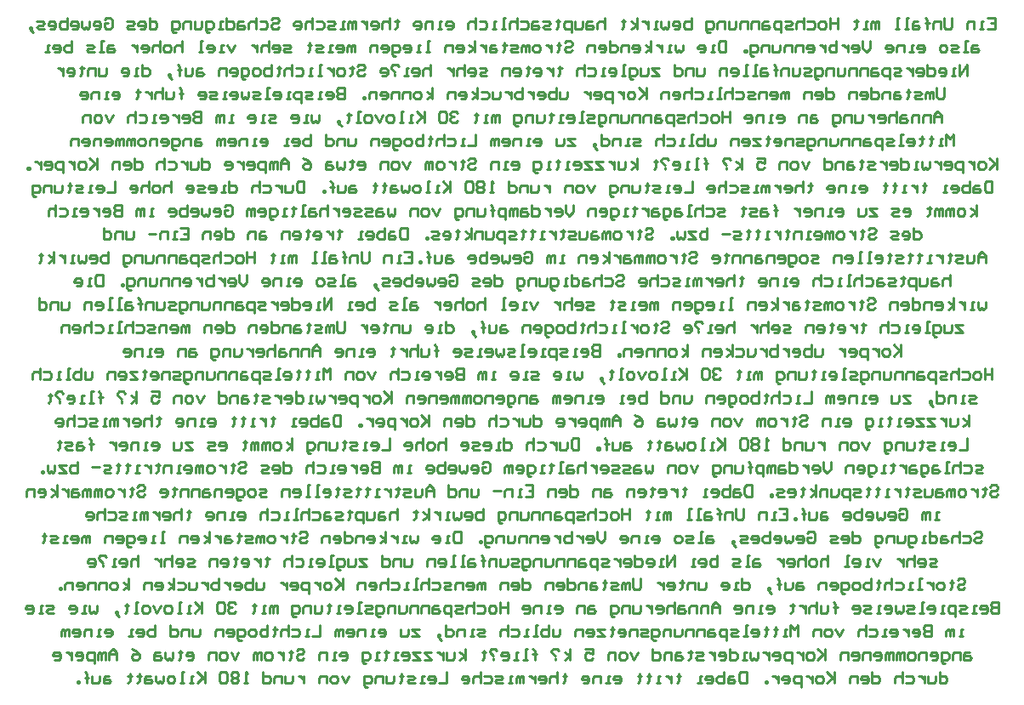
<source format=gbo>
G04*
G04 #@! TF.GenerationSoftware,Altium Limited,Altium Designer,20.0.11 (256)*
G04*
G04 Layer_Color=32896*
%FSLAX25Y25*%
%MOIN*%
G70*
G01*
G75*
%ADD23C,0.01000*%
D23*
X382105Y267817D02*
X385044D01*
Y263409D01*
X382105D01*
X385044Y265613D02*
X383574D01*
X380636Y263409D02*
X379166D01*
X379901D01*
Y266348D01*
X380636D01*
X376962Y263409D02*
Y266348D01*
X374758D01*
X374024Y265613D01*
Y263409D01*
X368146Y267817D02*
Y264144D01*
X367412Y263409D01*
X365942D01*
X365208Y264144D01*
Y267817D01*
X363738Y263409D02*
Y266348D01*
X361534D01*
X360800Y265613D01*
Y263409D01*
X358596D02*
Y267082D01*
Y265613D01*
X359330D01*
X357861D01*
X358596D01*
Y267082D01*
X357861Y267817D01*
X354922Y266348D02*
X353453D01*
X352718Y265613D01*
Y263409D01*
X354922D01*
X355657Y264144D01*
X354922Y264878D01*
X352718D01*
X351249Y263409D02*
X349780D01*
X350514D01*
Y267817D01*
X351249D01*
X347575Y263409D02*
X346106D01*
X346841D01*
Y267817D01*
X347575D01*
X339494Y263409D02*
Y266348D01*
X338759D01*
X338025Y265613D01*
Y263409D01*
Y265613D01*
X337290Y266348D01*
X336556Y265613D01*
Y263409D01*
X335086D02*
X333617D01*
X334351D01*
Y266348D01*
X335086D01*
X330678Y267082D02*
Y266348D01*
X331413D01*
X329943D01*
X330678D01*
Y264144D01*
X329943Y263409D01*
X323331Y267817D02*
Y263409D01*
Y265613D01*
X320393D01*
Y267817D01*
Y263409D01*
X318189D02*
X316719D01*
X315985Y264144D01*
Y265613D01*
X316719Y266348D01*
X318189D01*
X318923Y265613D01*
Y264144D01*
X318189Y263409D01*
X311577Y266348D02*
X313781D01*
X314515Y265613D01*
Y264144D01*
X313781Y263409D01*
X311577D01*
X310107Y267817D02*
Y263409D01*
Y265613D01*
X309373Y266348D01*
X307903D01*
X307169Y265613D01*
Y263409D01*
X305699D02*
X303495D01*
X302761Y264144D01*
X303495Y264878D01*
X304965D01*
X305699Y265613D01*
X304965Y266348D01*
X302761D01*
X301291Y261940D02*
Y266348D01*
X299087D01*
X298353Y265613D01*
Y264144D01*
X299087Y263409D01*
X301291D01*
X296149Y266348D02*
X294679D01*
X293945Y265613D01*
Y263409D01*
X296149D01*
X296883Y264144D01*
X296149Y264878D01*
X293945D01*
X292475Y263409D02*
Y266348D01*
X290271D01*
X289537Y265613D01*
Y263409D01*
X288067D02*
Y266348D01*
X285863D01*
X285128Y265613D01*
Y263409D01*
X283659Y266348D02*
Y264144D01*
X282925Y263409D01*
X280720D01*
Y266348D01*
X279251Y263409D02*
Y266348D01*
X277047D01*
X276312Y265613D01*
Y263409D01*
X273374Y261940D02*
X272639D01*
X271904Y262674D01*
Y266348D01*
X274109D01*
X274843Y265613D01*
Y264144D01*
X274109Y263409D01*
X271904D01*
X266027Y267817D02*
Y263409D01*
X263823D01*
X263088Y264144D01*
Y264878D01*
Y265613D01*
X263823Y266348D01*
X266027D01*
X259415Y263409D02*
X260884D01*
X261619Y264144D01*
Y265613D01*
X260884Y266348D01*
X259415D01*
X258680Y265613D01*
Y264878D01*
X261619D01*
X257211Y266348D02*
Y264144D01*
X256476Y263409D01*
X255742Y264144D01*
X255007Y263409D01*
X254272Y264144D01*
Y266348D01*
X252803Y263409D02*
X251334D01*
X252068D01*
Y266348D01*
X252803D01*
X249130D02*
Y263409D01*
Y264878D01*
X248395Y265613D01*
X247660Y266348D01*
X246926D01*
X244722Y263409D02*
Y267817D01*
Y264878D02*
X242518Y266348D01*
X244722Y264878D02*
X242518Y263409D01*
X239579Y267082D02*
Y266348D01*
X240314D01*
X238844D01*
X239579D01*
Y264144D01*
X238844Y263409D01*
X232232Y267817D02*
Y263409D01*
Y265613D01*
X231498Y266348D01*
X230028D01*
X229294Y265613D01*
Y263409D01*
X227090Y266348D02*
X225620D01*
X224886Y265613D01*
Y263409D01*
X227090D01*
X227824Y264144D01*
X227090Y264878D01*
X224886D01*
X223416Y266348D02*
Y264144D01*
X222682Y263409D01*
X220478D01*
Y266348D01*
X219008Y261940D02*
Y266348D01*
X216804D01*
X216070Y265613D01*
Y264144D01*
X216804Y263409D01*
X219008D01*
X213866Y267082D02*
Y266348D01*
X214600D01*
X213131D01*
X213866D01*
Y264144D01*
X213131Y263409D01*
X210927D02*
X208723D01*
X207988Y264144D01*
X208723Y264878D01*
X210192D01*
X210927Y265613D01*
X210192Y266348D01*
X207988D01*
X205784D02*
X204315D01*
X203580Y265613D01*
Y263409D01*
X205784D01*
X206519Y264144D01*
X205784Y264878D01*
X203580D01*
X199172Y266348D02*
X201376D01*
X202111Y265613D01*
Y264144D01*
X201376Y263409D01*
X199172D01*
X197703Y267817D02*
Y263409D01*
Y265613D01*
X196968Y266348D01*
X195499D01*
X194764Y265613D01*
Y263409D01*
X193295D02*
X191825D01*
X192560D01*
Y267817D01*
X193295D01*
X189621Y263409D02*
X188152D01*
X188887D01*
Y266348D01*
X189621D01*
X183009D02*
X185213D01*
X185948Y265613D01*
Y264144D01*
X185213Y263409D01*
X183009D01*
X181540Y267817D02*
Y263409D01*
Y265613D01*
X180805Y266348D01*
X179336D01*
X178601Y265613D01*
Y263409D01*
X170520D02*
X171989D01*
X172724Y264144D01*
Y265613D01*
X171989Y266348D01*
X170520D01*
X169785Y265613D01*
Y264878D01*
X172724D01*
X168316Y263409D02*
X166847D01*
X167581D01*
Y266348D01*
X168316D01*
X164643Y263409D02*
Y266348D01*
X162439D01*
X161704Y265613D01*
Y263409D01*
X158031D02*
X159500D01*
X160235Y264144D01*
Y265613D01*
X159500Y266348D01*
X158031D01*
X157296Y265613D01*
Y264878D01*
X160235D01*
X150684Y267082D02*
Y266348D01*
X151419D01*
X149949D01*
X150684D01*
Y264144D01*
X149949Y263409D01*
X147745Y267817D02*
Y263409D01*
Y265613D01*
X147011Y266348D01*
X145541D01*
X144807Y265613D01*
Y263409D01*
X141133D02*
X142603D01*
X143337Y264144D01*
Y265613D01*
X142603Y266348D01*
X141133D01*
X140399Y265613D01*
Y264878D01*
X143337D01*
X138929Y266348D02*
Y263409D01*
Y264878D01*
X138195Y265613D01*
X137460Y266348D01*
X136725D01*
X134521Y263409D02*
Y266348D01*
X133786D01*
X133052Y265613D01*
Y263409D01*
Y265613D01*
X132317Y266348D01*
X131582Y265613D01*
Y263409D01*
X130113D02*
X128644D01*
X129378D01*
Y266348D01*
X130113D01*
X126440Y263409D02*
X124236D01*
X123501Y264144D01*
X124236Y264878D01*
X125705D01*
X126440Y265613D01*
X125705Y266348D01*
X123501D01*
X119093D02*
X121297D01*
X122032Y265613D01*
Y264144D01*
X121297Y263409D01*
X119093D01*
X117624Y267817D02*
Y263409D01*
Y265613D01*
X116889Y266348D01*
X115420D01*
X114685Y265613D01*
Y263409D01*
X111012D02*
X112481D01*
X113216Y264144D01*
Y265613D01*
X112481Y266348D01*
X111012D01*
X110277Y265613D01*
Y264878D01*
X113216D01*
X101461Y267082D02*
X102196Y267817D01*
X103665D01*
X104400Y267082D01*
Y266348D01*
X103665Y265613D01*
X102196D01*
X101461Y264878D01*
Y264144D01*
X102196Y263409D01*
X103665D01*
X104400Y264144D01*
X97053Y266348D02*
X99257D01*
X99992Y265613D01*
Y264144D01*
X99257Y263409D01*
X97053D01*
X95584Y267817D02*
Y263409D01*
Y265613D01*
X94849Y266348D01*
X93380D01*
X92645Y265613D01*
Y263409D01*
X90441Y266348D02*
X88972D01*
X88237Y265613D01*
Y263409D01*
X90441D01*
X91176Y264144D01*
X90441Y264878D01*
X88237D01*
X83829Y267817D02*
Y263409D01*
X86033D01*
X86768Y264144D01*
Y265613D01*
X86033Y266348D01*
X83829D01*
X82360Y263409D02*
X80890D01*
X81625D01*
Y266348D01*
X82360D01*
X77217Y261940D02*
X76482D01*
X75748Y262674D01*
Y266348D01*
X77952D01*
X78686Y265613D01*
Y264144D01*
X77952Y263409D01*
X75748D01*
X74278Y266348D02*
Y264144D01*
X73544Y263409D01*
X71340D01*
Y266348D01*
X69870Y263409D02*
Y266348D01*
X67666D01*
X66932Y265613D01*
Y263409D01*
X63993Y261940D02*
X63258D01*
X62524Y262674D01*
Y266348D01*
X64727D01*
X65462Y265613D01*
Y264144D01*
X64727Y263409D01*
X62524D01*
X53707Y267817D02*
Y263409D01*
X55911D01*
X56646Y264144D01*
Y265613D01*
X55911Y266348D01*
X53707D01*
X50034Y263409D02*
X51503D01*
X52238Y264144D01*
Y265613D01*
X51503Y266348D01*
X50034D01*
X49299Y265613D01*
Y264878D01*
X52238D01*
X47830Y263409D02*
X45626D01*
X44892Y264144D01*
X45626Y264878D01*
X47096D01*
X47830Y265613D01*
X47096Y266348D01*
X44892D01*
X36075Y267082D02*
X36810Y267817D01*
X38279D01*
X39014Y267082D01*
Y264144D01*
X38279Y263409D01*
X36810D01*
X36075Y264144D01*
Y265613D01*
X37545D01*
X32402Y263409D02*
X33871D01*
X34606Y264144D01*
Y265613D01*
X33871Y266348D01*
X32402D01*
X31667Y265613D01*
Y264878D01*
X34606D01*
X30198Y266348D02*
Y264144D01*
X29463Y263409D01*
X28729Y264144D01*
X27994Y263409D01*
X27259Y264144D01*
Y266348D01*
X23586Y263409D02*
X25055D01*
X25790Y264144D01*
Y265613D01*
X25055Y266348D01*
X23586D01*
X22851Y265613D01*
Y264878D01*
X25790D01*
X21382Y267817D02*
Y263409D01*
X19178D01*
X18443Y264144D01*
Y264878D01*
Y265613D01*
X19178Y266348D01*
X21382D01*
X14770Y263409D02*
X16239D01*
X16974Y264144D01*
Y265613D01*
X16239Y266348D01*
X14770D01*
X14035Y265613D01*
Y264878D01*
X16974D01*
X12566Y263409D02*
X10362D01*
X9627Y264144D01*
X10362Y264878D01*
X11831D01*
X12566Y265613D01*
X11831Y266348D01*
X9627D01*
X7423Y262674D02*
X6689Y263409D01*
Y264144D01*
X7423D01*
Y263409D01*
X6689D01*
X7423Y262674D01*
X8158Y261940D01*
X378064Y257189D02*
X376595D01*
X375860Y256454D01*
Y254250D01*
X378064D01*
X378799Y254985D01*
X378064Y255719D01*
X375860D01*
X374391Y254250D02*
X372922D01*
X373656D01*
Y258658D01*
X374391D01*
X370718Y254250D02*
X368514D01*
X367779Y254985D01*
X368514Y255719D01*
X369983D01*
X370718Y256454D01*
X369983Y257189D01*
X367779D01*
X365575Y254250D02*
X364106D01*
X363371Y254985D01*
Y256454D01*
X364106Y257189D01*
X365575D01*
X366310Y256454D01*
Y254985D01*
X365575Y254250D01*
X355290D02*
X356759D01*
X357494Y254985D01*
Y256454D01*
X356759Y257189D01*
X355290D01*
X354555Y256454D01*
Y255719D01*
X357494D01*
X353085Y254250D02*
X351616D01*
X352351D01*
Y257189D01*
X353085D01*
X349412Y254250D02*
Y257189D01*
X347208D01*
X346474Y256454D01*
Y254250D01*
X342800D02*
X344269D01*
X345004Y254985D01*
Y256454D01*
X344269Y257189D01*
X342800D01*
X342066Y256454D01*
Y255719D01*
X345004D01*
X336188Y258658D02*
Y255719D01*
X334719Y254250D01*
X333249Y255719D01*
Y258658D01*
X329576Y254250D02*
X331045D01*
X331780Y254985D01*
Y256454D01*
X331045Y257189D01*
X329576D01*
X328841Y256454D01*
Y255719D01*
X331780D01*
X327372Y257189D02*
Y254250D01*
Y255719D01*
X326637Y256454D01*
X325903Y257189D01*
X325168D01*
X322964Y258658D02*
Y254250D01*
X320760D01*
X320025Y254985D01*
Y255719D01*
Y256454D01*
X320760Y257189D01*
X322964D01*
X318556D02*
Y254250D01*
Y255719D01*
X317821Y256454D01*
X317087Y257189D01*
X316352D01*
X311944Y254250D02*
X313413D01*
X314148Y254985D01*
Y256454D01*
X313413Y257189D01*
X311944D01*
X311209Y256454D01*
Y255719D01*
X314148D01*
X309740Y254250D02*
Y257189D01*
X307536D01*
X306801Y256454D01*
Y254250D01*
X305332D02*
Y257189D01*
X303128D01*
X302393Y256454D01*
Y254250D01*
X300924Y257189D02*
Y254985D01*
X300189Y254250D01*
X297985D01*
Y257189D01*
X296516Y254250D02*
Y257189D01*
X294312D01*
X293577Y256454D01*
Y254250D01*
X290639Y252781D02*
X289904D01*
X289169Y253516D01*
Y257189D01*
X291373D01*
X292108Y256454D01*
Y254985D01*
X291373Y254250D01*
X289169D01*
X287700D02*
Y254985D01*
X286965D01*
Y254250D01*
X287700D01*
X279619Y258658D02*
Y254250D01*
X277414D01*
X276680Y254985D01*
Y257924D01*
X277414Y258658D01*
X279619D01*
X275210Y254250D02*
X273741D01*
X274476D01*
Y257189D01*
X275210D01*
X269333Y254250D02*
X270802D01*
X271537Y254985D01*
Y256454D01*
X270802Y257189D01*
X269333D01*
X268599Y256454D01*
Y255719D01*
X271537D01*
X262721Y257189D02*
Y254985D01*
X261986Y254250D01*
X261252Y254985D01*
X260517Y254250D01*
X259782Y254985D01*
Y257189D01*
X258313Y254250D02*
X256844D01*
X257578D01*
Y257189D01*
X258313D01*
X254640D02*
Y254250D01*
Y255719D01*
X253905Y256454D01*
X253170Y257189D01*
X252436D01*
X250232Y254250D02*
Y258658D01*
Y255719D02*
X248028Y257189D01*
X250232Y255719D02*
X248028Y254250D01*
X243620D02*
X245089D01*
X245824Y254985D01*
Y256454D01*
X245089Y257189D01*
X243620D01*
X242885Y256454D01*
Y255719D01*
X245824D01*
X241416Y254250D02*
Y257189D01*
X239212D01*
X238477Y256454D01*
Y254250D01*
X234069Y258658D02*
Y254250D01*
X236273D01*
X237008Y254985D01*
Y256454D01*
X236273Y257189D01*
X234069D01*
X230396Y254250D02*
X231865D01*
X232600Y254985D01*
Y256454D01*
X231865Y257189D01*
X230396D01*
X229661Y256454D01*
Y255719D01*
X232600D01*
X228192Y254250D02*
Y257189D01*
X225988D01*
X225253Y256454D01*
Y254250D01*
X216437Y257924D02*
X217172Y258658D01*
X218641D01*
X219376Y257924D01*
Y257189D01*
X218641Y256454D01*
X217172D01*
X216437Y255719D01*
Y254985D01*
X217172Y254250D01*
X218641D01*
X219376Y254985D01*
X214233Y257924D02*
Y257189D01*
X214968D01*
X213498D01*
X214233D01*
Y254985D01*
X213498Y254250D01*
X211294Y257189D02*
Y254250D01*
Y255719D01*
X210560Y256454D01*
X209825Y257189D01*
X209090D01*
X206152Y254250D02*
X204682D01*
X203947Y254985D01*
Y256454D01*
X204682Y257189D01*
X206152D01*
X206886Y256454D01*
Y254985D01*
X206152Y254250D01*
X202478D02*
Y257189D01*
X201744D01*
X201009Y256454D01*
Y254250D01*
Y256454D01*
X200274Y257189D01*
X199539Y256454D01*
Y254250D01*
X198070D02*
X195866D01*
X195132Y254985D01*
X195866Y255719D01*
X197336D01*
X198070Y256454D01*
X197336Y257189D01*
X195132D01*
X192928Y257924D02*
Y257189D01*
X193662D01*
X192193D01*
X192928D01*
Y254985D01*
X192193Y254250D01*
X189254Y257189D02*
X187785D01*
X187050Y256454D01*
Y254250D01*
X189254D01*
X189989Y254985D01*
X189254Y255719D01*
X187050D01*
X185581Y257189D02*
Y254250D01*
Y255719D01*
X184846Y256454D01*
X184111Y257189D01*
X183377D01*
X181173Y254250D02*
Y258658D01*
Y255719D02*
X178969Y257189D01*
X181173Y255719D02*
X178969Y254250D01*
X174561D02*
X176030D01*
X176765Y254985D01*
Y256454D01*
X176030Y257189D01*
X174561D01*
X173826Y256454D01*
Y255719D01*
X176765D01*
X172357Y254250D02*
Y257189D01*
X170153D01*
X169418Y256454D01*
Y254250D01*
X163541D02*
X162071D01*
X162806D01*
Y258658D01*
X163541D01*
X159867Y254250D02*
X158398D01*
X159133D01*
Y257189D01*
X159867D01*
X153990Y254250D02*
X155459D01*
X156194Y254985D01*
Y256454D01*
X155459Y257189D01*
X153990D01*
X153255Y256454D01*
Y255719D01*
X156194D01*
X150317Y252781D02*
X149582D01*
X148847Y253516D01*
Y257189D01*
X151051D01*
X151786Y256454D01*
Y254985D01*
X151051Y254250D01*
X148847D01*
X145174D02*
X146643D01*
X147378Y254985D01*
Y256454D01*
X146643Y257189D01*
X145174D01*
X144439Y256454D01*
Y255719D01*
X147378D01*
X142970Y254250D02*
Y257189D01*
X140766D01*
X140031Y256454D01*
Y254250D01*
X134154D02*
Y257189D01*
X133419D01*
X132685Y256454D01*
Y254250D01*
Y256454D01*
X131950Y257189D01*
X131215Y256454D01*
Y254250D01*
X127542D02*
X129011D01*
X129746Y254985D01*
Y256454D01*
X129011Y257189D01*
X127542D01*
X126807Y256454D01*
Y255719D01*
X129746D01*
X125338Y254250D02*
X123869D01*
X124603D01*
Y257189D01*
X125338D01*
X121665Y254250D02*
X119460D01*
X118726Y254985D01*
X119460Y255719D01*
X120930D01*
X121665Y256454D01*
X120930Y257189D01*
X118726D01*
X116522Y257924D02*
Y257189D01*
X117256D01*
X115787D01*
X116522D01*
Y254985D01*
X115787Y254250D01*
X109175D02*
X106971D01*
X106236Y254985D01*
X106971Y255719D01*
X108440D01*
X109175Y256454D01*
X108440Y257189D01*
X106236D01*
X102563Y254250D02*
X104032D01*
X104767Y254985D01*
Y256454D01*
X104032Y257189D01*
X102563D01*
X101828Y256454D01*
Y255719D01*
X104767D01*
X100359Y258658D02*
Y254250D01*
Y256454D01*
X99624Y257189D01*
X98155D01*
X97420Y256454D01*
Y254250D01*
X95951Y257189D02*
Y254250D01*
Y255719D01*
X95216Y256454D01*
X94482Y257189D01*
X93747D01*
X87135D02*
X85666Y254250D01*
X84196Y257189D01*
X82727Y254250D02*
X81258D01*
X81992D01*
Y257189D01*
X82727D01*
X76850Y254250D02*
X78319D01*
X79054Y254985D01*
Y256454D01*
X78319Y257189D01*
X76850D01*
X76115Y256454D01*
Y255719D01*
X79054D01*
X74646Y254250D02*
X73176D01*
X73911D01*
Y258658D01*
X74646D01*
X66564D02*
Y254250D01*
Y256454D01*
X65830Y257189D01*
X64360D01*
X63626Y256454D01*
Y254250D01*
X61422D02*
X59952D01*
X59218Y254985D01*
Y256454D01*
X59952Y257189D01*
X61422D01*
X62156Y256454D01*
Y254985D01*
X61422Y254250D01*
X57748Y258658D02*
Y254250D01*
Y256454D01*
X57013Y257189D01*
X55544D01*
X54809Y256454D01*
Y254250D01*
X51136D02*
X52605D01*
X53340Y254985D01*
Y256454D01*
X52605Y257189D01*
X51136D01*
X50402Y256454D01*
Y255719D01*
X53340D01*
X48932Y257189D02*
Y254250D01*
Y255719D01*
X48197Y256454D01*
X47463Y257189D01*
X46728D01*
X39381D02*
X37912D01*
X37177Y256454D01*
Y254250D01*
X39381D01*
X40116Y254985D01*
X39381Y255719D01*
X37177D01*
X35708Y254250D02*
X34239D01*
X34973D01*
Y258658D01*
X35708D01*
X32035Y254250D02*
X29831D01*
X29096Y254985D01*
X29831Y255719D01*
X31300D01*
X32035Y256454D01*
X31300Y257189D01*
X29096D01*
X23219Y258658D02*
Y254250D01*
X21015D01*
X20280Y254985D01*
Y255719D01*
Y256454D01*
X21015Y257189D01*
X23219D01*
X16607Y254250D02*
X18076D01*
X18811Y254985D01*
Y256454D01*
X18076Y257189D01*
X16607D01*
X15872Y256454D01*
Y255719D01*
X18811D01*
X14403Y254250D02*
X12933D01*
X13668D01*
Y257189D01*
X14403D01*
X374024Y245091D02*
Y249499D01*
X371085Y245091D01*
Y249499D01*
X369616Y245091D02*
X368146D01*
X368881D01*
Y248030D01*
X369616D01*
X363738Y245091D02*
X365208D01*
X365942Y245826D01*
Y247295D01*
X365208Y248030D01*
X363738D01*
X363004Y247295D01*
Y246561D01*
X365942D01*
X358596Y249499D02*
Y245091D01*
X360800D01*
X361534Y245826D01*
Y247295D01*
X360800Y248030D01*
X358596D01*
X354922Y245091D02*
X356392D01*
X357126Y245826D01*
Y247295D01*
X356392Y248030D01*
X354922D01*
X354187Y247295D01*
Y246561D01*
X357126D01*
X352718Y248030D02*
Y245091D01*
Y246561D01*
X351983Y247295D01*
X351249Y248030D01*
X350514D01*
X348310Y245091D02*
X346106D01*
X345372Y245826D01*
X346106Y246561D01*
X347575D01*
X348310Y247295D01*
X347575Y248030D01*
X345372D01*
X343902Y243622D02*
Y248030D01*
X341698D01*
X340964Y247295D01*
Y245826D01*
X341698Y245091D01*
X343902D01*
X338759Y248030D02*
X337290D01*
X336556Y247295D01*
Y245091D01*
X338759D01*
X339494Y245826D01*
X338759Y246561D01*
X336556D01*
X335086Y245091D02*
Y248030D01*
X332882D01*
X332147Y247295D01*
Y245091D01*
X330678D02*
Y248030D01*
X328474D01*
X327739Y247295D01*
Y245091D01*
X326270Y248030D02*
Y245826D01*
X325535Y245091D01*
X323331D01*
Y248030D01*
X321862Y245091D02*
Y248030D01*
X319658D01*
X318923Y247295D01*
Y245091D01*
X315985Y243622D02*
X315250D01*
X314515Y244356D01*
Y248030D01*
X316719D01*
X317454Y247295D01*
Y245826D01*
X316719Y245091D01*
X314515D01*
X313046D02*
X310842D01*
X310107Y245826D01*
X310842Y246561D01*
X312311D01*
X313046Y247295D01*
X312311Y248030D01*
X310107D01*
X308638D02*
Y245826D01*
X307903Y245091D01*
X305699D01*
Y248030D01*
X304230Y245091D02*
Y248030D01*
X302026D01*
X301291Y247295D01*
Y245091D01*
X299087D02*
Y248764D01*
Y247295D01*
X299822D01*
X298353D01*
X299087D01*
Y248764D01*
X298353Y249499D01*
X295414Y248030D02*
X293945D01*
X293210Y247295D01*
Y245091D01*
X295414D01*
X296149Y245826D01*
X295414Y246561D01*
X293210D01*
X291741Y245091D02*
X290271D01*
X291006D01*
Y249499D01*
X291741D01*
X288067Y245091D02*
X286598D01*
X287333D01*
Y249499D01*
X288067D01*
X282190Y245091D02*
X283659D01*
X284394Y245826D01*
Y247295D01*
X283659Y248030D01*
X282190D01*
X281455Y247295D01*
Y246561D01*
X284394D01*
X279986Y245091D02*
Y248030D01*
X277782D01*
X277047Y247295D01*
Y245091D01*
X271170Y248030D02*
Y245826D01*
X270435Y245091D01*
X268231D01*
Y248030D01*
X266762Y245091D02*
Y248030D01*
X264558D01*
X263823Y247295D01*
Y245091D01*
X259415Y249499D02*
Y245091D01*
X261619D01*
X262354Y245826D01*
Y247295D01*
X261619Y248030D01*
X259415D01*
X253538D02*
X250599D01*
X253538Y245091D01*
X250599D01*
X249130Y248030D02*
Y245826D01*
X248395Y245091D01*
X246191D01*
Y248030D01*
X243252Y243622D02*
X242518D01*
X241783Y244356D01*
Y248030D01*
X243987D01*
X244722Y247295D01*
Y245826D01*
X243987Y245091D01*
X241783D01*
X240314D02*
X238844D01*
X239579D01*
Y249499D01*
X240314D01*
X234436Y245091D02*
X235906D01*
X236640Y245826D01*
Y247295D01*
X235906Y248030D01*
X234436D01*
X233702Y247295D01*
Y246561D01*
X236640D01*
X232232Y245091D02*
X230763D01*
X231498D01*
Y248030D01*
X232232D01*
X225620D02*
X227824D01*
X228559Y247295D01*
Y245826D01*
X227824Y245091D01*
X225620D01*
X224151Y249499D02*
Y245091D01*
Y247295D01*
X223416Y248030D01*
X221947D01*
X221212Y247295D01*
Y245091D01*
X214600Y248764D02*
Y248030D01*
X215335D01*
X213866D01*
X214600D01*
Y245826D01*
X213866Y245091D01*
X211662Y248030D02*
Y245091D01*
Y246561D01*
X210927Y247295D01*
X210192Y248030D01*
X209457D01*
X205049Y245091D02*
X206519D01*
X207254Y245826D01*
Y247295D01*
X206519Y248030D01*
X205049D01*
X204315Y247295D01*
Y246561D01*
X207254D01*
X202111Y248764D02*
Y248030D01*
X202846D01*
X201376D01*
X202111D01*
Y245826D01*
X201376Y245091D01*
X196968D02*
X198438D01*
X199172Y245826D01*
Y247295D01*
X198438Y248030D01*
X196968D01*
X196233Y247295D01*
Y246561D01*
X199172D01*
X194764Y245091D02*
Y248030D01*
X192560D01*
X191825Y247295D01*
Y245091D01*
X185948D02*
X183744D01*
X183009Y245826D01*
X183744Y246561D01*
X185213D01*
X185948Y247295D01*
X185213Y248030D01*
X183009D01*
X179336Y245091D02*
X180805D01*
X181540Y245826D01*
Y247295D01*
X180805Y248030D01*
X179336D01*
X178601Y247295D01*
Y246561D01*
X181540D01*
X177132Y249499D02*
Y245091D01*
Y247295D01*
X176397Y248030D01*
X174928D01*
X174193Y247295D01*
Y245091D01*
X172724Y248030D02*
Y245091D01*
Y246561D01*
X171989Y247295D01*
X171255Y248030D01*
X170520D01*
X163908Y249499D02*
Y245091D01*
Y247295D01*
X163173Y248030D01*
X161704D01*
X160969Y247295D01*
Y245091D01*
X157296D02*
X158765D01*
X159500Y245826D01*
Y247295D01*
X158765Y248030D01*
X157296D01*
X156561Y247295D01*
Y246561D01*
X159500D01*
X155092Y245091D02*
X153623D01*
X154357D01*
Y248030D01*
X155092D01*
X151419Y248764D02*
X150684Y249499D01*
X149215D01*
X148480Y248764D01*
Y248030D01*
X149949Y246561D01*
Y245826D02*
Y245091D01*
X144807D02*
X146276D01*
X147011Y245826D01*
Y247295D01*
X146276Y248030D01*
X144807D01*
X144072Y247295D01*
Y246561D01*
X147011D01*
X135256Y248764D02*
X135991Y249499D01*
X137460D01*
X138195Y248764D01*
Y248030D01*
X137460Y247295D01*
X135991D01*
X135256Y246561D01*
Y245826D01*
X135991Y245091D01*
X137460D01*
X138195Y245826D01*
X133052Y248764D02*
Y248030D01*
X133786D01*
X132317D01*
X133052D01*
Y245826D01*
X132317Y245091D01*
X129378D02*
X127909D01*
X127174Y245826D01*
Y247295D01*
X127909Y248030D01*
X129378D01*
X130113Y247295D01*
Y245826D01*
X129378Y245091D01*
X125705Y248030D02*
Y245091D01*
Y246561D01*
X124970Y247295D01*
X124236Y248030D01*
X123501D01*
X121297Y245091D02*
X119828D01*
X120563D01*
Y249499D01*
X121297D01*
X117624Y245091D02*
X116154D01*
X116889D01*
Y248030D01*
X117624D01*
X111012D02*
X113216D01*
X113950Y247295D01*
Y245826D01*
X113216Y245091D01*
X111012D01*
X109542Y249499D02*
Y245091D01*
Y247295D01*
X108808Y248030D01*
X107338D01*
X106604Y247295D01*
Y245091D01*
X104400Y248764D02*
Y248030D01*
X105134D01*
X103665D01*
X104400D01*
Y245826D01*
X103665Y245091D01*
X101461Y249499D02*
Y245091D01*
X99257D01*
X98522Y245826D01*
Y246561D01*
Y247295D01*
X99257Y248030D01*
X101461D01*
X96318Y245091D02*
X94849D01*
X94114Y245826D01*
Y247295D01*
X94849Y248030D01*
X96318D01*
X97053Y247295D01*
Y245826D01*
X96318Y245091D01*
X91176Y243622D02*
X90441D01*
X89706Y244356D01*
Y248030D01*
X91910D01*
X92645Y247295D01*
Y245826D01*
X91910Y245091D01*
X89706D01*
X86033D02*
X87502D01*
X88237Y245826D01*
Y247295D01*
X87502Y248030D01*
X86033D01*
X85298Y247295D01*
Y246561D01*
X88237D01*
X83829Y245091D02*
Y248030D01*
X81625D01*
X80890Y247295D01*
Y245091D01*
X74278Y248030D02*
X72809D01*
X72074Y247295D01*
Y245091D01*
X74278D01*
X75013Y245826D01*
X74278Y246561D01*
X72074D01*
X70605Y248030D02*
Y245826D01*
X69870Y245091D01*
X67666D01*
Y248030D01*
X65462Y245091D02*
Y248764D01*
Y247295D01*
X66197D01*
X64727D01*
X65462D01*
Y248764D01*
X64727Y249499D01*
X61789Y244356D02*
X61054Y245091D01*
Y245826D01*
X61789D01*
Y245091D01*
X61054D01*
X61789Y244356D01*
X62524Y243622D01*
X50769Y249499D02*
Y245091D01*
X52973D01*
X53707Y245826D01*
Y247295D01*
X52973Y248030D01*
X50769D01*
X49299Y245091D02*
X47830D01*
X48565D01*
Y248030D01*
X49299D01*
X43422Y245091D02*
X44892D01*
X45626Y245826D01*
Y247295D01*
X44892Y248030D01*
X43422D01*
X42687Y247295D01*
Y246561D01*
X45626D01*
X36810Y248030D02*
Y245826D01*
X36075Y245091D01*
X33871D01*
Y248030D01*
X32402Y245091D02*
Y248030D01*
X30198D01*
X29463Y247295D01*
Y245091D01*
X27259Y248764D02*
Y248030D01*
X27994D01*
X26525D01*
X27259D01*
Y245826D01*
X26525Y245091D01*
X22117D02*
X23586D01*
X24321Y245826D01*
Y247295D01*
X23586Y248030D01*
X22117D01*
X21382Y247295D01*
Y246561D01*
X24321D01*
X19913Y248030D02*
Y245091D01*
Y246561D01*
X19178Y247295D01*
X18443Y248030D01*
X17709D01*
X365208Y240340D02*
Y236667D01*
X364473Y235932D01*
X363004D01*
X362269Y236667D01*
Y240340D01*
X360800Y235932D02*
Y238871D01*
X360065D01*
X359330Y238136D01*
Y235932D01*
Y238136D01*
X358596Y238871D01*
X357861Y238136D01*
Y235932D01*
X356392D02*
X354187D01*
X353453Y236667D01*
X354187Y237402D01*
X355657D01*
X356392Y238136D01*
X355657Y238871D01*
X353453D01*
X351249Y239605D02*
Y238871D01*
X351983D01*
X350514D01*
X351249D01*
Y236667D01*
X350514Y235932D01*
X347575Y238871D02*
X346106D01*
X345372Y238136D01*
Y235932D01*
X347575D01*
X348310Y236667D01*
X347575Y237402D01*
X345372D01*
X343902Y235932D02*
Y238871D01*
X341698D01*
X340964Y238136D01*
Y235932D01*
X336556Y240340D02*
Y235932D01*
X338759D01*
X339494Y236667D01*
Y238136D01*
X338759Y238871D01*
X336556D01*
X332882Y235932D02*
X334351D01*
X335086Y236667D01*
Y238136D01*
X334351Y238871D01*
X332882D01*
X332147Y238136D01*
Y237402D01*
X335086D01*
X330678Y235932D02*
Y238871D01*
X328474D01*
X327739Y238136D01*
Y235932D01*
X318923Y240340D02*
Y235932D01*
X321127D01*
X321862Y236667D01*
Y238136D01*
X321127Y238871D01*
X318923D01*
X315250Y235932D02*
X316719D01*
X317454Y236667D01*
Y238136D01*
X316719Y238871D01*
X315250D01*
X314515Y238136D01*
Y237402D01*
X317454D01*
X313046Y235932D02*
Y238871D01*
X310842D01*
X310107Y238136D01*
Y235932D01*
X304230D02*
Y238871D01*
X303495D01*
X302761Y238136D01*
Y235932D01*
Y238136D01*
X302026Y238871D01*
X301291Y238136D01*
Y235932D01*
X297618D02*
X299087D01*
X299822Y236667D01*
Y238136D01*
X299087Y238871D01*
X297618D01*
X296883Y238136D01*
Y237402D01*
X299822D01*
X295414Y235932D02*
Y238871D01*
X293210D01*
X292475Y238136D01*
Y235932D01*
X291006D02*
X288802D01*
X288067Y236667D01*
X288802Y237402D01*
X290271D01*
X291006Y238136D01*
X290271Y238871D01*
X288067D01*
X283659D02*
X285863D01*
X286598Y238136D01*
Y236667D01*
X285863Y235932D01*
X283659D01*
X282190Y240340D02*
Y235932D01*
Y238136D01*
X281455Y238871D01*
X279986D01*
X279251Y238136D01*
Y235932D01*
X277782D02*
X276312D01*
X277047D01*
Y240340D01*
X277782D01*
X274109Y235932D02*
X272639D01*
X273374D01*
Y238871D01*
X274109D01*
X267496D02*
X269701D01*
X270435Y238136D01*
Y236667D01*
X269701Y235932D01*
X267496D01*
X266027Y240340D02*
Y235932D01*
Y238136D01*
X265293Y238871D01*
X263823D01*
X263088Y238136D01*
Y235932D01*
X259415D02*
X260884D01*
X261619Y236667D01*
Y238136D01*
X260884Y238871D01*
X259415D01*
X258680Y238136D01*
Y237402D01*
X261619D01*
X257211Y235932D02*
Y238871D01*
X255007D01*
X254272Y238136D01*
Y235932D01*
X248395Y240340D02*
Y235932D01*
Y237402D01*
X245456Y240340D01*
X247660Y238136D01*
X245456Y235932D01*
X243252D02*
X241783D01*
X241048Y236667D01*
Y238136D01*
X241783Y238871D01*
X243252D01*
X243987Y238136D01*
Y236667D01*
X243252Y235932D01*
X239579Y238871D02*
Y235932D01*
Y237402D01*
X238844Y238136D01*
X238110Y238871D01*
X237375D01*
X235171Y234463D02*
Y238871D01*
X232967D01*
X232232Y238136D01*
Y236667D01*
X232967Y235932D01*
X235171D01*
X228559D02*
X230028D01*
X230763Y236667D01*
Y238136D01*
X230028Y238871D01*
X228559D01*
X227824Y238136D01*
Y237402D01*
X230763D01*
X226355Y238871D02*
Y235932D01*
Y237402D01*
X225620Y238136D01*
X224886Y238871D01*
X224151D01*
X217539D02*
Y236667D01*
X216804Y235932D01*
X214600D01*
Y238871D01*
X213131Y240340D02*
Y235932D01*
X210927D01*
X210192Y236667D01*
Y237402D01*
Y238136D01*
X210927Y238871D01*
X213131D01*
X206519Y235932D02*
X207988D01*
X208723Y236667D01*
Y238136D01*
X207988Y238871D01*
X206519D01*
X205784Y238136D01*
Y237402D01*
X208723D01*
X204315Y238871D02*
Y235932D01*
Y237402D01*
X203580Y238136D01*
X202846Y238871D01*
X202111D01*
X199907Y240340D02*
Y235932D01*
X197703D01*
X196968Y236667D01*
Y237402D01*
Y238136D01*
X197703Y238871D01*
X199907D01*
X195499D02*
Y235932D01*
Y237402D01*
X194764Y238136D01*
X194029Y238871D01*
X193295D01*
X191091D02*
Y236667D01*
X190356Y235932D01*
X188152D01*
Y238871D01*
X183744D02*
X185948D01*
X186683Y238136D01*
Y236667D01*
X185948Y235932D01*
X183744D01*
X182275D02*
Y240340D01*
Y237402D02*
X180071Y238871D01*
X182275Y237402D02*
X180071Y235932D01*
X175663D02*
X177132D01*
X177867Y236667D01*
Y238136D01*
X177132Y238871D01*
X175663D01*
X174928Y238136D01*
Y237402D01*
X177867D01*
X173459Y235932D02*
Y238871D01*
X171255D01*
X170520Y238136D01*
Y235932D01*
X164643D02*
Y240340D01*
Y237402D02*
X162439Y238871D01*
X164643Y237402D02*
X162439Y235932D01*
X159500D02*
X158031D01*
X157296Y236667D01*
Y238136D01*
X158031Y238871D01*
X159500D01*
X160235Y238136D01*
Y236667D01*
X159500Y235932D01*
X155827D02*
Y238871D01*
X153623D01*
X152888Y238136D01*
Y235932D01*
X151419D02*
Y238871D01*
X149215D01*
X148480Y238136D01*
Y235932D01*
X144807D02*
X146276D01*
X147011Y236667D01*
Y238136D01*
X146276Y238871D01*
X144807D01*
X144072Y238136D01*
Y237402D01*
X147011D01*
X142603Y235932D02*
Y238871D01*
X140399D01*
X139664Y238136D01*
Y235932D01*
X138195D02*
Y236667D01*
X137460D01*
Y235932D01*
X138195D01*
X130113Y240340D02*
Y235932D01*
X127909D01*
X127174Y236667D01*
Y237402D01*
X127909Y238136D01*
X130113D01*
X127909D01*
X127174Y238871D01*
Y239605D01*
X127909Y240340D01*
X130113D01*
X123501Y235932D02*
X124970D01*
X125705Y236667D01*
Y238136D01*
X124970Y238871D01*
X123501D01*
X122766Y238136D01*
Y237402D01*
X125705D01*
X121297Y235932D02*
X119828D01*
X120563D01*
Y238871D01*
X121297D01*
X117624Y235932D02*
X115420D01*
X114685Y236667D01*
X115420Y237402D01*
X116889D01*
X117624Y238136D01*
X116889Y238871D01*
X114685D01*
X113216Y234463D02*
Y238871D01*
X111012D01*
X110277Y238136D01*
Y236667D01*
X111012Y235932D01*
X113216D01*
X108808D02*
X107338D01*
X108073D01*
Y238871D01*
X108808D01*
X102930Y235932D02*
X104400D01*
X105134Y236667D01*
Y238136D01*
X104400Y238871D01*
X102930D01*
X102196Y238136D01*
Y237402D01*
X105134D01*
X100726Y235932D02*
X99257D01*
X99992D01*
Y240340D01*
X100726D01*
X97053Y235932D02*
X94849D01*
X94114Y236667D01*
X94849Y237402D01*
X96318D01*
X97053Y238136D01*
X96318Y238871D01*
X94114D01*
X92645D02*
Y236667D01*
X91910Y235932D01*
X91176Y236667D01*
X90441Y235932D01*
X89706Y236667D01*
Y238871D01*
X86033Y235932D02*
X87502D01*
X88237Y236667D01*
Y238136D01*
X87502Y238871D01*
X86033D01*
X85298Y238136D01*
Y237402D01*
X88237D01*
X83829Y235932D02*
X82360D01*
X83094D01*
Y238871D01*
X83829D01*
X80156Y235932D02*
X77952D01*
X77217Y236667D01*
X77952Y237402D01*
X79421D01*
X80156Y238136D01*
X79421Y238871D01*
X77217D01*
X73544Y235932D02*
X75013D01*
X75748Y236667D01*
Y238136D01*
X75013Y238871D01*
X73544D01*
X72809Y238136D01*
Y237402D01*
X75748D01*
X66197Y235932D02*
Y239605D01*
Y238136D01*
X66932D01*
X65462D01*
X66197D01*
Y239605D01*
X65462Y240340D01*
X63258Y238871D02*
Y236667D01*
X62524Y235932D01*
X60320D01*
Y238871D01*
X58850Y240340D02*
Y235932D01*
Y238136D01*
X58116Y238871D01*
X56646D01*
X55911Y238136D01*
Y235932D01*
X54442Y238871D02*
Y235932D01*
Y237402D01*
X53707Y238136D01*
X52973Y238871D01*
X52238D01*
X49299Y239605D02*
Y238871D01*
X50034D01*
X48565D01*
X49299D01*
Y236667D01*
X48565Y235932D01*
X39749D02*
X41218D01*
X41953Y236667D01*
Y238136D01*
X41218Y238871D01*
X39749D01*
X39014Y238136D01*
Y237402D01*
X41953D01*
X37545Y235932D02*
X36075D01*
X36810D01*
Y238871D01*
X37545D01*
X33871Y235932D02*
Y238871D01*
X31667D01*
X30933Y238136D01*
Y235932D01*
X27259D02*
X28729D01*
X29463Y236667D01*
Y238136D01*
X28729Y238871D01*
X27259D01*
X26525Y238136D01*
Y237402D01*
X29463D01*
X364106Y226773D02*
Y229712D01*
X362636Y231181D01*
X361167Y229712D01*
Y226773D01*
Y228977D01*
X364106D01*
X359698Y226773D02*
Y229712D01*
X357494D01*
X356759Y228977D01*
Y226773D01*
X355290D02*
Y229712D01*
X353085D01*
X352351Y228977D01*
Y226773D01*
X350147Y229712D02*
X348677D01*
X347943Y228977D01*
Y226773D01*
X350147D01*
X350882Y227508D01*
X350147Y228243D01*
X347943D01*
X346474Y231181D02*
Y226773D01*
Y228977D01*
X345739Y229712D01*
X344269D01*
X343535Y228977D01*
Y226773D01*
X339861D02*
X341331D01*
X342066Y227508D01*
Y228977D01*
X341331Y229712D01*
X339861D01*
X339127Y228977D01*
Y228243D01*
X342066D01*
X337657Y229712D02*
Y226773D01*
Y228243D01*
X336923Y228977D01*
X336188Y229712D01*
X335454D01*
X333249D02*
Y227508D01*
X332515Y226773D01*
X330311D01*
Y229712D01*
X328841Y226773D02*
Y229712D01*
X326637D01*
X325903Y228977D01*
Y226773D01*
X322964Y225304D02*
X322229D01*
X321495Y226039D01*
Y229712D01*
X323699D01*
X324433Y228977D01*
Y227508D01*
X323699Y226773D01*
X321495D01*
X314883Y229712D02*
X313413D01*
X312679Y228977D01*
Y226773D01*
X314883D01*
X315617Y227508D01*
X314883Y228243D01*
X312679D01*
X311209Y226773D02*
Y229712D01*
X309005D01*
X308271Y228977D01*
Y226773D01*
X300189D02*
X301659D01*
X302393Y227508D01*
Y228977D01*
X301659Y229712D01*
X300189D01*
X299455Y228977D01*
Y228243D01*
X302393D01*
X297985Y226773D02*
X296516D01*
X297251D01*
Y229712D01*
X297985D01*
X294312Y226773D02*
Y229712D01*
X292108D01*
X291373Y228977D01*
Y226773D01*
X287700D02*
X289169D01*
X289904Y227508D01*
Y228977D01*
X289169Y229712D01*
X287700D01*
X286965Y228977D01*
Y228243D01*
X289904D01*
X281088Y231181D02*
Y226773D01*
Y228977D01*
X278149D01*
Y231181D01*
Y226773D01*
X275945D02*
X274476D01*
X273741Y227508D01*
Y228977D01*
X274476Y229712D01*
X275945D01*
X276680Y228977D01*
Y227508D01*
X275945Y226773D01*
X269333Y229712D02*
X271537D01*
X272272Y228977D01*
Y227508D01*
X271537Y226773D01*
X269333D01*
X267864Y231181D02*
Y226773D01*
Y228977D01*
X267129Y229712D01*
X265660D01*
X264925Y228977D01*
Y226773D01*
X263456D02*
X261252D01*
X260517Y227508D01*
X261252Y228243D01*
X262721D01*
X263456Y228977D01*
X262721Y229712D01*
X260517D01*
X259048Y225304D02*
Y229712D01*
X256844D01*
X256109Y228977D01*
Y227508D01*
X256844Y226773D01*
X259048D01*
X253905Y229712D02*
X252436D01*
X251701Y228977D01*
Y226773D01*
X253905D01*
X254640Y227508D01*
X253905Y228243D01*
X251701D01*
X250232Y226773D02*
Y229712D01*
X248028D01*
X247293Y228977D01*
Y226773D01*
X245824D02*
Y229712D01*
X243620D01*
X242885Y228977D01*
Y226773D01*
X241416Y229712D02*
Y227508D01*
X240681Y226773D01*
X238477D01*
Y229712D01*
X237008Y226773D02*
Y229712D01*
X234804D01*
X234069Y228977D01*
Y226773D01*
X231130Y225304D02*
X230396D01*
X229661Y226039D01*
Y229712D01*
X231865D01*
X232600Y228977D01*
Y227508D01*
X231865Y226773D01*
X229661D01*
X228192D02*
X225988D01*
X225253Y227508D01*
X225988Y228243D01*
X227457D01*
X228192Y228977D01*
X227457Y229712D01*
X225253D01*
X223784Y226773D02*
X222314D01*
X223049D01*
Y231181D01*
X223784D01*
X217906Y226773D02*
X219376D01*
X220110Y227508D01*
Y228977D01*
X219376Y229712D01*
X217906D01*
X217172Y228977D01*
Y228243D01*
X220110D01*
X215702Y226773D02*
X214233D01*
X214968D01*
Y229712D01*
X215702D01*
X211294Y230447D02*
Y229712D01*
X212029D01*
X210560D01*
X211294D01*
Y227508D01*
X210560Y226773D01*
X208355Y229712D02*
Y227508D01*
X207621Y226773D01*
X205417D01*
Y229712D01*
X203947Y226773D02*
Y229712D01*
X201744D01*
X201009Y228977D01*
Y226773D01*
X198070Y225304D02*
X197336D01*
X196601Y226039D01*
Y229712D01*
X198805D01*
X199539Y228977D01*
Y227508D01*
X198805Y226773D01*
X196601D01*
X190724D02*
Y229712D01*
X189989D01*
X189254Y228977D01*
Y226773D01*
Y228977D01*
X188520Y229712D01*
X187785Y228977D01*
Y226773D01*
X186315D02*
X184846D01*
X185581D01*
Y229712D01*
X186315D01*
X181907Y230447D02*
Y229712D01*
X182642D01*
X181173D01*
X181907D01*
Y227508D01*
X181173Y226773D01*
X174561Y230447D02*
X173826Y231181D01*
X172357D01*
X171622Y230447D01*
Y229712D01*
X172357Y228977D01*
X173091D01*
X172357D01*
X171622Y228243D01*
Y227508D01*
X172357Y226773D01*
X173826D01*
X174561Y227508D01*
X170153Y230447D02*
X169418Y231181D01*
X167949D01*
X167214Y230447D01*
Y227508D01*
X167949Y226773D01*
X169418D01*
X170153Y227508D01*
Y230447D01*
X161337Y231181D02*
Y226773D01*
Y228243D01*
X158398Y231181D01*
X160602Y228977D01*
X158398Y226773D01*
X156929D02*
X155459D01*
X156194D01*
Y229712D01*
X156929D01*
X153255Y226773D02*
X151786D01*
X152521D01*
Y231181D01*
X153255D01*
X148847Y226773D02*
X147378D01*
X146643Y227508D01*
Y228977D01*
X147378Y229712D01*
X148847D01*
X149582Y228977D01*
Y227508D01*
X148847Y226773D01*
X145174Y229712D02*
X143705Y226773D01*
X142235Y229712D01*
X140031Y226773D02*
X138562D01*
X137827Y227508D01*
Y228977D01*
X138562Y229712D01*
X140031D01*
X140766Y228977D01*
Y227508D01*
X140031Y226773D01*
X136358D02*
X134889D01*
X135623D01*
Y231181D01*
X136358D01*
X131950Y230447D02*
Y229712D01*
X132685D01*
X131215D01*
X131950D01*
Y227508D01*
X131215Y226773D01*
X128277Y226039D02*
X127542Y226773D01*
Y227508D01*
X128277D01*
Y226773D01*
X127542D01*
X128277Y226039D01*
X129011Y225304D01*
X120195Y229712D02*
Y227508D01*
X119460Y226773D01*
X118726Y227508D01*
X117991Y226773D01*
X117256Y227508D01*
Y229712D01*
X115787Y226773D02*
X114318D01*
X115052D01*
Y229712D01*
X115787D01*
X109910Y226773D02*
X111379D01*
X112114Y227508D01*
Y228977D01*
X111379Y229712D01*
X109910D01*
X109175Y228977D01*
Y228243D01*
X112114D01*
X103298Y226773D02*
X101094D01*
X100359Y227508D01*
X101094Y228243D01*
X102563D01*
X103298Y228977D01*
X102563Y229712D01*
X100359D01*
X98890Y226773D02*
X97420D01*
X98155D01*
Y229712D01*
X98890D01*
X93012Y226773D02*
X94482D01*
X95216Y227508D01*
Y228977D01*
X94482Y229712D01*
X93012D01*
X92278Y228977D01*
Y228243D01*
X95216D01*
X86400Y226773D02*
X84931D01*
X85666D01*
Y229712D01*
X86400D01*
X82727Y226773D02*
Y229712D01*
X81992D01*
X81258Y228977D01*
Y226773D01*
Y228977D01*
X80523Y229712D01*
X79788Y228977D01*
Y226773D01*
X73911Y231181D02*
Y226773D01*
X71707D01*
X70972Y227508D01*
Y228243D01*
X71707Y228977D01*
X73911D01*
X71707D01*
X70972Y229712D01*
Y230447D01*
X71707Y231181D01*
X73911D01*
X67299Y226773D02*
X68768D01*
X69503Y227508D01*
Y228977D01*
X68768Y229712D01*
X67299D01*
X66564Y228977D01*
Y228243D01*
X69503D01*
X65095Y229712D02*
Y226773D01*
Y228243D01*
X64360Y228977D01*
X63626Y229712D01*
X62891D01*
X58483Y226773D02*
X59952D01*
X60687Y227508D01*
Y228977D01*
X59952Y229712D01*
X58483D01*
X57748Y228977D01*
Y228243D01*
X60687D01*
X56279Y226773D02*
X54809D01*
X55544D01*
Y229712D01*
X56279D01*
X49667D02*
X51871D01*
X52605Y228977D01*
Y227508D01*
X51871Y226773D01*
X49667D01*
X48197Y231181D02*
Y226773D01*
Y228977D01*
X47463Y229712D01*
X45994D01*
X45259Y228977D01*
Y226773D01*
X39381Y229712D02*
X37912Y226773D01*
X36443Y229712D01*
X34239Y226773D02*
X32769D01*
X32035Y227508D01*
Y228977D01*
X32769Y229712D01*
X34239D01*
X34973Y228977D01*
Y227508D01*
X34239Y226773D01*
X30565D02*
Y229712D01*
X28361D01*
X27627Y228977D01*
Y226773D01*
X368881Y217614D02*
Y222022D01*
X367412Y220553D01*
X365942Y222022D01*
Y217614D01*
X364473D02*
X363004D01*
X363738D01*
Y220553D01*
X364473D01*
X360065Y221288D02*
Y220553D01*
X360800D01*
X359330D01*
X360065D01*
Y218349D01*
X359330Y217614D01*
X356392Y221288D02*
Y220553D01*
X357126D01*
X355657D01*
X356392D01*
Y218349D01*
X355657Y217614D01*
X351249D02*
X352718D01*
X353453Y218349D01*
Y219818D01*
X352718Y220553D01*
X351249D01*
X350514Y219818D01*
Y219084D01*
X353453D01*
X349045Y217614D02*
X347575D01*
X348310D01*
Y222022D01*
X349045D01*
X345372Y217614D02*
X343167D01*
X342433Y218349D01*
X343167Y219084D01*
X344637D01*
X345372Y219818D01*
X344637Y220553D01*
X342433D01*
X340964Y216145D02*
Y220553D01*
X338759D01*
X338025Y219818D01*
Y218349D01*
X338759Y217614D01*
X340964D01*
X335821Y220553D02*
X334351D01*
X333617Y219818D01*
Y217614D01*
X335821D01*
X336556Y218349D01*
X335821Y219084D01*
X333617D01*
X332147Y217614D02*
Y220553D01*
X329943D01*
X329209Y219818D01*
Y217614D01*
X327739D02*
Y220553D01*
X325535D01*
X324801Y219818D01*
Y217614D01*
X323331Y220553D02*
Y218349D01*
X322597Y217614D01*
X320393D01*
Y220553D01*
X318923Y217614D02*
Y220553D01*
X316719D01*
X315985Y219818D01*
Y217614D01*
X313046Y216145D02*
X312311D01*
X311577Y216880D01*
Y220553D01*
X313781D01*
X314515Y219818D01*
Y218349D01*
X313781Y217614D01*
X311577D01*
X310107D02*
X307903D01*
X307169Y218349D01*
X307903Y219084D01*
X309373D01*
X310107Y219818D01*
X309373Y220553D01*
X307169D01*
X305699Y217614D02*
Y220553D01*
X303495D01*
X302761Y219818D01*
Y217614D01*
X299087D02*
X300557D01*
X301291Y218349D01*
Y219818D01*
X300557Y220553D01*
X299087D01*
X298353Y219818D01*
Y219084D01*
X301291D01*
X296149Y221288D02*
Y220553D01*
X296883D01*
X295414D01*
X296149D01*
Y218349D01*
X295414Y217614D01*
X293210Y220553D02*
X290271D01*
X293210Y217614D01*
X290271D01*
X286598D02*
X288067D01*
X288802Y218349D01*
Y219818D01*
X288067Y220553D01*
X286598D01*
X285863Y219818D01*
Y219084D01*
X288802D01*
X284394Y217614D02*
Y220553D01*
X282190D01*
X281455Y219818D01*
Y217614D01*
X275578Y220553D02*
Y218349D01*
X274843Y217614D01*
X272639D01*
Y220553D01*
X271170Y222022D02*
Y217614D01*
X268966D01*
X268231Y218349D01*
Y219084D01*
Y219818D01*
X268966Y220553D01*
X271170D01*
X266762Y217614D02*
X265293D01*
X266027D01*
Y222022D01*
X266762D01*
X263088Y217614D02*
X261619D01*
X262354D01*
Y220553D01*
X263088D01*
X256476D02*
X258680D01*
X259415Y219818D01*
Y218349D01*
X258680Y217614D01*
X256476D01*
X255007Y222022D02*
Y217614D01*
Y219818D01*
X254272Y220553D01*
X252803D01*
X252068Y219818D01*
Y217614D01*
X246191D02*
X243987D01*
X243252Y218349D01*
X243987Y219084D01*
X245456D01*
X246191Y219818D01*
X245456Y220553D01*
X243252D01*
X241783Y217614D02*
X240314D01*
X241048D01*
Y220553D01*
X241783D01*
X238110Y217614D02*
Y220553D01*
X235906D01*
X235171Y219818D01*
Y217614D01*
X230763Y222022D02*
Y217614D01*
X232967D01*
X233702Y218349D01*
Y219818D01*
X232967Y220553D01*
X230763D01*
X228559Y216880D02*
X227824Y217614D01*
Y218349D01*
X228559D01*
Y217614D01*
X227824D01*
X228559Y216880D01*
X229294Y216145D01*
X220478Y220553D02*
X217539D01*
X220478Y217614D01*
X217539D01*
X216070Y220553D02*
Y218349D01*
X215335Y217614D01*
X213131D01*
Y220553D01*
X205049Y217614D02*
X206519D01*
X207254Y218349D01*
Y219818D01*
X206519Y220553D01*
X205049D01*
X204315Y219818D01*
Y219084D01*
X207254D01*
X202846Y217614D02*
X201376D01*
X202111D01*
Y220553D01*
X202846D01*
X199172Y217614D02*
Y220553D01*
X196968D01*
X196233Y219818D01*
Y217614D01*
X192560D02*
X194029D01*
X194764Y218349D01*
Y219818D01*
X194029Y220553D01*
X192560D01*
X191825Y219818D01*
Y219084D01*
X194764D01*
X190356Y217614D02*
Y220553D01*
X189621D01*
X188887Y219818D01*
Y217614D01*
Y219818D01*
X188152Y220553D01*
X187417Y219818D01*
Y217614D01*
X181540Y222022D02*
Y217614D01*
X178601D01*
X177132D02*
X175663D01*
X176397D01*
Y220553D01*
X177132D01*
X170520D02*
X172724D01*
X173459Y219818D01*
Y218349D01*
X172724Y217614D01*
X170520D01*
X169051Y222022D02*
Y217614D01*
Y219818D01*
X168316Y220553D01*
X166847D01*
X166112Y219818D01*
Y217614D01*
X163908Y221288D02*
Y220553D01*
X164643D01*
X163173D01*
X163908D01*
Y218349D01*
X163173Y217614D01*
X160969Y222022D02*
Y217614D01*
X158765D01*
X158031Y218349D01*
Y219084D01*
Y219818D01*
X158765Y220553D01*
X160969D01*
X155827Y217614D02*
X154357D01*
X153623Y218349D01*
Y219818D01*
X154357Y220553D01*
X155827D01*
X156561Y219818D01*
Y218349D01*
X155827Y217614D01*
X150684Y216145D02*
X149949D01*
X149215Y216880D01*
Y220553D01*
X151419D01*
X152153Y219818D01*
Y218349D01*
X151419Y217614D01*
X149215D01*
X145541D02*
X147011D01*
X147745Y218349D01*
Y219818D01*
X147011Y220553D01*
X145541D01*
X144807Y219818D01*
Y219084D01*
X147745D01*
X143337Y217614D02*
Y220553D01*
X141133D01*
X140399Y219818D01*
Y217614D01*
X134521Y220553D02*
Y218349D01*
X133786Y217614D01*
X131582D01*
Y220553D01*
X130113Y217614D02*
Y220553D01*
X127909D01*
X127174Y219818D01*
Y217614D01*
X122766Y222022D02*
Y217614D01*
X124970D01*
X125705Y218349D01*
Y219818D01*
X124970Y220553D01*
X122766D01*
X116889Y222022D02*
Y217614D01*
X114685D01*
X113950Y218349D01*
Y219084D01*
Y219818D01*
X114685Y220553D01*
X116889D01*
X110277Y217614D02*
X111746D01*
X112481Y218349D01*
Y219818D01*
X111746Y220553D01*
X110277D01*
X109542Y219818D01*
Y219084D01*
X112481D01*
X108073Y217614D02*
X106604D01*
X107338D01*
Y220553D01*
X108073D01*
X97788Y217614D02*
X99257D01*
X99992Y218349D01*
Y219818D01*
X99257Y220553D01*
X97788D01*
X97053Y219818D01*
Y219084D01*
X99992D01*
X95584Y217614D02*
X94114D01*
X94849D01*
Y220553D01*
X95584D01*
X91910Y217614D02*
Y220553D01*
X89706D01*
X88972Y219818D01*
Y217614D01*
X85298D02*
X86768D01*
X87502Y218349D01*
Y219818D01*
X86768Y220553D01*
X85298D01*
X84564Y219818D01*
Y219084D01*
X87502D01*
X83094Y217614D02*
Y220553D01*
X82360D01*
X81625Y219818D01*
Y217614D01*
Y219818D01*
X80890Y220553D01*
X80156Y219818D01*
Y217614D01*
X73544Y220553D02*
X72074D01*
X71340Y219818D01*
Y217614D01*
X73544D01*
X74278Y218349D01*
X73544Y219084D01*
X71340D01*
X69870Y217614D02*
Y220553D01*
X67666D01*
X66932Y219818D01*
Y217614D01*
X63993Y216145D02*
X63258D01*
X62524Y216880D01*
Y220553D01*
X64727D01*
X65462Y219818D01*
Y218349D01*
X64727Y217614D01*
X62524D01*
X58850D02*
X60320D01*
X61054Y218349D01*
Y219818D01*
X60320Y220553D01*
X58850D01*
X58116Y219818D01*
Y219084D01*
X61054D01*
X56646Y217614D02*
Y220553D01*
X54442D01*
X53707Y219818D01*
Y217614D01*
X51503D02*
X50034D01*
X49299Y218349D01*
Y219818D01*
X50034Y220553D01*
X51503D01*
X52238Y219818D01*
Y218349D01*
X51503Y217614D01*
X47830D02*
Y220553D01*
X47096D01*
X46361Y219818D01*
Y217614D01*
Y219818D01*
X45626Y220553D01*
X44892Y219818D01*
Y217614D01*
X43422D02*
Y220553D01*
X42687D01*
X41953Y219818D01*
Y217614D01*
Y219818D01*
X41218Y220553D01*
X40483Y219818D01*
Y217614D01*
X36810D02*
X38279D01*
X39014Y218349D01*
Y219818D01*
X38279Y220553D01*
X36810D01*
X36075Y219818D01*
Y219084D01*
X39014D01*
X34606Y217614D02*
Y220553D01*
X32402D01*
X31667Y219818D01*
Y217614D01*
X27994D02*
X29463D01*
X30198Y218349D01*
Y219818D01*
X29463Y220553D01*
X27994D01*
X27259Y219818D01*
Y219084D01*
X30198D01*
X25790Y217614D02*
Y220553D01*
X23586D01*
X22851Y219818D01*
Y217614D01*
X385778Y212863D02*
Y208455D01*
Y209925D01*
X382840Y212863D01*
X385044Y210659D01*
X382840Y208455D01*
X380636D02*
X379166D01*
X378432Y209190D01*
Y210659D01*
X379166Y211394D01*
X380636D01*
X381370Y210659D01*
Y209190D01*
X380636Y208455D01*
X376962Y211394D02*
Y208455D01*
Y209925D01*
X376228Y210659D01*
X375493Y211394D01*
X374758D01*
X372554Y206986D02*
Y211394D01*
X370350D01*
X369616Y210659D01*
Y209190D01*
X370350Y208455D01*
X372554D01*
X365942D02*
X367412D01*
X368146Y209190D01*
Y210659D01*
X367412Y211394D01*
X365942D01*
X365208Y210659D01*
Y209925D01*
X368146D01*
X363738Y211394D02*
Y208455D01*
Y209925D01*
X363004Y210659D01*
X362269Y211394D01*
X361534D01*
X359330D02*
Y209190D01*
X358596Y208455D01*
X357861Y209190D01*
X357126Y208455D01*
X356392Y209190D01*
Y211394D01*
X354922Y208455D02*
X353453D01*
X354187D01*
Y211394D01*
X354922D01*
X348310Y212863D02*
Y208455D01*
X350514D01*
X351249Y209190D01*
Y210659D01*
X350514Y211394D01*
X348310D01*
X344637Y208455D02*
X346106D01*
X346841Y209190D01*
Y210659D01*
X346106Y211394D01*
X344637D01*
X343902Y210659D01*
Y209925D01*
X346841D01*
X342433Y211394D02*
Y208455D01*
Y209925D01*
X341698Y210659D01*
X340964Y211394D01*
X340229D01*
X338025Y208455D02*
X335821D01*
X335086Y209190D01*
X335821Y209925D01*
X337290D01*
X338025Y210659D01*
X337290Y211394D01*
X335086D01*
X332882Y212129D02*
Y211394D01*
X333617D01*
X332147D01*
X332882D01*
Y209190D01*
X332147Y208455D01*
X329209Y211394D02*
X327739D01*
X327005Y210659D01*
Y208455D01*
X329209D01*
X329943Y209190D01*
X329209Y209925D01*
X327005D01*
X325535Y208455D02*
Y211394D01*
X323331D01*
X322597Y210659D01*
Y208455D01*
X318189Y212863D02*
Y208455D01*
X320393D01*
X321127Y209190D01*
Y210659D01*
X320393Y211394D01*
X318189D01*
X312311D02*
X310842Y208455D01*
X309373Y211394D01*
X307169Y208455D02*
X305699D01*
X304965Y209190D01*
Y210659D01*
X305699Y211394D01*
X307169D01*
X307903Y210659D01*
Y209190D01*
X307169Y208455D01*
X303495D02*
Y211394D01*
X301291D01*
X300557Y210659D01*
Y208455D01*
X291741Y212863D02*
X294679D01*
Y210659D01*
X293210Y211394D01*
X292475D01*
X291741Y210659D01*
Y209190D01*
X292475Y208455D01*
X293945D01*
X294679Y209190D01*
X285863Y208455D02*
Y212863D01*
Y209925D02*
X283659Y211394D01*
X285863Y209925D02*
X283659Y208455D01*
X281455Y212129D02*
X280720Y212863D01*
X279251D01*
X278517Y212129D01*
Y211394D01*
X279986Y209925D01*
Y209190D02*
Y208455D01*
X271904D02*
Y212129D01*
Y210659D01*
X272639D01*
X271170D01*
X271904D01*
Y212129D01*
X271170Y212863D01*
X268966Y208455D02*
X267496D01*
X268231D01*
Y212863D01*
X268966D01*
X265293Y208455D02*
X263823D01*
X264558D01*
Y211394D01*
X265293D01*
X259415Y208455D02*
X260884D01*
X261619Y209190D01*
Y210659D01*
X260884Y211394D01*
X259415D01*
X258680Y210659D01*
Y209925D01*
X261619D01*
X257211Y212129D02*
X256476Y212863D01*
X255007D01*
X254272Y212129D01*
Y211394D01*
X255742Y209925D01*
Y209190D02*
Y208455D01*
X252068Y212129D02*
Y211394D01*
X252803D01*
X251334D01*
X252068D01*
Y209190D01*
X251334Y208455D01*
X244722D02*
Y212863D01*
Y209925D02*
X242518Y211394D01*
X244722Y209925D02*
X242518Y208455D01*
X240314Y211394D02*
Y209190D01*
X239579Y208455D01*
X237375D01*
Y211394D01*
X235906D02*
Y208455D01*
Y209925D01*
X235171Y210659D01*
X234436Y211394D01*
X233702D01*
X231498D02*
X228559D01*
X231498Y208455D01*
X228559D01*
X227090Y211394D02*
X224151D01*
X227090Y208455D01*
X224151D01*
X220478D02*
X221947D01*
X222682Y209190D01*
Y210659D01*
X221947Y211394D01*
X220478D01*
X219743Y210659D01*
Y209925D01*
X222682D01*
X218274Y208455D02*
X216804D01*
X217539D01*
Y211394D01*
X218274D01*
X213866Y212129D02*
Y211394D01*
X214600D01*
X213131D01*
X213866D01*
Y209190D01*
X213131Y208455D01*
X210927D02*
X209457D01*
X210192D01*
Y211394D01*
X210927D01*
X205784Y206986D02*
X205049D01*
X204315Y207721D01*
Y211394D01*
X206519D01*
X207254Y210659D01*
Y209190D01*
X206519Y208455D01*
X204315D01*
X196233D02*
X197703D01*
X198438Y209190D01*
Y210659D01*
X197703Y211394D01*
X196233D01*
X195499Y210659D01*
Y209925D01*
X198438D01*
X194029Y208455D02*
X192560D01*
X193295D01*
Y211394D01*
X194029D01*
X190356Y208455D02*
Y211394D01*
X188152D01*
X187417Y210659D01*
Y208455D01*
X178601Y212129D02*
X179336Y212863D01*
X180805D01*
X181540Y212129D01*
Y211394D01*
X180805Y210659D01*
X179336D01*
X178601Y209925D01*
Y209190D01*
X179336Y208455D01*
X180805D01*
X181540Y209190D01*
X176397Y212129D02*
Y211394D01*
X177132D01*
X175663D01*
X176397D01*
Y209190D01*
X175663Y208455D01*
X173459Y211394D02*
Y208455D01*
Y209925D01*
X172724Y210659D01*
X171989Y211394D01*
X171255D01*
X168316Y208455D02*
X166847D01*
X166112Y209190D01*
Y210659D01*
X166847Y211394D01*
X168316D01*
X169051Y210659D01*
Y209190D01*
X168316Y208455D01*
X164643D02*
Y211394D01*
X163908D01*
X163173Y210659D01*
Y208455D01*
Y210659D01*
X162439Y211394D01*
X161704Y210659D01*
Y208455D01*
X155827Y211394D02*
X154357Y208455D01*
X152888Y211394D01*
X150684Y208455D02*
X149215D01*
X148480Y209190D01*
Y210659D01*
X149215Y211394D01*
X150684D01*
X151419Y210659D01*
Y209190D01*
X150684Y208455D01*
X147011D02*
Y211394D01*
X144807D01*
X144072Y210659D01*
Y208455D01*
X135991D02*
X137460D01*
X138195Y209190D01*
Y210659D01*
X137460Y211394D01*
X135991D01*
X135256Y210659D01*
Y209925D01*
X138195D01*
X133052Y212129D02*
Y211394D01*
X133786D01*
X132317D01*
X133052D01*
Y209190D01*
X132317Y208455D01*
X130113Y211394D02*
Y209190D01*
X129378Y208455D01*
X128644Y209190D01*
X127909Y208455D01*
X127174Y209190D01*
Y211394D01*
X124970D02*
X123501D01*
X122766Y210659D01*
Y208455D01*
X124970D01*
X125705Y209190D01*
X124970Y209925D01*
X122766D01*
X113950Y212863D02*
X115420Y212129D01*
X116889Y210659D01*
Y209190D01*
X116154Y208455D01*
X114685D01*
X113950Y209190D01*
Y209925D01*
X114685Y210659D01*
X116889D01*
X108073Y208455D02*
Y211394D01*
X106604Y212863D01*
X105134Y211394D01*
Y208455D01*
Y210659D01*
X108073D01*
X103665Y208455D02*
Y211394D01*
X102930D01*
X102196Y210659D01*
Y208455D01*
Y210659D01*
X101461Y211394D01*
X100726Y210659D01*
Y208455D01*
X99257Y206986D02*
Y211394D01*
X97053D01*
X96318Y210659D01*
Y209190D01*
X97053Y208455D01*
X99257D01*
X92645D02*
X94114D01*
X94849Y209190D01*
Y210659D01*
X94114Y211394D01*
X92645D01*
X91910Y210659D01*
Y209925D01*
X94849D01*
X90441Y211394D02*
Y208455D01*
Y209925D01*
X89706Y210659D01*
X88972Y211394D01*
X88237D01*
X83829Y208455D02*
X85298D01*
X86033Y209190D01*
Y210659D01*
X85298Y211394D01*
X83829D01*
X83094Y210659D01*
Y209925D01*
X86033D01*
X74278Y212863D02*
Y208455D01*
X76482D01*
X77217Y209190D01*
Y210659D01*
X76482Y211394D01*
X74278D01*
X72809D02*
Y209190D01*
X72074Y208455D01*
X69870D01*
Y211394D01*
X68401D02*
Y208455D01*
Y209925D01*
X67666Y210659D01*
X66932Y211394D01*
X66197D01*
X61054D02*
X63258D01*
X63993Y210659D01*
Y209190D01*
X63258Y208455D01*
X61054D01*
X59585Y212863D02*
Y208455D01*
Y210659D01*
X58850Y211394D01*
X57381D01*
X56646Y210659D01*
Y208455D01*
X47830Y212863D02*
Y208455D01*
X50034D01*
X50769Y209190D01*
Y210659D01*
X50034Y211394D01*
X47830D01*
X44157Y208455D02*
X45626D01*
X46361Y209190D01*
Y210659D01*
X45626Y211394D01*
X44157D01*
X43422Y210659D01*
Y209925D01*
X46361D01*
X41953Y208455D02*
Y211394D01*
X39749D01*
X39014Y210659D01*
Y208455D01*
X33137Y212863D02*
Y208455D01*
Y209925D01*
X30198Y212863D01*
X32402Y210659D01*
X30198Y208455D01*
X27994D02*
X26525D01*
X25790Y209190D01*
Y210659D01*
X26525Y211394D01*
X27994D01*
X28729Y210659D01*
Y209190D01*
X27994Y208455D01*
X24321Y211394D02*
Y208455D01*
Y209925D01*
X23586Y210659D01*
X22851Y211394D01*
X22117D01*
X19913Y206986D02*
Y211394D01*
X17709D01*
X16974Y210659D01*
Y209190D01*
X17709Y208455D01*
X19913D01*
X13301D02*
X14770D01*
X15505Y209190D01*
Y210659D01*
X14770Y211394D01*
X13301D01*
X12566Y210659D01*
Y209925D01*
X15505D01*
X11097Y211394D02*
Y208455D01*
Y209925D01*
X10362Y210659D01*
X9627Y211394D01*
X8893D01*
X6689Y208455D02*
Y209190D01*
X5954D01*
Y208455D01*
X6689D01*
X383942Y203704D02*
Y199296D01*
X381738D01*
X381003Y200031D01*
Y202970D01*
X381738Y203704D01*
X383942D01*
X378799Y202235D02*
X377330D01*
X376595Y201500D01*
Y199296D01*
X378799D01*
X379534Y200031D01*
X378799Y200766D01*
X376595D01*
X375126Y203704D02*
Y199296D01*
X372922D01*
X372187Y200031D01*
Y200766D01*
Y201500D01*
X372922Y202235D01*
X375126D01*
X368514Y199296D02*
X369983D01*
X370718Y200031D01*
Y201500D01*
X369983Y202235D01*
X368514D01*
X367779Y201500D01*
Y200766D01*
X370718D01*
X366310Y199296D02*
X364840D01*
X365575D01*
Y202235D01*
X366310D01*
X357494Y202970D02*
Y202235D01*
X358228D01*
X356759D01*
X357494D01*
Y200031D01*
X356759Y199296D01*
X354555Y202235D02*
Y199296D01*
Y200766D01*
X353820Y201500D01*
X353085Y202235D01*
X352351D01*
X350147Y199296D02*
X348677D01*
X349412D01*
Y202235D01*
X350147D01*
X345739Y202970D02*
Y202235D01*
X346474D01*
X345004D01*
X345739D01*
Y200031D01*
X345004Y199296D01*
X342066Y202970D02*
Y202235D01*
X342800D01*
X341331D01*
X342066D01*
Y200031D01*
X341331Y199296D01*
X332515D02*
X333984D01*
X334719Y200031D01*
Y201500D01*
X333984Y202235D01*
X332515D01*
X331780Y201500D01*
Y200766D01*
X334719D01*
X330311Y199296D02*
X328841D01*
X329576D01*
Y202235D01*
X330311D01*
X326637Y199296D02*
Y202235D01*
X324433D01*
X323699Y201500D01*
Y199296D01*
X320025D02*
X321495D01*
X322229Y200031D01*
Y201500D01*
X321495Y202235D01*
X320025D01*
X319291Y201500D01*
Y200766D01*
X322229D01*
X312679Y202970D02*
Y202235D01*
X313413D01*
X311944D01*
X312679D01*
Y200031D01*
X311944Y199296D01*
X309740Y203704D02*
Y199296D01*
Y201500D01*
X309005Y202235D01*
X307536D01*
X306801Y201500D01*
Y199296D01*
X303128D02*
X304597D01*
X305332Y200031D01*
Y201500D01*
X304597Y202235D01*
X303128D01*
X302393Y201500D01*
Y200766D01*
X305332D01*
X300924Y202235D02*
Y199296D01*
Y200766D01*
X300189Y201500D01*
X299455Y202235D01*
X298720D01*
X296516Y199296D02*
Y202235D01*
X295781D01*
X295047Y201500D01*
Y199296D01*
Y201500D01*
X294312Y202235D01*
X293577Y201500D01*
Y199296D01*
X292108D02*
X290639D01*
X291373D01*
Y202235D01*
X292108D01*
X288435Y199296D02*
X286231D01*
X285496Y200031D01*
X286231Y200766D01*
X287700D01*
X288435Y201500D01*
X287700Y202235D01*
X285496D01*
X281088D02*
X283292D01*
X284027Y201500D01*
Y200031D01*
X283292Y199296D01*
X281088D01*
X279619Y203704D02*
Y199296D01*
Y201500D01*
X278884Y202235D01*
X277414D01*
X276680Y201500D01*
Y199296D01*
X273007D02*
X274476D01*
X275210Y200031D01*
Y201500D01*
X274476Y202235D01*
X273007D01*
X272272Y201500D01*
Y200766D01*
X275210D01*
X266394Y203704D02*
Y199296D01*
X263456D01*
X259782D02*
X261252D01*
X261986Y200031D01*
Y201500D01*
X261252Y202235D01*
X259782D01*
X259048Y201500D01*
Y200766D01*
X261986D01*
X257578Y199296D02*
X256109D01*
X256844D01*
Y202235D01*
X257578D01*
X253905Y199296D02*
X251701D01*
X250966Y200031D01*
X251701Y200766D01*
X253170D01*
X253905Y201500D01*
X253170Y202235D01*
X250966D01*
X248762Y202970D02*
Y202235D01*
X249497D01*
X248028D01*
X248762D01*
Y200031D01*
X248028Y199296D01*
X245824Y202235D02*
Y200031D01*
X245089Y199296D01*
X242885D01*
Y202235D01*
X241416Y199296D02*
Y202235D01*
X239212D01*
X238477Y201500D01*
Y199296D01*
X235538Y197827D02*
X234804D01*
X234069Y198562D01*
Y202235D01*
X236273D01*
X237008Y201500D01*
Y200031D01*
X236273Y199296D01*
X234069D01*
X228192Y202235D02*
X226722Y199296D01*
X225253Y202235D01*
X223049Y199296D02*
X221580D01*
X220845Y200031D01*
Y201500D01*
X221580Y202235D01*
X223049D01*
X223784Y201500D01*
Y200031D01*
X223049Y199296D01*
X219376D02*
Y202235D01*
X217172D01*
X216437Y201500D01*
Y199296D01*
X210560Y202235D02*
Y199296D01*
Y200766D01*
X209825Y201500D01*
X209090Y202235D01*
X208355D01*
X206152D02*
Y200031D01*
X205417Y199296D01*
X203213D01*
Y202235D01*
X201744Y199296D02*
Y202235D01*
X199539D01*
X198805Y201500D01*
Y199296D01*
X194397Y203704D02*
Y199296D01*
X196601D01*
X197336Y200031D01*
Y201500D01*
X196601Y202235D01*
X194397D01*
X188520Y199296D02*
X187050D01*
X187785D01*
Y203704D01*
X188520Y202970D01*
X184846D02*
X184111Y203704D01*
X182642D01*
X181907Y202970D01*
Y202235D01*
X182642Y201500D01*
X181907Y200766D01*
Y200031D01*
X182642Y199296D01*
X184111D01*
X184846Y200031D01*
Y200766D01*
X184111Y201500D01*
X184846Y202235D01*
Y202970D01*
X184111Y201500D02*
X182642D01*
X180438Y202970D02*
X179703Y203704D01*
X178234D01*
X177499Y202970D01*
Y200031D01*
X178234Y199296D01*
X179703D01*
X180438Y200031D01*
Y202970D01*
X171622Y203704D02*
Y199296D01*
Y200766D01*
X168683Y203704D01*
X170887Y201500D01*
X168683Y199296D01*
X167214D02*
X165745D01*
X166479D01*
Y202235D01*
X167214D01*
X163541Y199296D02*
X162071D01*
X162806D01*
Y203704D01*
X163541D01*
X159133Y199296D02*
X157663D01*
X156929Y200031D01*
Y201500D01*
X157663Y202235D01*
X159133D01*
X159867Y201500D01*
Y200031D01*
X159133Y199296D01*
X155459Y202235D02*
Y200031D01*
X154725Y199296D01*
X153990Y200031D01*
X153255Y199296D01*
X152521Y200031D01*
Y202235D01*
X150317D02*
X148847D01*
X148113Y201500D01*
Y199296D01*
X150317D01*
X151051Y200031D01*
X150317Y200766D01*
X148113D01*
X145909Y202970D02*
Y202235D01*
X146643D01*
X145174D01*
X145909D01*
Y200031D01*
X145174Y199296D01*
X142235Y202970D02*
Y202235D01*
X142970D01*
X141501D01*
X142235D01*
Y200031D01*
X141501Y199296D01*
X134154Y202235D02*
X132685D01*
X131950Y201500D01*
Y199296D01*
X134154D01*
X134889Y200031D01*
X134154Y200766D01*
X131950D01*
X130481Y202235D02*
Y200031D01*
X129746Y199296D01*
X127542D01*
Y202235D01*
X125338Y199296D02*
Y202970D01*
Y201500D01*
X126073D01*
X124603D01*
X125338D01*
Y202970D01*
X124603Y203704D01*
X122399Y199296D02*
Y200031D01*
X121665D01*
Y199296D01*
X122399D01*
X114318Y203704D02*
Y199296D01*
X112114D01*
X111379Y200031D01*
Y202970D01*
X112114Y203704D01*
X114318D01*
X109910Y202235D02*
Y200031D01*
X109175Y199296D01*
X106971D01*
Y202235D01*
X105502D02*
Y199296D01*
Y200766D01*
X104767Y201500D01*
X104032Y202235D01*
X103298D01*
X98155D02*
X100359D01*
X101094Y201500D01*
Y200031D01*
X100359Y199296D01*
X98155D01*
X96686Y203704D02*
Y199296D01*
Y201500D01*
X95951Y202235D01*
X94482D01*
X93747Y201500D01*
Y199296D01*
X84931Y203704D02*
Y199296D01*
X87135D01*
X87870Y200031D01*
Y201500D01*
X87135Y202235D01*
X84931D01*
X83462Y199296D02*
X81992D01*
X82727D01*
Y202235D01*
X83462D01*
X77584Y199296D02*
X79054D01*
X79788Y200031D01*
Y201500D01*
X79054Y202235D01*
X77584D01*
X76850Y201500D01*
Y200766D01*
X79788D01*
X75380Y199296D02*
X73176D01*
X72442Y200031D01*
X73176Y200766D01*
X74646D01*
X75380Y201500D01*
X74646Y202235D01*
X72442D01*
X68768Y199296D02*
X70238D01*
X70972Y200031D01*
Y201500D01*
X70238Y202235D01*
X68768D01*
X68034Y201500D01*
Y200766D01*
X70972D01*
X62156Y203704D02*
Y199296D01*
Y201500D01*
X61422Y202235D01*
X59952D01*
X59218Y201500D01*
Y199296D01*
X57013D02*
X55544D01*
X54809Y200031D01*
Y201500D01*
X55544Y202235D01*
X57013D01*
X57748Y201500D01*
Y200031D01*
X57013Y199296D01*
X53340Y203704D02*
Y199296D01*
Y201500D01*
X52605Y202235D01*
X51136D01*
X50402Y201500D01*
Y199296D01*
X46728D02*
X48197D01*
X48932Y200031D01*
Y201500D01*
X48197Y202235D01*
X46728D01*
X45994Y201500D01*
Y200766D01*
X48932D01*
X40116Y203704D02*
Y199296D01*
X37177D01*
X33504D02*
X34973D01*
X35708Y200031D01*
Y201500D01*
X34973Y202235D01*
X33504D01*
X32769Y201500D01*
Y200766D01*
X35708D01*
X31300Y199296D02*
X29831D01*
X30565D01*
Y202235D01*
X31300D01*
X27627Y199296D02*
X25423D01*
X24688Y200031D01*
X25423Y200766D01*
X26892D01*
X27627Y201500D01*
X26892Y202235D01*
X24688D01*
X22484Y202970D02*
Y202235D01*
X23219D01*
X21749D01*
X22484D01*
Y200031D01*
X21749Y199296D01*
X19545Y202235D02*
Y200031D01*
X18811Y199296D01*
X16607D01*
Y202235D01*
X15137Y199296D02*
Y202235D01*
X12933D01*
X12199Y201500D01*
Y199296D01*
X9260Y197827D02*
X8525D01*
X7791Y198562D01*
Y202235D01*
X9995D01*
X10729Y201500D01*
Y200031D01*
X9995Y199296D01*
X7791D01*
X377697Y190137D02*
Y194545D01*
Y191607D02*
X375493Y193076D01*
X377697Y191607D02*
X375493Y190137D01*
X372554D02*
X371085D01*
X370350Y190872D01*
Y192341D01*
X371085Y193076D01*
X372554D01*
X373289Y192341D01*
Y190872D01*
X372554Y190137D01*
X368881D02*
Y193076D01*
X368146D01*
X367412Y192341D01*
Y190137D01*
Y192341D01*
X366677Y193076D01*
X365942Y192341D01*
Y190137D01*
X364473D02*
Y193076D01*
X363738D01*
X363004Y192341D01*
Y190137D01*
Y192341D01*
X362269Y193076D01*
X361534Y192341D01*
Y190137D01*
X359330Y193811D02*
Y193076D01*
X360065D01*
X358596D01*
X359330D01*
Y190872D01*
X358596Y190137D01*
X349780D02*
X351249D01*
X351983Y190872D01*
Y192341D01*
X351249Y193076D01*
X349780D01*
X349045Y192341D01*
Y191607D01*
X351983D01*
X347575Y190137D02*
X345372D01*
X344637Y190872D01*
X345372Y191607D01*
X346841D01*
X347575Y192341D01*
X346841Y193076D01*
X344637D01*
X338759D02*
X335821D01*
X338759Y190137D01*
X335821D01*
X334351Y193076D02*
Y190872D01*
X333617Y190137D01*
X331413D01*
Y193076D01*
X323331Y190137D02*
X324801D01*
X325535Y190872D01*
Y192341D01*
X324801Y193076D01*
X323331D01*
X322597Y192341D01*
Y191607D01*
X325535D01*
X321127Y190137D02*
X319658D01*
X320393D01*
Y193076D01*
X321127D01*
X317454Y190137D02*
Y193076D01*
X315250D01*
X314515Y192341D01*
Y190137D01*
X310842D02*
X312311D01*
X313046Y190872D01*
Y192341D01*
X312311Y193076D01*
X310842D01*
X310107Y192341D01*
Y191607D01*
X313046D01*
X308638Y193076D02*
Y190137D01*
Y191607D01*
X307903Y192341D01*
X307169Y193076D01*
X306434D01*
X299087Y190137D02*
Y193811D01*
Y192341D01*
X299822D01*
X298353D01*
X299087D01*
Y193811D01*
X298353Y194545D01*
X295414Y193076D02*
X293945D01*
X293210Y192341D01*
Y190137D01*
X295414D01*
X296149Y190872D01*
X295414Y191607D01*
X293210D01*
X291741Y190137D02*
X289537D01*
X288802Y190872D01*
X289537Y191607D01*
X291006D01*
X291741Y192341D01*
X291006Y193076D01*
X288802D01*
X286598Y193811D02*
Y193076D01*
X287333D01*
X285863D01*
X286598D01*
Y190872D01*
X285863Y190137D01*
X279251D02*
X277047D01*
X276312Y190872D01*
X277047Y191607D01*
X278517D01*
X279251Y192341D01*
X278517Y193076D01*
X276312D01*
X271904D02*
X274109D01*
X274843Y192341D01*
Y190872D01*
X274109Y190137D01*
X271904D01*
X270435Y194545D02*
Y190137D01*
Y192341D01*
X269701Y193076D01*
X268231D01*
X267496Y192341D01*
Y190137D01*
X266027D02*
X264558D01*
X265293D01*
Y194545D01*
X266027D01*
X261619Y193076D02*
X260150D01*
X259415Y192341D01*
Y190137D01*
X261619D01*
X262354Y190872D01*
X261619Y191607D01*
X259415D01*
X256476Y188668D02*
X255742D01*
X255007Y189403D01*
Y193076D01*
X257211D01*
X257946Y192341D01*
Y190872D01*
X257211Y190137D01*
X255007D01*
X252803Y193076D02*
X251334D01*
X250599Y192341D01*
Y190137D01*
X252803D01*
X253538Y190872D01*
X252803Y191607D01*
X250599D01*
X249130Y193076D02*
Y190137D01*
Y191607D01*
X248395Y192341D01*
X247660Y193076D01*
X246926D01*
X243987Y193811D02*
Y193076D01*
X244722D01*
X243252D01*
X243987D01*
Y190872D01*
X243252Y190137D01*
X241048D02*
X239579D01*
X240314D01*
Y193076D01*
X241048D01*
X235906Y188668D02*
X235171D01*
X234436Y189403D01*
Y193076D01*
X236640D01*
X237375Y192341D01*
Y190872D01*
X236640Y190137D01*
X234436D01*
X230763D02*
X232232D01*
X232967Y190872D01*
Y192341D01*
X232232Y193076D01*
X230763D01*
X230028Y192341D01*
Y191607D01*
X232967D01*
X228559Y190137D02*
Y193076D01*
X226355D01*
X225620Y192341D01*
Y190137D01*
X219743Y194545D02*
Y191607D01*
X218274Y190137D01*
X216804Y191607D01*
Y194545D01*
X213131Y190137D02*
X214600D01*
X215335Y190872D01*
Y192341D01*
X214600Y193076D01*
X213131D01*
X212396Y192341D01*
Y191607D01*
X215335D01*
X210927Y193076D02*
Y190137D01*
Y191607D01*
X210192Y192341D01*
X209457Y193076D01*
X208723D01*
X203580Y194545D02*
Y190137D01*
X205784D01*
X206519Y190872D01*
Y192341D01*
X205784Y193076D01*
X203580D01*
X201376D02*
X199907D01*
X199172Y192341D01*
Y190137D01*
X201376D01*
X202111Y190872D01*
X201376Y191607D01*
X199172D01*
X197703Y190137D02*
Y193076D01*
X196968D01*
X196233Y192341D01*
Y190137D01*
Y192341D01*
X195499Y193076D01*
X194764Y192341D01*
Y190137D01*
X193295Y188668D02*
Y193076D01*
X191091D01*
X190356Y192341D01*
Y190872D01*
X191091Y190137D01*
X193295D01*
X188152D02*
Y193811D01*
Y192341D01*
X188887D01*
X187417D01*
X188152D01*
Y193811D01*
X187417Y194545D01*
X185213Y193076D02*
Y190872D01*
X184479Y190137D01*
X182275D01*
Y193076D01*
X180805Y190137D02*
Y193076D01*
X178601D01*
X177867Y192341D01*
Y190137D01*
X174928Y188668D02*
X174193D01*
X173459Y189403D01*
Y193076D01*
X175663D01*
X176397Y192341D01*
Y190872D01*
X175663Y190137D01*
X173459D01*
X167581Y193076D02*
X166112Y190137D01*
X164643Y193076D01*
X162439Y190137D02*
X160969D01*
X160235Y190872D01*
Y192341D01*
X160969Y193076D01*
X162439D01*
X163173Y192341D01*
Y190872D01*
X162439Y190137D01*
X158765D02*
Y193076D01*
X156561D01*
X155827Y192341D01*
Y190137D01*
X149949Y193076D02*
Y190872D01*
X149215Y190137D01*
X148480Y190872D01*
X147745Y190137D01*
X147011Y190872D01*
Y193076D01*
X144807D02*
X143337D01*
X142603Y192341D01*
Y190137D01*
X144807D01*
X145541Y190872D01*
X144807Y191607D01*
X142603D01*
X141133Y190137D02*
X138929D01*
X138195Y190872D01*
X138929Y191607D01*
X140399D01*
X141133Y192341D01*
X140399Y193076D01*
X138195D01*
X136725Y190137D02*
X134521D01*
X133786Y190872D01*
X134521Y191607D01*
X135991D01*
X136725Y192341D01*
X135991Y193076D01*
X133786D01*
X130113Y190137D02*
X131582D01*
X132317Y190872D01*
Y192341D01*
X131582Y193076D01*
X130113D01*
X129378Y192341D01*
Y191607D01*
X132317D01*
X127909Y193076D02*
Y190137D01*
Y191607D01*
X127174Y192341D01*
X126440Y193076D01*
X125705D01*
X123501Y194545D02*
Y190137D01*
Y192341D01*
X122766Y193076D01*
X121297D01*
X120563Y192341D01*
Y190137D01*
X118359Y193076D02*
X116889D01*
X116154Y192341D01*
Y190137D01*
X118359D01*
X119093Y190872D01*
X118359Y191607D01*
X116154D01*
X114685Y190137D02*
X113216D01*
X113950D01*
Y194545D01*
X114685D01*
X110277Y193811D02*
Y193076D01*
X111012D01*
X109542D01*
X110277D01*
Y190872D01*
X109542Y190137D01*
X107338D02*
X105869D01*
X106604D01*
Y193076D01*
X107338D01*
X102196Y188668D02*
X101461D01*
X100726Y189403D01*
Y193076D01*
X102930D01*
X103665Y192341D01*
Y190872D01*
X102930Y190137D01*
X100726D01*
X97053D02*
X98522D01*
X99257Y190872D01*
Y192341D01*
X98522Y193076D01*
X97053D01*
X96318Y192341D01*
Y191607D01*
X99257D01*
X94849Y190137D02*
Y193076D01*
X94114D01*
X93380Y192341D01*
Y190137D01*
Y192341D01*
X92645Y193076D01*
X91910Y192341D01*
Y190137D01*
X83094Y193811D02*
X83829Y194545D01*
X85298D01*
X86033Y193811D01*
Y190872D01*
X85298Y190137D01*
X83829D01*
X83094Y190872D01*
Y192341D01*
X84564D01*
X79421Y190137D02*
X80890D01*
X81625Y190872D01*
Y192341D01*
X80890Y193076D01*
X79421D01*
X78686Y192341D01*
Y191607D01*
X81625D01*
X77217Y193076D02*
Y190872D01*
X76482Y190137D01*
X75748Y190872D01*
X75013Y190137D01*
X74278Y190872D01*
Y193076D01*
X70605Y190137D02*
X72074D01*
X72809Y190872D01*
Y192341D01*
X72074Y193076D01*
X70605D01*
X69870Y192341D01*
Y191607D01*
X72809D01*
X68401Y194545D02*
Y190137D01*
X66197D01*
X65462Y190872D01*
Y191607D01*
Y192341D01*
X66197Y193076D01*
X68401D01*
X61789Y190137D02*
X63258D01*
X63993Y190872D01*
Y192341D01*
X63258Y193076D01*
X61789D01*
X61054Y192341D01*
Y191607D01*
X63993D01*
X55177Y190137D02*
X53707D01*
X54442D01*
Y193076D01*
X55177D01*
X51503Y190137D02*
Y193076D01*
X50769D01*
X50034Y192341D01*
Y190137D01*
Y192341D01*
X49299Y193076D01*
X48565Y192341D01*
Y190137D01*
X42687Y194545D02*
Y190137D01*
X40483D01*
X39749Y190872D01*
Y191607D01*
X40483Y192341D01*
X42687D01*
X40483D01*
X39749Y193076D01*
Y193811D01*
X40483Y194545D01*
X42687D01*
X36075Y190137D02*
X37545D01*
X38279Y190872D01*
Y192341D01*
X37545Y193076D01*
X36075D01*
X35341Y192341D01*
Y191607D01*
X38279D01*
X33871Y193076D02*
Y190137D01*
Y191607D01*
X33137Y192341D01*
X32402Y193076D01*
X31667D01*
X27259Y190137D02*
X28729D01*
X29463Y190872D01*
Y192341D01*
X28729Y193076D01*
X27259D01*
X26525Y192341D01*
Y191607D01*
X29463D01*
X25055Y190137D02*
X23586D01*
X24321D01*
Y193076D01*
X25055D01*
X18443D02*
X20647D01*
X21382Y192341D01*
Y190872D01*
X20647Y190137D01*
X18443D01*
X16974Y194545D02*
Y190137D01*
Y192341D01*
X16239Y193076D01*
X14770D01*
X14035Y192341D01*
Y190137D01*
X353085Y185387D02*
Y180978D01*
X355290D01*
X356024Y181713D01*
Y183182D01*
X355290Y183917D01*
X353085D01*
X349412Y180978D02*
X350882D01*
X351616Y181713D01*
Y183182D01*
X350882Y183917D01*
X349412D01*
X348677Y183182D01*
Y182448D01*
X351616D01*
X347208Y180978D02*
X345004D01*
X344269Y181713D01*
X345004Y182448D01*
X346474D01*
X347208Y183182D01*
X346474Y183917D01*
X344269D01*
X335454Y184652D02*
X336188Y185387D01*
X337657D01*
X338392Y184652D01*
Y183917D01*
X337657Y183182D01*
X336188D01*
X335454Y182448D01*
Y181713D01*
X336188Y180978D01*
X337657D01*
X338392Y181713D01*
X333249Y184652D02*
Y183917D01*
X333984D01*
X332515D01*
X333249D01*
Y181713D01*
X332515Y180978D01*
X330311Y183917D02*
Y180978D01*
Y182448D01*
X329576Y183182D01*
X328841Y183917D01*
X328107D01*
X325168Y180978D02*
X323699D01*
X322964Y181713D01*
Y183182D01*
X323699Y183917D01*
X325168D01*
X325903Y183182D01*
Y181713D01*
X325168Y180978D01*
X321495D02*
Y183917D01*
X320760D01*
X320025Y183182D01*
Y180978D01*
Y183182D01*
X319291Y183917D01*
X318556Y183182D01*
Y180978D01*
X314883D02*
X316352D01*
X317087Y181713D01*
Y183182D01*
X316352Y183917D01*
X314883D01*
X314148Y183182D01*
Y182448D01*
X317087D01*
X312679Y180978D02*
X311209D01*
X311944D01*
Y183917D01*
X312679D01*
X309005Y180978D02*
Y183917D01*
X306801D01*
X306067Y183182D01*
Y180978D01*
X303863Y184652D02*
Y183917D01*
X304597D01*
X303128D01*
X303863D01*
Y181713D01*
X303128Y180978D01*
X300924Y183917D02*
Y180978D01*
Y182448D01*
X300189Y183182D01*
X299455Y183917D01*
X298720D01*
X296516Y180978D02*
X295047D01*
X295781D01*
Y183917D01*
X296516D01*
X292108Y184652D02*
Y183917D01*
X292843D01*
X291373D01*
X292108D01*
Y181713D01*
X291373Y180978D01*
X288435Y184652D02*
Y183917D01*
X289169D01*
X287700D01*
X288435D01*
Y181713D01*
X287700Y180978D01*
X285496D02*
X283292D01*
X282557Y181713D01*
X283292Y182448D01*
X284761D01*
X285496Y183182D01*
X284761Y183917D01*
X282557D01*
X281088Y183182D02*
X278149D01*
X272272Y185387D02*
Y180978D01*
X270068D01*
X269333Y181713D01*
Y182448D01*
Y183182D01*
X270068Y183917D01*
X272272D01*
X267864D02*
X264925D01*
X267864Y180978D01*
X264925D01*
X263456Y183917D02*
Y181713D01*
X262721Y180978D01*
X261986Y181713D01*
X261252Y180978D01*
X260517Y181713D01*
Y183917D01*
X259048Y180978D02*
Y181713D01*
X258313D01*
Y180978D01*
X259048D01*
X248028Y184652D02*
X248762Y185387D01*
X250232D01*
X250966Y184652D01*
Y183917D01*
X250232Y183182D01*
X248762D01*
X248028Y182448D01*
Y181713D01*
X248762Y180978D01*
X250232D01*
X250966Y181713D01*
X245824Y184652D02*
Y183917D01*
X246558D01*
X245089D01*
X245824D01*
Y181713D01*
X245089Y180978D01*
X242885Y183917D02*
Y180978D01*
Y182448D01*
X242150Y183182D01*
X241416Y183917D01*
X240681D01*
X237742Y180978D02*
X236273D01*
X235538Y181713D01*
Y183182D01*
X236273Y183917D01*
X237742D01*
X238477Y183182D01*
Y181713D01*
X237742Y180978D01*
X234069D02*
Y183917D01*
X233334D01*
X232600Y183182D01*
Y180978D01*
Y183182D01*
X231865Y183917D01*
X231130Y183182D01*
Y180978D01*
X228926Y183917D02*
X227457D01*
X226722Y183182D01*
Y180978D01*
X228926D01*
X229661Y181713D01*
X228926Y182448D01*
X226722D01*
X225253Y183917D02*
Y181713D01*
X224518Y180978D01*
X222314D01*
Y183917D01*
X220845Y180978D02*
X218641D01*
X217906Y181713D01*
X218641Y182448D01*
X220110D01*
X220845Y183182D01*
X220110Y183917D01*
X217906D01*
X215702Y184652D02*
Y183917D01*
X216437D01*
X214968D01*
X215702D01*
Y181713D01*
X214968Y180978D01*
X212764Y183917D02*
Y180978D01*
Y182448D01*
X212029Y183182D01*
X211294Y183917D01*
X210560D01*
X208355Y180978D02*
X206886D01*
X207621D01*
Y183917D01*
X208355D01*
X203947Y184652D02*
Y183917D01*
X204682D01*
X203213D01*
X203947D01*
Y181713D01*
X203213Y180978D01*
X200274Y184652D02*
Y183917D01*
X201009D01*
X199539D01*
X200274D01*
Y181713D01*
X199539Y180978D01*
X197336D02*
X195132D01*
X194397Y181713D01*
X195132Y182448D01*
X196601D01*
X197336Y183182D01*
X196601Y183917D01*
X194397D01*
X192928Y179509D02*
Y183917D01*
X190724D01*
X189989Y183182D01*
Y181713D01*
X190724Y180978D01*
X192928D01*
X188520Y183917D02*
Y181713D01*
X187785Y180978D01*
X185581D01*
Y183917D01*
X184111Y180978D02*
Y183917D01*
X181907D01*
X181173Y183182D01*
Y180978D01*
X179703D02*
Y185387D01*
Y182448D02*
X177499Y183917D01*
X179703Y182448D02*
X177499Y180978D01*
X174561Y184652D02*
Y183917D01*
X175295D01*
X173826D01*
X174561D01*
Y181713D01*
X173826Y180978D01*
X169418D02*
X170887D01*
X171622Y181713D01*
Y183182D01*
X170887Y183917D01*
X169418D01*
X168683Y183182D01*
Y182448D01*
X171622D01*
X167214Y180978D02*
X165010D01*
X164275Y181713D01*
X165010Y182448D01*
X166479D01*
X167214Y183182D01*
X166479Y183917D01*
X164275D01*
X162806Y180978D02*
Y181713D01*
X162071D01*
Y180978D01*
X162806D01*
X154725Y185387D02*
Y180978D01*
X152521D01*
X151786Y181713D01*
Y184652D01*
X152521Y185387D01*
X154725D01*
X149582Y183917D02*
X148113D01*
X147378Y183182D01*
Y180978D01*
X149582D01*
X150317Y181713D01*
X149582Y182448D01*
X147378D01*
X145909Y185387D02*
Y180978D01*
X143705D01*
X142970Y181713D01*
Y182448D01*
Y183182D01*
X143705Y183917D01*
X145909D01*
X139297Y180978D02*
X140766D01*
X141501Y181713D01*
Y183182D01*
X140766Y183917D01*
X139297D01*
X138562Y183182D01*
Y182448D01*
X141501D01*
X137093Y180978D02*
X135623D01*
X136358D01*
Y183917D01*
X137093D01*
X128277Y184652D02*
Y183917D01*
X129011D01*
X127542D01*
X128277D01*
Y181713D01*
X127542Y180978D01*
X125338Y183917D02*
Y180978D01*
Y182448D01*
X124603Y183182D01*
X123869Y183917D01*
X123134D01*
X118726Y180978D02*
X120195D01*
X120930Y181713D01*
Y183182D01*
X120195Y183917D01*
X118726D01*
X117991Y183182D01*
Y182448D01*
X120930D01*
X115787Y184652D02*
Y183917D01*
X116522D01*
X115052D01*
X115787D01*
Y181713D01*
X115052Y180978D01*
X110644D02*
X112114D01*
X112848Y181713D01*
Y183182D01*
X112114Y183917D01*
X110644D01*
X109910Y183182D01*
Y182448D01*
X112848D01*
X108440Y180978D02*
Y183917D01*
X106236D01*
X105502Y183182D01*
Y180978D01*
X98890Y183917D02*
X97420D01*
X96686Y183182D01*
Y180978D01*
X98890D01*
X99624Y181713D01*
X98890Y182448D01*
X96686D01*
X95216Y180978D02*
Y183917D01*
X93012D01*
X92278Y183182D01*
Y180978D01*
X83462Y185387D02*
Y180978D01*
X85666D01*
X86400Y181713D01*
Y183182D01*
X85666Y183917D01*
X83462D01*
X79788Y180978D02*
X81258D01*
X81992Y181713D01*
Y183182D01*
X81258Y183917D01*
X79788D01*
X79054Y183182D01*
Y182448D01*
X81992D01*
X77584Y180978D02*
Y183917D01*
X75380D01*
X74646Y183182D01*
Y180978D01*
X65830Y185387D02*
X68768D01*
Y180978D01*
X65830D01*
X68768Y183182D02*
X67299D01*
X64360Y180978D02*
X62891D01*
X63626D01*
Y183917D01*
X64360D01*
X60687Y180978D02*
Y183917D01*
X58483D01*
X57748Y183182D01*
Y180978D01*
X56279Y183182D02*
X53340D01*
X47463Y183917D02*
Y181713D01*
X46728Y180978D01*
X44524D01*
Y183917D01*
X43055Y180978D02*
Y183917D01*
X40851D01*
X40116Y183182D01*
Y180978D01*
X35708Y185387D02*
Y180978D01*
X37912D01*
X38647Y181713D01*
Y183182D01*
X37912Y183917D01*
X35708D01*
X381370Y171819D02*
Y174758D01*
X379901Y176227D01*
X378432Y174758D01*
Y171819D01*
Y174023D01*
X381370D01*
X376962Y174758D02*
Y172554D01*
X376228Y171819D01*
X374024D01*
Y174758D01*
X372554Y171819D02*
X370350D01*
X369616Y172554D01*
X370350Y173289D01*
X371820D01*
X372554Y174023D01*
X371820Y174758D01*
X369616D01*
X367412Y175493D02*
Y174758D01*
X368146D01*
X366677D01*
X367412D01*
Y172554D01*
X366677Y171819D01*
X364473Y174758D02*
Y171819D01*
Y173289D01*
X363738Y174023D01*
X363004Y174758D01*
X362269D01*
X360065Y171819D02*
X358596D01*
X359330D01*
Y174758D01*
X360065D01*
X355657Y175493D02*
Y174758D01*
X356392D01*
X354922D01*
X355657D01*
Y172554D01*
X354922Y171819D01*
X351983Y175493D02*
Y174758D01*
X352718D01*
X351249D01*
X351983D01*
Y172554D01*
X351249Y171819D01*
X349045D02*
X346841D01*
X346106Y172554D01*
X346841Y173289D01*
X348310D01*
X349045Y174023D01*
X348310Y174758D01*
X346106D01*
X343902Y175493D02*
Y174758D01*
X344637D01*
X343167D01*
X343902D01*
Y172554D01*
X343167Y171819D01*
X338759D02*
X340229D01*
X340964Y172554D01*
Y174023D01*
X340229Y174758D01*
X338759D01*
X338025Y174023D01*
Y173289D01*
X340964D01*
X336556Y171819D02*
X335086D01*
X335821D01*
Y176227D01*
X336556D01*
X332882Y171819D02*
X331413D01*
X332147D01*
Y176227D01*
X332882D01*
X327005Y171819D02*
X328474D01*
X329209Y172554D01*
Y174023D01*
X328474Y174758D01*
X327005D01*
X326270Y174023D01*
Y173289D01*
X329209D01*
X324801Y171819D02*
Y174758D01*
X322597D01*
X321862Y174023D01*
Y171819D01*
X315985D02*
X313781D01*
X313046Y172554D01*
X313781Y173289D01*
X315250D01*
X315985Y174023D01*
X315250Y174758D01*
X313046D01*
X310842Y171819D02*
X309373D01*
X308638Y172554D01*
Y174023D01*
X309373Y174758D01*
X310842D01*
X311577Y174023D01*
Y172554D01*
X310842Y171819D01*
X305699Y170350D02*
X304965D01*
X304230Y171085D01*
Y174758D01*
X306434D01*
X307169Y174023D01*
Y172554D01*
X306434Y171819D01*
X304230D01*
X300557D02*
X302026D01*
X302761Y172554D01*
Y174023D01*
X302026Y174758D01*
X300557D01*
X299822Y174023D01*
Y173289D01*
X302761D01*
X298353Y171819D02*
Y174758D01*
X296149D01*
X295414Y174023D01*
Y171819D01*
X293210Y174758D02*
X291741D01*
X291006Y174023D01*
Y171819D01*
X293210D01*
X293945Y172554D01*
X293210Y173289D01*
X291006D01*
X289537Y171819D02*
Y174758D01*
X287333D01*
X286598Y174023D01*
Y171819D01*
X285128D02*
Y174758D01*
X282925D01*
X282190Y174023D01*
Y171819D01*
X279986Y175493D02*
Y174758D01*
X280720D01*
X279251D01*
X279986D01*
Y172554D01*
X279251Y171819D01*
X274843D02*
X276312D01*
X277047Y172554D01*
Y174023D01*
X276312Y174758D01*
X274843D01*
X274109Y174023D01*
Y173289D01*
X277047D01*
X265293Y175493D02*
X266027Y176227D01*
X267496D01*
X268231Y175493D01*
Y174758D01*
X267496Y174023D01*
X266027D01*
X265293Y173289D01*
Y172554D01*
X266027Y171819D01*
X267496D01*
X268231Y172554D01*
X263088Y175493D02*
Y174758D01*
X263823D01*
X262354D01*
X263088D01*
Y172554D01*
X262354Y171819D01*
X260150Y174758D02*
Y171819D01*
Y173289D01*
X259415Y174023D01*
X258680Y174758D01*
X257946D01*
X255007Y171819D02*
X253538D01*
X252803Y172554D01*
Y174023D01*
X253538Y174758D01*
X255007D01*
X255742Y174023D01*
Y172554D01*
X255007Y171819D01*
X251334D02*
Y174758D01*
X250599D01*
X249864Y174023D01*
Y171819D01*
Y174023D01*
X249130Y174758D01*
X248395Y174023D01*
Y171819D01*
X246926D02*
Y174758D01*
X246191D01*
X245456Y174023D01*
Y171819D01*
Y174023D01*
X244722Y174758D01*
X243987Y174023D01*
Y171819D01*
X241783Y174758D02*
X240314D01*
X239579Y174023D01*
Y171819D01*
X241783D01*
X242518Y172554D01*
X241783Y173289D01*
X239579D01*
X238110Y174758D02*
Y171819D01*
Y173289D01*
X237375Y174023D01*
X236640Y174758D01*
X235906D01*
X233702Y171819D02*
Y176227D01*
Y173289D02*
X231498Y174758D01*
X233702Y173289D02*
X231498Y171819D01*
X227090D02*
X228559D01*
X229294Y172554D01*
Y174023D01*
X228559Y174758D01*
X227090D01*
X226355Y174023D01*
Y173289D01*
X229294D01*
X224886Y171819D02*
Y174758D01*
X222682D01*
X221947Y174023D01*
Y171819D01*
X216070D02*
X214600D01*
X215335D01*
Y174758D01*
X216070D01*
X212396Y171819D02*
Y174758D01*
X211662D01*
X210927Y174023D01*
Y171819D01*
Y174023D01*
X210192Y174758D01*
X209457Y174023D01*
Y171819D01*
X200641Y175493D02*
X201376Y176227D01*
X202846D01*
X203580Y175493D01*
Y172554D01*
X202846Y171819D01*
X201376D01*
X200641Y172554D01*
Y174023D01*
X202111D01*
X196968Y171819D02*
X198438D01*
X199172Y172554D01*
Y174023D01*
X198438Y174758D01*
X196968D01*
X196233Y174023D01*
Y173289D01*
X199172D01*
X194764Y174758D02*
Y172554D01*
X194029Y171819D01*
X193295Y172554D01*
X192560Y171819D01*
X191825Y172554D01*
Y174758D01*
X188152Y171819D02*
X189621D01*
X190356Y172554D01*
Y174023D01*
X189621Y174758D01*
X188152D01*
X187417Y174023D01*
Y173289D01*
X190356D01*
X185948Y176227D02*
Y171819D01*
X183744D01*
X183009Y172554D01*
Y173289D01*
Y174023D01*
X183744Y174758D01*
X185948D01*
X179336Y171819D02*
X180805D01*
X181540Y172554D01*
Y174023D01*
X180805Y174758D01*
X179336D01*
X178601Y174023D01*
Y173289D01*
X181540D01*
X171989Y174758D02*
X170520D01*
X169785Y174023D01*
Y171819D01*
X171989D01*
X172724Y172554D01*
X171989Y173289D01*
X169785D01*
X168316Y174758D02*
Y172554D01*
X167581Y171819D01*
X165377D01*
Y174758D01*
X163173Y171819D02*
Y175493D01*
Y174023D01*
X163908D01*
X162439D01*
X163173D01*
Y175493D01*
X162439Y176227D01*
X160235Y171819D02*
Y172554D01*
X159500D01*
Y171819D01*
X160235D01*
X153623Y176227D02*
X156561D01*
Y171819D01*
X153623D01*
X156561Y174023D02*
X155092D01*
X152153Y171819D02*
X150684D01*
X151419D01*
Y174758D01*
X152153D01*
X148480Y171819D02*
Y174758D01*
X146276D01*
X145541Y174023D01*
Y171819D01*
X139664Y176227D02*
Y172554D01*
X138929Y171819D01*
X137460D01*
X136725Y172554D01*
Y176227D01*
X135256Y171819D02*
Y174758D01*
X133052D01*
X132317Y174023D01*
Y171819D01*
X130113D02*
Y175493D01*
Y174023D01*
X130848D01*
X129378D01*
X130113D01*
Y175493D01*
X129378Y176227D01*
X126440Y174758D02*
X124970D01*
X124236Y174023D01*
Y171819D01*
X126440D01*
X127174Y172554D01*
X126440Y173289D01*
X124236D01*
X122766Y171819D02*
X121297D01*
X122032D01*
Y176227D01*
X122766D01*
X119093Y171819D02*
X117624D01*
X118359D01*
Y176227D01*
X119093D01*
X111012Y171819D02*
Y174758D01*
X110277D01*
X109542Y174023D01*
Y171819D01*
Y174023D01*
X108808Y174758D01*
X108073Y174023D01*
Y171819D01*
X106604D02*
X105134D01*
X105869D01*
Y174758D01*
X106604D01*
X102196Y175493D02*
Y174758D01*
X102930D01*
X101461D01*
X102196D01*
Y172554D01*
X101461Y171819D01*
X94849Y176227D02*
Y171819D01*
Y174023D01*
X91910D01*
Y176227D01*
Y171819D01*
X89706D02*
X88237D01*
X87502Y172554D01*
Y174023D01*
X88237Y174758D01*
X89706D01*
X90441Y174023D01*
Y172554D01*
X89706Y171819D01*
X83094Y174758D02*
X85298D01*
X86033Y174023D01*
Y172554D01*
X85298Y171819D01*
X83094D01*
X81625Y176227D02*
Y171819D01*
Y174023D01*
X80890Y174758D01*
X79421D01*
X78686Y174023D01*
Y171819D01*
X77217D02*
X75013D01*
X74278Y172554D01*
X75013Y173289D01*
X76482D01*
X77217Y174023D01*
X76482Y174758D01*
X74278D01*
X72809Y170350D02*
Y174758D01*
X70605D01*
X69870Y174023D01*
Y172554D01*
X70605Y171819D01*
X72809D01*
X67666Y174758D02*
X66197D01*
X65462Y174023D01*
Y171819D01*
X67666D01*
X68401Y172554D01*
X67666Y173289D01*
X65462D01*
X63993Y171819D02*
Y174758D01*
X61789D01*
X61054Y174023D01*
Y171819D01*
X59585D02*
Y174758D01*
X57381D01*
X56646Y174023D01*
Y171819D01*
X55177Y174758D02*
Y172554D01*
X54442Y171819D01*
X52238D01*
Y174758D01*
X50769Y171819D02*
Y174758D01*
X48565D01*
X47830Y174023D01*
Y171819D01*
X44892Y170350D02*
X44157D01*
X43422Y171085D01*
Y174758D01*
X45626D01*
X46361Y174023D01*
Y172554D01*
X45626Y171819D01*
X43422D01*
X37545Y176227D02*
Y171819D01*
X35341D01*
X34606Y172554D01*
Y173289D01*
Y174023D01*
X35341Y174758D01*
X37545D01*
X30933Y171819D02*
X32402D01*
X33137Y172554D01*
Y174023D01*
X32402Y174758D01*
X30933D01*
X30198Y174023D01*
Y173289D01*
X33137D01*
X28729Y174758D02*
Y172554D01*
X27994Y171819D01*
X27259Y172554D01*
X26525Y171819D01*
X25790Y172554D01*
Y174758D01*
X24321Y171819D02*
X22851D01*
X23586D01*
Y174758D01*
X24321D01*
X20647D02*
Y171819D01*
Y173289D01*
X19913Y174023D01*
X19178Y174758D01*
X18443D01*
X16239Y171819D02*
Y176227D01*
Y173289D02*
X14035Y174758D01*
X16239Y173289D02*
X14035Y171819D01*
X11097Y175493D02*
Y174758D01*
X11831D01*
X10362D01*
X11097D01*
Y172554D01*
X10362Y171819D01*
X367412Y167069D02*
Y162661D01*
Y164865D01*
X366677Y165599D01*
X365208D01*
X364473Y164865D01*
Y162661D01*
X362269Y165599D02*
X360800D01*
X360065Y164865D01*
Y162661D01*
X362269D01*
X363004Y163395D01*
X362269Y164130D01*
X360065D01*
X358596Y165599D02*
Y163395D01*
X357861Y162661D01*
X355657D01*
Y165599D01*
X354187Y161191D02*
Y165599D01*
X351983D01*
X351249Y164865D01*
Y163395D01*
X351983Y162661D01*
X354187D01*
X349045Y166334D02*
Y165599D01*
X349780D01*
X348310D01*
X349045D01*
Y163395D01*
X348310Y162661D01*
X346106D02*
X343902D01*
X343167Y163395D01*
X343902Y164130D01*
X345372D01*
X346106Y164865D01*
X345372Y165599D01*
X343167D01*
X340964D02*
X339494D01*
X338759Y164865D01*
Y162661D01*
X340964D01*
X341698Y163395D01*
X340964Y164130D01*
X338759D01*
X334351Y165599D02*
X336556D01*
X337290Y164865D01*
Y163395D01*
X336556Y162661D01*
X334351D01*
X332882Y167069D02*
Y162661D01*
Y164865D01*
X332147Y165599D01*
X330678D01*
X329943Y164865D01*
Y162661D01*
X328474D02*
X327005D01*
X327739D01*
Y167069D01*
X328474D01*
X324801Y162661D02*
X323331D01*
X324066D01*
Y165599D01*
X324801D01*
X318189D02*
X320393D01*
X321127Y164865D01*
Y163395D01*
X320393Y162661D01*
X318189D01*
X316719Y167069D02*
Y162661D01*
Y164865D01*
X315985Y165599D01*
X314515D01*
X313781Y164865D01*
Y162661D01*
X305699D02*
X307169D01*
X307903Y163395D01*
Y164865D01*
X307169Y165599D01*
X305699D01*
X304965Y164865D01*
Y164130D01*
X307903D01*
X303495Y162661D02*
X302026D01*
X302761D01*
Y165599D01*
X303495D01*
X299822Y162661D02*
Y165599D01*
X297618D01*
X296883Y164865D01*
Y162661D01*
X293210D02*
X294679D01*
X295414Y163395D01*
Y164865D01*
X294679Y165599D01*
X293210D01*
X292475Y164865D01*
Y164130D01*
X295414D01*
X285863Y166334D02*
Y165599D01*
X286598D01*
X285128D01*
X285863D01*
Y163395D01*
X285128Y162661D01*
X282925Y167069D02*
Y162661D01*
Y164865D01*
X282190Y165599D01*
X280720D01*
X279986Y164865D01*
Y162661D01*
X276312D02*
X277782D01*
X278517Y163395D01*
Y164865D01*
X277782Y165599D01*
X276312D01*
X275578Y164865D01*
Y164130D01*
X278517D01*
X274109Y165599D02*
Y162661D01*
Y164130D01*
X273374Y164865D01*
X272639Y165599D01*
X271904D01*
X269701Y162661D02*
Y165599D01*
X268966D01*
X268231Y164865D01*
Y162661D01*
Y164865D01*
X267496Y165599D01*
X266762Y164865D01*
Y162661D01*
X265293D02*
X263823D01*
X264558D01*
Y165599D01*
X265293D01*
X261619Y162661D02*
X259415D01*
X258680Y163395D01*
X259415Y164130D01*
X260884D01*
X261619Y164865D01*
X260884Y165599D01*
X258680D01*
X254272D02*
X256476D01*
X257211Y164865D01*
Y163395D01*
X256476Y162661D01*
X254272D01*
X252803Y167069D02*
Y162661D01*
Y164865D01*
X252068Y165599D01*
X250599D01*
X249864Y164865D01*
Y162661D01*
X246191D02*
X247660D01*
X248395Y163395D01*
Y164865D01*
X247660Y165599D01*
X246191D01*
X245456Y164865D01*
Y164130D01*
X248395D01*
X236640Y166334D02*
X237375Y167069D01*
X238844D01*
X239579Y166334D01*
Y165599D01*
X238844Y164865D01*
X237375D01*
X236640Y164130D01*
Y163395D01*
X237375Y162661D01*
X238844D01*
X239579Y163395D01*
X232232Y165599D02*
X234436D01*
X235171Y164865D01*
Y163395D01*
X234436Y162661D01*
X232232D01*
X230763Y167069D02*
Y162661D01*
Y164865D01*
X230028Y165599D01*
X228559D01*
X227824Y164865D01*
Y162661D01*
X225620Y165599D02*
X224151D01*
X223416Y164865D01*
Y162661D01*
X225620D01*
X226355Y163395D01*
X225620Y164130D01*
X223416D01*
X219008Y167069D02*
Y162661D01*
X221212D01*
X221947Y163395D01*
Y164865D01*
X221212Y165599D01*
X219008D01*
X217539Y162661D02*
X216070D01*
X216804D01*
Y165599D01*
X217539D01*
X212396Y161191D02*
X211662D01*
X210927Y161926D01*
Y165599D01*
X213131D01*
X213866Y164865D01*
Y163395D01*
X213131Y162661D01*
X210927D01*
X209457Y165599D02*
Y163395D01*
X208723Y162661D01*
X206519D01*
Y165599D01*
X205049Y162661D02*
Y165599D01*
X202846D01*
X202111Y164865D01*
Y162661D01*
X199172Y161191D02*
X198438D01*
X197703Y161926D01*
Y165599D01*
X199907D01*
X200641Y164865D01*
Y163395D01*
X199907Y162661D01*
X197703D01*
X188887Y167069D02*
Y162661D01*
X191091D01*
X191825Y163395D01*
Y164865D01*
X191091Y165599D01*
X188887D01*
X185213Y162661D02*
X186683D01*
X187417Y163395D01*
Y164865D01*
X186683Y165599D01*
X185213D01*
X184479Y164865D01*
Y164130D01*
X187417D01*
X183009Y162661D02*
X180805D01*
X180071Y163395D01*
X180805Y164130D01*
X182275D01*
X183009Y164865D01*
X182275Y165599D01*
X180071D01*
X171255Y166334D02*
X171989Y167069D01*
X173459D01*
X174193Y166334D01*
Y163395D01*
X173459Y162661D01*
X171989D01*
X171255Y163395D01*
Y164865D01*
X172724D01*
X167581Y162661D02*
X169051D01*
X169785Y163395D01*
Y164865D01*
X169051Y165599D01*
X167581D01*
X166847Y164865D01*
Y164130D01*
X169785D01*
X165377Y165599D02*
Y163395D01*
X164643Y162661D01*
X163908Y163395D01*
X163173Y162661D01*
X162439Y163395D01*
Y165599D01*
X158765Y162661D02*
X160235D01*
X160969Y163395D01*
Y164865D01*
X160235Y165599D01*
X158765D01*
X158031Y164865D01*
Y164130D01*
X160969D01*
X156561Y167069D02*
Y162661D01*
X154357D01*
X153623Y163395D01*
Y164130D01*
Y164865D01*
X154357Y165599D01*
X156561D01*
X149949Y162661D02*
X151419D01*
X152153Y163395D01*
Y164865D01*
X151419Y165599D01*
X149949D01*
X149215Y164865D01*
Y164130D01*
X152153D01*
X147745Y162661D02*
X145541D01*
X144807Y163395D01*
X145541Y164130D01*
X147011D01*
X147745Y164865D01*
X147011Y165599D01*
X144807D01*
X142603Y161926D02*
X141868Y162661D01*
Y163395D01*
X142603D01*
Y162661D01*
X141868D01*
X142603Y161926D01*
X143337Y161191D01*
X133786Y165599D02*
X132317D01*
X131582Y164865D01*
Y162661D01*
X133786D01*
X134521Y163395D01*
X133786Y164130D01*
X131582D01*
X130113Y162661D02*
X128644D01*
X129378D01*
Y167069D01*
X130113D01*
X126440Y162661D02*
X124236D01*
X123501Y163395D01*
X124236Y164130D01*
X125705D01*
X126440Y164865D01*
X125705Y165599D01*
X123501D01*
X121297Y162661D02*
X119828D01*
X119093Y163395D01*
Y164865D01*
X119828Y165599D01*
X121297D01*
X122032Y164865D01*
Y163395D01*
X121297Y162661D01*
X111012D02*
X112481D01*
X113216Y163395D01*
Y164865D01*
X112481Y165599D01*
X111012D01*
X110277Y164865D01*
Y164130D01*
X113216D01*
X108808Y162661D02*
X107338D01*
X108073D01*
Y165599D01*
X108808D01*
X105134Y162661D02*
Y165599D01*
X102930D01*
X102196Y164865D01*
Y162661D01*
X98522D02*
X99992D01*
X100726Y163395D01*
Y164865D01*
X99992Y165599D01*
X98522D01*
X97788Y164865D01*
Y164130D01*
X100726D01*
X91910Y167069D02*
Y164130D01*
X90441Y162661D01*
X88972Y164130D01*
Y167069D01*
X85298Y162661D02*
X86768D01*
X87502Y163395D01*
Y164865D01*
X86768Y165599D01*
X85298D01*
X84564Y164865D01*
Y164130D01*
X87502D01*
X83094Y165599D02*
Y162661D01*
Y164130D01*
X82360Y164865D01*
X81625Y165599D01*
X80890D01*
X78686Y167069D02*
Y162661D01*
X76482D01*
X75748Y163395D01*
Y164130D01*
Y164865D01*
X76482Y165599D01*
X78686D01*
X74278D02*
Y162661D01*
Y164130D01*
X73544Y164865D01*
X72809Y165599D01*
X72074D01*
X67666Y162661D02*
X69136D01*
X69870Y163395D01*
Y164865D01*
X69136Y165599D01*
X67666D01*
X66932Y164865D01*
Y164130D01*
X69870D01*
X65462Y162661D02*
Y165599D01*
X63258D01*
X62524Y164865D01*
Y162661D01*
X61054D02*
Y165599D01*
X58850D01*
X58116Y164865D01*
Y162661D01*
X56646Y165599D02*
Y163395D01*
X55911Y162661D01*
X53707D01*
Y165599D01*
X52238Y162661D02*
Y165599D01*
X50034D01*
X49299Y164865D01*
Y162661D01*
X46361Y161191D02*
X45626D01*
X44892Y161926D01*
Y165599D01*
X47096D01*
X47830Y164865D01*
Y163395D01*
X47096Y162661D01*
X44892D01*
X43422D02*
Y163395D01*
X42687D01*
Y162661D01*
X43422D01*
X35341Y167069D02*
Y162661D01*
X33137D01*
X32402Y163395D01*
Y166334D01*
X33137Y167069D01*
X35341D01*
X30933Y162661D02*
X29463D01*
X30198D01*
Y165599D01*
X30933D01*
X25055Y162661D02*
X26525D01*
X27259Y163395D01*
Y164865D01*
X26525Y165599D01*
X25055D01*
X24321Y164865D01*
Y164130D01*
X27259D01*
X381370Y156440D02*
Y154236D01*
X380636Y153502D01*
X379901Y154236D01*
X379166Y153502D01*
X378432Y154236D01*
Y156440D01*
X376962Y153502D02*
X375493D01*
X376228D01*
Y156440D01*
X376962D01*
X373289D02*
Y153502D01*
Y154971D01*
X372554Y155706D01*
X371820Y156440D01*
X371085D01*
X368881Y153502D02*
Y157910D01*
Y154971D02*
X366677Y156440D01*
X368881Y154971D02*
X366677Y153502D01*
X362269D02*
X363738D01*
X364473Y154236D01*
Y155706D01*
X363738Y156440D01*
X362269D01*
X361534Y155706D01*
Y154971D01*
X364473D01*
X360065Y153502D02*
Y156440D01*
X357861D01*
X357126Y155706D01*
Y153502D01*
X352718Y157910D02*
Y153502D01*
X354922D01*
X355657Y154236D01*
Y155706D01*
X354922Y156440D01*
X352718D01*
X349045Y153502D02*
X350514D01*
X351249Y154236D01*
Y155706D01*
X350514Y156440D01*
X349045D01*
X348310Y155706D01*
Y154971D01*
X351249D01*
X346841Y153502D02*
Y156440D01*
X344637D01*
X343902Y155706D01*
Y153502D01*
X335086Y157175D02*
X335821Y157910D01*
X337290D01*
X338025Y157175D01*
Y156440D01*
X337290Y155706D01*
X335821D01*
X335086Y154971D01*
Y154236D01*
X335821Y153502D01*
X337290D01*
X338025Y154236D01*
X332882Y157175D02*
Y156440D01*
X333617D01*
X332147D01*
X332882D01*
Y154236D01*
X332147Y153502D01*
X329943Y156440D02*
Y153502D01*
Y154971D01*
X329209Y155706D01*
X328474Y156440D01*
X327739D01*
X324801Y153502D02*
X323331D01*
X322597Y154236D01*
Y155706D01*
X323331Y156440D01*
X324801D01*
X325535Y155706D01*
Y154236D01*
X324801Y153502D01*
X321127D02*
Y156440D01*
X320393D01*
X319658Y155706D01*
Y153502D01*
Y155706D01*
X318923Y156440D01*
X318189Y155706D01*
Y153502D01*
X316719D02*
X314515D01*
X313781Y154236D01*
X314515Y154971D01*
X315985D01*
X316719Y155706D01*
X315985Y156440D01*
X313781D01*
X311577Y157175D02*
Y156440D01*
X312311D01*
X310842D01*
X311577D01*
Y154236D01*
X310842Y153502D01*
X307903Y156440D02*
X306434D01*
X305699Y155706D01*
Y153502D01*
X307903D01*
X308638Y154236D01*
X307903Y154971D01*
X305699D01*
X304230Y156440D02*
Y153502D01*
Y154971D01*
X303495Y155706D01*
X302761Y156440D01*
X302026D01*
X299822Y153502D02*
Y157910D01*
Y154971D02*
X297618Y156440D01*
X299822Y154971D02*
X297618Y153502D01*
X293210D02*
X294679D01*
X295414Y154236D01*
Y155706D01*
X294679Y156440D01*
X293210D01*
X292475Y155706D01*
Y154971D01*
X295414D01*
X291006Y153502D02*
Y156440D01*
X288802D01*
X288067Y155706D01*
Y153502D01*
X282190D02*
X280720D01*
X281455D01*
Y157910D01*
X282190D01*
X278517Y153502D02*
X277047D01*
X277782D01*
Y156440D01*
X278517D01*
X272639Y153502D02*
X274109D01*
X274843Y154236D01*
Y155706D01*
X274109Y156440D01*
X272639D01*
X271904Y155706D01*
Y154971D01*
X274843D01*
X268966Y152032D02*
X268231D01*
X267496Y152767D01*
Y156440D01*
X269701D01*
X270435Y155706D01*
Y154236D01*
X269701Y153502D01*
X267496D01*
X263823D02*
X265293D01*
X266027Y154236D01*
Y155706D01*
X265293Y156440D01*
X263823D01*
X263088Y155706D01*
Y154971D01*
X266027D01*
X261619Y153502D02*
Y156440D01*
X259415D01*
X258680Y155706D01*
Y153502D01*
X252803D02*
Y156440D01*
X252068D01*
X251334Y155706D01*
Y153502D01*
Y155706D01*
X250599Y156440D01*
X249864Y155706D01*
Y153502D01*
X246191D02*
X247660D01*
X248395Y154236D01*
Y155706D01*
X247660Y156440D01*
X246191D01*
X245456Y155706D01*
Y154971D01*
X248395D01*
X243987Y153502D02*
X242518D01*
X243252D01*
Y156440D01*
X243987D01*
X240314Y153502D02*
X238110D01*
X237375Y154236D01*
X238110Y154971D01*
X239579D01*
X240314Y155706D01*
X239579Y156440D01*
X237375D01*
X235171Y157175D02*
Y156440D01*
X235906D01*
X234436D01*
X235171D01*
Y154236D01*
X234436Y153502D01*
X227824D02*
X225620D01*
X224886Y154236D01*
X225620Y154971D01*
X227090D01*
X227824Y155706D01*
X227090Y156440D01*
X224886D01*
X221212Y153502D02*
X222682D01*
X223416Y154236D01*
Y155706D01*
X222682Y156440D01*
X221212D01*
X220478Y155706D01*
Y154971D01*
X223416D01*
X219008Y157910D02*
Y153502D01*
Y155706D01*
X218274Y156440D01*
X216804D01*
X216070Y155706D01*
Y153502D01*
X214600Y156440D02*
Y153502D01*
Y154971D01*
X213866Y155706D01*
X213131Y156440D01*
X212396D01*
X205784D02*
X204315Y153502D01*
X202846Y156440D01*
X201376Y153502D02*
X199907D01*
X200641D01*
Y156440D01*
X201376D01*
X195499Y153502D02*
X196968D01*
X197703Y154236D01*
Y155706D01*
X196968Y156440D01*
X195499D01*
X194764Y155706D01*
Y154971D01*
X197703D01*
X193295Y153502D02*
X191825D01*
X192560D01*
Y157910D01*
X193295D01*
X185213D02*
Y153502D01*
Y155706D01*
X184479Y156440D01*
X183009D01*
X182275Y155706D01*
Y153502D01*
X180071D02*
X178601D01*
X177867Y154236D01*
Y155706D01*
X178601Y156440D01*
X180071D01*
X180805Y155706D01*
Y154236D01*
X180071Y153502D01*
X176397Y157910D02*
Y153502D01*
Y155706D01*
X175663Y156440D01*
X174193D01*
X173459Y155706D01*
Y153502D01*
X169785D02*
X171255D01*
X171989Y154236D01*
Y155706D01*
X171255Y156440D01*
X169785D01*
X169051Y155706D01*
Y154971D01*
X171989D01*
X167581Y156440D02*
Y153502D01*
Y154971D01*
X166847Y155706D01*
X166112Y156440D01*
X165377D01*
X158031D02*
X156561D01*
X155827Y155706D01*
Y153502D01*
X158031D01*
X158765Y154236D01*
X158031Y154971D01*
X155827D01*
X154357Y153502D02*
X152888D01*
X153623D01*
Y157910D01*
X154357D01*
X150684Y153502D02*
X148480D01*
X147745Y154236D01*
X148480Y154971D01*
X149949D01*
X150684Y155706D01*
X149949Y156440D01*
X147745D01*
X141868Y157910D02*
Y153502D01*
X139664D01*
X138929Y154236D01*
Y154971D01*
Y155706D01*
X139664Y156440D01*
X141868D01*
X135256Y153502D02*
X136725D01*
X137460Y154236D01*
Y155706D01*
X136725Y156440D01*
X135256D01*
X134521Y155706D01*
Y154971D01*
X137460D01*
X133052Y153502D02*
X131582D01*
X132317D01*
Y156440D01*
X133052D01*
X124970Y153502D02*
Y157910D01*
X122032Y153502D01*
Y157910D01*
X120563Y153502D02*
X119093D01*
X119828D01*
Y156440D01*
X120563D01*
X114685Y153502D02*
X116154D01*
X116889Y154236D01*
Y155706D01*
X116154Y156440D01*
X114685D01*
X113950Y155706D01*
Y154971D01*
X116889D01*
X109542Y157910D02*
Y153502D01*
X111746D01*
X112481Y154236D01*
Y155706D01*
X111746Y156440D01*
X109542D01*
X105869Y153502D02*
X107338D01*
X108073Y154236D01*
Y155706D01*
X107338Y156440D01*
X105869D01*
X105134Y155706D01*
Y154971D01*
X108073D01*
X103665Y156440D02*
Y153502D01*
Y154971D01*
X102930Y155706D01*
X102196Y156440D01*
X101461D01*
X99257Y153502D02*
X97053D01*
X96318Y154236D01*
X97053Y154971D01*
X98522D01*
X99257Y155706D01*
X98522Y156440D01*
X96318D01*
X94849Y152032D02*
Y156440D01*
X92645D01*
X91910Y155706D01*
Y154236D01*
X92645Y153502D01*
X94849D01*
X89706Y156440D02*
X88237D01*
X87502Y155706D01*
Y153502D01*
X89706D01*
X90441Y154236D01*
X89706Y154971D01*
X87502D01*
X86033Y153502D02*
Y156440D01*
X83829D01*
X83094Y155706D01*
Y153502D01*
X81625D02*
Y156440D01*
X79421D01*
X78686Y155706D01*
Y153502D01*
X77217Y156440D02*
Y154236D01*
X76482Y153502D01*
X74278D01*
Y156440D01*
X72809Y153502D02*
Y156440D01*
X70605D01*
X69870Y155706D01*
Y153502D01*
X66932Y152032D02*
X66197D01*
X65462Y152767D01*
Y156440D01*
X67666D01*
X68401Y155706D01*
Y154236D01*
X67666Y153502D01*
X65462D01*
X63993D02*
X61789D01*
X61054Y154236D01*
X61789Y154971D01*
X63258D01*
X63993Y155706D01*
X63258Y156440D01*
X61054D01*
X59585D02*
Y154236D01*
X58850Y153502D01*
X56646D01*
Y156440D01*
X55177Y153502D02*
Y156440D01*
X52973D01*
X52238Y155706D01*
Y153502D01*
X50034D02*
Y157175D01*
Y155706D01*
X50769D01*
X49299D01*
X50034D01*
Y157175D01*
X49299Y157910D01*
X46361Y156440D02*
X44892D01*
X44157Y155706D01*
Y153502D01*
X46361D01*
X47096Y154236D01*
X46361Y154971D01*
X44157D01*
X42687Y153502D02*
X41218D01*
X41953D01*
Y157910D01*
X42687D01*
X39014Y153502D02*
X37545D01*
X38279D01*
Y157910D01*
X39014D01*
X33137Y153502D02*
X34606D01*
X35341Y154236D01*
Y155706D01*
X34606Y156440D01*
X33137D01*
X32402Y155706D01*
Y154971D01*
X35341D01*
X30933Y153502D02*
Y156440D01*
X28729D01*
X27994Y155706D01*
Y153502D01*
X22117Y156440D02*
Y154236D01*
X21382Y153502D01*
X19178D01*
Y156440D01*
X17709Y153502D02*
Y156440D01*
X15505D01*
X14770Y155706D01*
Y153502D01*
X10362Y157910D02*
Y153502D01*
X12566D01*
X13301Y154236D01*
Y155706D01*
X12566Y156440D01*
X10362D01*
X372554Y147281D02*
X369616D01*
X372554Y144343D01*
X369616D01*
X368146Y147281D02*
Y145077D01*
X367412Y144343D01*
X365208D01*
Y147281D01*
X362269Y142873D02*
X361534D01*
X360800Y143608D01*
Y147281D01*
X363004D01*
X363738Y146547D01*
Y145077D01*
X363004Y144343D01*
X360800D01*
X359330D02*
X357861D01*
X358596D01*
Y148751D01*
X359330D01*
X353453Y144343D02*
X354922D01*
X355657Y145077D01*
Y146547D01*
X354922Y147281D01*
X353453D01*
X352718Y146547D01*
Y145812D01*
X355657D01*
X351249Y144343D02*
X349780D01*
X350514D01*
Y147281D01*
X351249D01*
X344637D02*
X346841D01*
X347575Y146547D01*
Y145077D01*
X346841Y144343D01*
X344637D01*
X343167Y148751D02*
Y144343D01*
Y146547D01*
X342433Y147281D01*
X340964D01*
X340229Y146547D01*
Y144343D01*
X333617Y148016D02*
Y147281D01*
X334351D01*
X332882D01*
X333617D01*
Y145077D01*
X332882Y144343D01*
X330678Y147281D02*
Y144343D01*
Y145812D01*
X329943Y146547D01*
X329209Y147281D01*
X328474D01*
X324066Y144343D02*
X325535D01*
X326270Y145077D01*
Y146547D01*
X325535Y147281D01*
X324066D01*
X323331Y146547D01*
Y145812D01*
X326270D01*
X321127Y148016D02*
Y147281D01*
X321862D01*
X320393D01*
X321127D01*
Y145077D01*
X320393Y144343D01*
X315985D02*
X317454D01*
X318189Y145077D01*
Y146547D01*
X317454Y147281D01*
X315985D01*
X315250Y146547D01*
Y145812D01*
X318189D01*
X313781Y144343D02*
Y147281D01*
X311577D01*
X310842Y146547D01*
Y144343D01*
X304965D02*
X302761D01*
X302026Y145077D01*
X302761Y145812D01*
X304230D01*
X304965Y146547D01*
X304230Y147281D01*
X302026D01*
X298353Y144343D02*
X299822D01*
X300557Y145077D01*
Y146547D01*
X299822Y147281D01*
X298353D01*
X297618Y146547D01*
Y145812D01*
X300557D01*
X296149Y148751D02*
Y144343D01*
Y146547D01*
X295414Y147281D01*
X293945D01*
X293210Y146547D01*
Y144343D01*
X291741Y147281D02*
Y144343D01*
Y145812D01*
X291006Y146547D01*
X290271Y147281D01*
X289537D01*
X282925Y148751D02*
Y144343D01*
Y146547D01*
X282190Y147281D01*
X280720D01*
X279986Y146547D01*
Y144343D01*
X276312D02*
X277782D01*
X278517Y145077D01*
Y146547D01*
X277782Y147281D01*
X276312D01*
X275578Y146547D01*
Y145812D01*
X278517D01*
X274109Y144343D02*
X272639D01*
X273374D01*
Y147281D01*
X274109D01*
X270435Y148016D02*
X269701Y148751D01*
X268231D01*
X267496Y148016D01*
Y147281D01*
X268966Y145812D01*
Y145077D02*
Y144343D01*
X263823D02*
X265293D01*
X266027Y145077D01*
Y146547D01*
X265293Y147281D01*
X263823D01*
X263088Y146547D01*
Y145812D01*
X266027D01*
X254272Y148016D02*
X255007Y148751D01*
X256476D01*
X257211Y148016D01*
Y147281D01*
X256476Y146547D01*
X255007D01*
X254272Y145812D01*
Y145077D01*
X255007Y144343D01*
X256476D01*
X257211Y145077D01*
X252068Y148016D02*
Y147281D01*
X252803D01*
X251334D01*
X252068D01*
Y145077D01*
X251334Y144343D01*
X248395D02*
X246926D01*
X246191Y145077D01*
Y146547D01*
X246926Y147281D01*
X248395D01*
X249130Y146547D01*
Y145077D01*
X248395Y144343D01*
X244722Y147281D02*
Y144343D01*
Y145812D01*
X243987Y146547D01*
X243252Y147281D01*
X242518D01*
X240314Y144343D02*
X238844D01*
X239579D01*
Y148751D01*
X240314D01*
X236640Y144343D02*
X235171D01*
X235906D01*
Y147281D01*
X236640D01*
X230028D02*
X232232D01*
X232967Y146547D01*
Y145077D01*
X232232Y144343D01*
X230028D01*
X228559Y148751D02*
Y144343D01*
Y146547D01*
X227824Y147281D01*
X226355D01*
X225620Y146547D01*
Y144343D01*
X223416Y148016D02*
Y147281D01*
X224151D01*
X222682D01*
X223416D01*
Y145077D01*
X222682Y144343D01*
X220478Y148751D02*
Y144343D01*
X218274D01*
X217539Y145077D01*
Y145812D01*
Y146547D01*
X218274Y147281D01*
X220478D01*
X215335Y144343D02*
X213866D01*
X213131Y145077D01*
Y146547D01*
X213866Y147281D01*
X215335D01*
X216070Y146547D01*
Y145077D01*
X215335Y144343D01*
X210192Y142873D02*
X209457D01*
X208723Y143608D01*
Y147281D01*
X210927D01*
X211662Y146547D01*
Y145077D01*
X210927Y144343D01*
X208723D01*
X205049D02*
X206519D01*
X207254Y145077D01*
Y146547D01*
X206519Y147281D01*
X205049D01*
X204315Y146547D01*
Y145812D01*
X207254D01*
X202846Y144343D02*
Y147281D01*
X200641D01*
X199907Y146547D01*
Y144343D01*
X193295Y147281D02*
X191825D01*
X191091Y146547D01*
Y144343D01*
X193295D01*
X194029Y145077D01*
X193295Y145812D01*
X191091D01*
X189621Y147281D02*
Y145077D01*
X188887Y144343D01*
X186683D01*
Y147281D01*
X184479Y144343D02*
Y148016D01*
Y146547D01*
X185213D01*
X183744D01*
X184479D01*
Y148016D01*
X183744Y148751D01*
X180805Y143608D02*
X180071Y144343D01*
Y145077D01*
X180805D01*
Y144343D01*
X180071D01*
X180805Y143608D01*
X181540Y142873D01*
X169785Y148751D02*
Y144343D01*
X171989D01*
X172724Y145077D01*
Y146547D01*
X171989Y147281D01*
X169785D01*
X168316Y144343D02*
X166847D01*
X167581D01*
Y147281D01*
X168316D01*
X162439Y144343D02*
X163908D01*
X164643Y145077D01*
Y146547D01*
X163908Y147281D01*
X162439D01*
X161704Y146547D01*
Y145812D01*
X164643D01*
X155827Y147281D02*
Y145077D01*
X155092Y144343D01*
X152888D01*
Y147281D01*
X151419Y144343D02*
Y147281D01*
X149215D01*
X148480Y146547D01*
Y144343D01*
X146276Y148016D02*
Y147281D01*
X147011D01*
X145541D01*
X146276D01*
Y145077D01*
X145541Y144343D01*
X141133D02*
X142603D01*
X143337Y145077D01*
Y146547D01*
X142603Y147281D01*
X141133D01*
X140399Y146547D01*
Y145812D01*
X143337D01*
X138929Y147281D02*
Y144343D01*
Y145812D01*
X138195Y146547D01*
X137460Y147281D01*
X136725D01*
X130113Y148751D02*
Y145077D01*
X129378Y144343D01*
X127909D01*
X127174Y145077D01*
Y148751D01*
X125705Y144343D02*
Y147281D01*
X124970D01*
X124236Y146547D01*
Y144343D01*
Y146547D01*
X123501Y147281D01*
X122766Y146547D01*
Y144343D01*
X121297D02*
X119093D01*
X118359Y145077D01*
X119093Y145812D01*
X120563D01*
X121297Y146547D01*
X120563Y147281D01*
X118359D01*
X116154Y148016D02*
Y147281D01*
X116889D01*
X115420D01*
X116154D01*
Y145077D01*
X115420Y144343D01*
X112481Y147281D02*
X111012D01*
X110277Y146547D01*
Y144343D01*
X112481D01*
X113216Y145077D01*
X112481Y145812D01*
X110277D01*
X108808Y144343D02*
Y147281D01*
X106604D01*
X105869Y146547D01*
Y144343D01*
X101461Y148751D02*
Y144343D01*
X103665D01*
X104400Y145077D01*
Y146547D01*
X103665Y147281D01*
X101461D01*
X97788Y144343D02*
X99257D01*
X99992Y145077D01*
Y146547D01*
X99257Y147281D01*
X97788D01*
X97053Y146547D01*
Y145812D01*
X99992D01*
X95584Y144343D02*
Y147281D01*
X93380D01*
X92645Y146547D01*
Y144343D01*
X83829Y148751D02*
Y144343D01*
X86033D01*
X86768Y145077D01*
Y146547D01*
X86033Y147281D01*
X83829D01*
X80156Y144343D02*
X81625D01*
X82360Y145077D01*
Y146547D01*
X81625Y147281D01*
X80156D01*
X79421Y146547D01*
Y145812D01*
X82360D01*
X77952Y144343D02*
Y147281D01*
X75748D01*
X75013Y146547D01*
Y144343D01*
X69136D02*
Y147281D01*
X68401D01*
X67666Y146547D01*
Y144343D01*
Y146547D01*
X66932Y147281D01*
X66197Y146547D01*
Y144343D01*
X62524D02*
X63993D01*
X64727Y145077D01*
Y146547D01*
X63993Y147281D01*
X62524D01*
X61789Y146547D01*
Y145812D01*
X64727D01*
X60320Y144343D02*
Y147281D01*
X58116D01*
X57381Y146547D01*
Y144343D01*
X55911D02*
X53707D01*
X52973Y145077D01*
X53707Y145812D01*
X55177D01*
X55911Y146547D01*
X55177Y147281D01*
X52973D01*
X48565D02*
X50769D01*
X51503Y146547D01*
Y145077D01*
X50769Y144343D01*
X48565D01*
X47096Y148751D02*
Y144343D01*
Y146547D01*
X46361Y147281D01*
X44892D01*
X44157Y146547D01*
Y144343D01*
X42687D02*
X41218D01*
X41953D01*
Y148751D01*
X42687D01*
X39014Y144343D02*
X37545D01*
X38279D01*
Y147281D01*
X39014D01*
X32402D02*
X34606D01*
X35341Y146547D01*
Y145077D01*
X34606Y144343D01*
X32402D01*
X30933Y148751D02*
Y144343D01*
Y146547D01*
X30198Y147281D01*
X28729D01*
X27994Y146547D01*
Y144343D01*
X24321D02*
X25790D01*
X26525Y145077D01*
Y146547D01*
X25790Y147281D01*
X24321D01*
X23586Y146547D01*
Y145812D01*
X26525D01*
X22117Y144343D02*
Y147281D01*
X19913D01*
X19178Y146547D01*
Y144343D01*
X348310Y139592D02*
Y135184D01*
Y136653D01*
X345372Y139592D01*
X347575Y137388D01*
X345372Y135184D01*
X343167D02*
X341698D01*
X340964Y135918D01*
Y137388D01*
X341698Y138122D01*
X343167D01*
X343902Y137388D01*
Y135918D01*
X343167Y135184D01*
X339494Y138122D02*
Y135184D01*
Y136653D01*
X338759Y137388D01*
X338025Y138122D01*
X337290D01*
X335086Y133714D02*
Y138122D01*
X332882D01*
X332147Y137388D01*
Y135918D01*
X332882Y135184D01*
X335086D01*
X328474D02*
X329943D01*
X330678Y135918D01*
Y137388D01*
X329943Y138122D01*
X328474D01*
X327739Y137388D01*
Y136653D01*
X330678D01*
X326270Y138122D02*
Y135184D01*
Y136653D01*
X325535Y137388D01*
X324801Y138122D01*
X324066D01*
X317454D02*
Y135918D01*
X316719Y135184D01*
X314515D01*
Y138122D01*
X313046Y139592D02*
Y135184D01*
X310842D01*
X310107Y135918D01*
Y136653D01*
Y137388D01*
X310842Y138122D01*
X313046D01*
X306434Y135184D02*
X307903D01*
X308638Y135918D01*
Y137388D01*
X307903Y138122D01*
X306434D01*
X305699Y137388D01*
Y136653D01*
X308638D01*
X304230Y138122D02*
Y135184D01*
Y136653D01*
X303495Y137388D01*
X302761Y138122D01*
X302026D01*
X299822Y139592D02*
Y135184D01*
X297618D01*
X296883Y135918D01*
Y136653D01*
Y137388D01*
X297618Y138122D01*
X299822D01*
X295414D02*
Y135184D01*
Y136653D01*
X294679Y137388D01*
X293945Y138122D01*
X293210D01*
X291006D02*
Y135918D01*
X290271Y135184D01*
X288067D01*
Y138122D01*
X283659D02*
X285863D01*
X286598Y137388D01*
Y135918D01*
X285863Y135184D01*
X283659D01*
X282190D02*
Y139592D01*
Y136653D02*
X279986Y138122D01*
X282190Y136653D02*
X279986Y135184D01*
X275578D02*
X277047D01*
X277782Y135918D01*
Y137388D01*
X277047Y138122D01*
X275578D01*
X274843Y137388D01*
Y136653D01*
X277782D01*
X273374Y135184D02*
Y138122D01*
X271170D01*
X270435Y137388D01*
Y135184D01*
X264558D02*
Y139592D01*
Y136653D02*
X262354Y138122D01*
X264558Y136653D02*
X262354Y135184D01*
X259415D02*
X257946D01*
X257211Y135918D01*
Y137388D01*
X257946Y138122D01*
X259415D01*
X260150Y137388D01*
Y135918D01*
X259415Y135184D01*
X255742D02*
Y138122D01*
X253538D01*
X252803Y137388D01*
Y135184D01*
X251334D02*
Y138122D01*
X249130D01*
X248395Y137388D01*
Y135184D01*
X244722D02*
X246191D01*
X246926Y135918D01*
Y137388D01*
X246191Y138122D01*
X244722D01*
X243987Y137388D01*
Y136653D01*
X246926D01*
X242518Y135184D02*
Y138122D01*
X240314D01*
X239579Y137388D01*
Y135184D01*
X238110D02*
Y135918D01*
X237375D01*
Y135184D01*
X238110D01*
X230028Y139592D02*
Y135184D01*
X227824D01*
X227090Y135918D01*
Y136653D01*
X227824Y137388D01*
X230028D01*
X227824D01*
X227090Y138122D01*
Y138857D01*
X227824Y139592D01*
X230028D01*
X223416Y135184D02*
X224886D01*
X225620Y135918D01*
Y137388D01*
X224886Y138122D01*
X223416D01*
X222682Y137388D01*
Y136653D01*
X225620D01*
X221212Y135184D02*
X219743D01*
X220478D01*
Y138122D01*
X221212D01*
X217539Y135184D02*
X215335D01*
X214600Y135918D01*
X215335Y136653D01*
X216804D01*
X217539Y137388D01*
X216804Y138122D01*
X214600D01*
X213131Y133714D02*
Y138122D01*
X210927D01*
X210192Y137388D01*
Y135918D01*
X210927Y135184D01*
X213131D01*
X208723D02*
X207254D01*
X207988D01*
Y138122D01*
X208723D01*
X202846Y135184D02*
X204315D01*
X205049Y135918D01*
Y137388D01*
X204315Y138122D01*
X202846D01*
X202111Y137388D01*
Y136653D01*
X205049D01*
X200641Y135184D02*
X199172D01*
X199907D01*
Y139592D01*
X200641D01*
X196968Y135184D02*
X194764D01*
X194029Y135918D01*
X194764Y136653D01*
X196233D01*
X196968Y137388D01*
X196233Y138122D01*
X194029D01*
X192560D02*
Y135918D01*
X191825Y135184D01*
X191091Y135918D01*
X190356Y135184D01*
X189621Y135918D01*
Y138122D01*
X185948Y135184D02*
X187417D01*
X188152Y135918D01*
Y137388D01*
X187417Y138122D01*
X185948D01*
X185213Y137388D01*
Y136653D01*
X188152D01*
X183744Y135184D02*
X182275D01*
X183009D01*
Y138122D01*
X183744D01*
X180071Y135184D02*
X177867D01*
X177132Y135918D01*
X177867Y136653D01*
X179336D01*
X180071Y137388D01*
X179336Y138122D01*
X177132D01*
X173459Y135184D02*
X174928D01*
X175663Y135918D01*
Y137388D01*
X174928Y138122D01*
X173459D01*
X172724Y137388D01*
Y136653D01*
X175663D01*
X166112Y135184D02*
Y138857D01*
Y137388D01*
X166847D01*
X165377D01*
X166112D01*
Y138857D01*
X165377Y139592D01*
X163173Y138122D02*
Y135918D01*
X162439Y135184D01*
X160235D01*
Y138122D01*
X158765Y139592D02*
Y135184D01*
Y137388D01*
X158031Y138122D01*
X156561D01*
X155827Y137388D01*
Y135184D01*
X154357Y138122D02*
Y135184D01*
Y136653D01*
X153623Y137388D01*
X152888Y138122D01*
X152153D01*
X149215Y138857D02*
Y138122D01*
X149949D01*
X148480D01*
X149215D01*
Y135918D01*
X148480Y135184D01*
X139664D02*
X141133D01*
X141868Y135918D01*
Y137388D01*
X141133Y138122D01*
X139664D01*
X138929Y137388D01*
Y136653D01*
X141868D01*
X137460Y135184D02*
X135991D01*
X136725D01*
Y138122D01*
X137460D01*
X133786Y135184D02*
Y138122D01*
X131582D01*
X130848Y137388D01*
Y135184D01*
X127174D02*
X128644D01*
X129378Y135918D01*
Y137388D01*
X128644Y138122D01*
X127174D01*
X126440Y137388D01*
Y136653D01*
X129378D01*
X120563Y135184D02*
Y138122D01*
X119093Y139592D01*
X117624Y138122D01*
Y135184D01*
Y137388D01*
X120563D01*
X116154Y135184D02*
Y138122D01*
X113950D01*
X113216Y137388D01*
Y135184D01*
X111746D02*
Y138122D01*
X109542D01*
X108808Y137388D01*
Y135184D01*
X106604Y138122D02*
X105134D01*
X104400Y137388D01*
Y135184D01*
X106604D01*
X107338Y135918D01*
X106604Y136653D01*
X104400D01*
X102930Y139592D02*
Y135184D01*
Y137388D01*
X102196Y138122D01*
X100726D01*
X99992Y137388D01*
Y135184D01*
X96318D02*
X97788D01*
X98522Y135918D01*
Y137388D01*
X97788Y138122D01*
X96318D01*
X95584Y137388D01*
Y136653D01*
X98522D01*
X94114Y138122D02*
Y135184D01*
Y136653D01*
X93380Y137388D01*
X92645Y138122D01*
X91910D01*
X89706D02*
Y135918D01*
X88972Y135184D01*
X86768D01*
Y138122D01*
X85298Y135184D02*
Y138122D01*
X83094D01*
X82360Y137388D01*
Y135184D01*
X79421Y133714D02*
X78686D01*
X77952Y134449D01*
Y138122D01*
X80156D01*
X80890Y137388D01*
Y135918D01*
X80156Y135184D01*
X77952D01*
X71340Y138122D02*
X69870D01*
X69136Y137388D01*
Y135184D01*
X71340D01*
X72074Y135918D01*
X71340Y136653D01*
X69136D01*
X67666Y135184D02*
Y138122D01*
X65462D01*
X64727Y137388D01*
Y135184D01*
X56646D02*
X58116D01*
X58850Y135918D01*
Y137388D01*
X58116Y138122D01*
X56646D01*
X55911Y137388D01*
Y136653D01*
X58850D01*
X54442Y135184D02*
X52973D01*
X53707D01*
Y138122D01*
X54442D01*
X50769Y135184D02*
Y138122D01*
X48565D01*
X47830Y137388D01*
Y135184D01*
X44157D02*
X45626D01*
X46361Y135918D01*
Y137388D01*
X45626Y138122D01*
X44157D01*
X43422Y137388D01*
Y136653D01*
X46361D01*
X383942Y130433D02*
Y126025D01*
Y128229D01*
X381003D01*
Y130433D01*
Y126025D01*
X378799D02*
X377330D01*
X376595Y126759D01*
Y128229D01*
X377330Y128963D01*
X378799D01*
X379534Y128229D01*
Y126759D01*
X378799Y126025D01*
X372187Y128963D02*
X374391D01*
X375126Y128229D01*
Y126759D01*
X374391Y126025D01*
X372187D01*
X370718Y130433D02*
Y126025D01*
Y128229D01*
X369983Y128963D01*
X368514D01*
X367779Y128229D01*
Y126025D01*
X366310D02*
X364106D01*
X363371Y126759D01*
X364106Y127494D01*
X365575D01*
X366310Y128229D01*
X365575Y128963D01*
X363371D01*
X361902Y124555D02*
Y128963D01*
X359698D01*
X358963Y128229D01*
Y126759D01*
X359698Y126025D01*
X361902D01*
X356759Y128963D02*
X355290D01*
X354555Y128229D01*
Y126025D01*
X356759D01*
X357494Y126759D01*
X356759Y127494D01*
X354555D01*
X353085Y126025D02*
Y128963D01*
X350882D01*
X350147Y128229D01*
Y126025D01*
X348677D02*
Y128963D01*
X346474D01*
X345739Y128229D01*
Y126025D01*
X344269Y128963D02*
Y126759D01*
X343535Y126025D01*
X341331D01*
Y128963D01*
X339861Y126025D02*
Y128963D01*
X337657D01*
X336923Y128229D01*
Y126025D01*
X333984Y124555D02*
X333249D01*
X332515Y125290D01*
Y128963D01*
X334719D01*
X335454Y128229D01*
Y126759D01*
X334719Y126025D01*
X332515D01*
X331045D02*
X328841D01*
X328107Y126759D01*
X328841Y127494D01*
X330311D01*
X331045Y128229D01*
X330311Y128963D01*
X328107D01*
X326637Y126025D02*
X325168D01*
X325903D01*
Y130433D01*
X326637D01*
X320760Y126025D02*
X322229D01*
X322964Y126759D01*
Y128229D01*
X322229Y128963D01*
X320760D01*
X320025Y128229D01*
Y127494D01*
X322964D01*
X318556Y126025D02*
X317087D01*
X317821D01*
Y128963D01*
X318556D01*
X314148Y129698D02*
Y128963D01*
X314883D01*
X313413D01*
X314148D01*
Y126759D01*
X313413Y126025D01*
X311209Y128963D02*
Y126759D01*
X310475Y126025D01*
X308271D01*
Y128963D01*
X306801Y126025D02*
Y128963D01*
X304597D01*
X303863Y128229D01*
Y126025D01*
X300924Y124555D02*
X300189D01*
X299455Y125290D01*
Y128963D01*
X301659D01*
X302393Y128229D01*
Y126759D01*
X301659Y126025D01*
X299455D01*
X293577D02*
Y128963D01*
X292843D01*
X292108Y128229D01*
Y126025D01*
Y128229D01*
X291373Y128963D01*
X290639Y128229D01*
Y126025D01*
X289169D02*
X287700D01*
X288435D01*
Y128963D01*
X289169D01*
X284761Y129698D02*
Y128963D01*
X285496D01*
X284027D01*
X284761D01*
Y126759D01*
X284027Y126025D01*
X277414Y129698D02*
X276680Y130433D01*
X275210D01*
X274476Y129698D01*
Y128963D01*
X275210Y128229D01*
X275945D01*
X275210D01*
X274476Y127494D01*
Y126759D01*
X275210Y126025D01*
X276680D01*
X277414Y126759D01*
X273007Y129698D02*
X272272Y130433D01*
X270802D01*
X270068Y129698D01*
Y126759D01*
X270802Y126025D01*
X272272D01*
X273007Y126759D01*
Y129698D01*
X264191Y130433D02*
Y126025D01*
Y127494D01*
X261252Y130433D01*
X263456Y128229D01*
X261252Y126025D01*
X259782D02*
X258313D01*
X259048D01*
Y128963D01*
X259782D01*
X256109Y126025D02*
X254640D01*
X255374D01*
Y130433D01*
X256109D01*
X251701Y126025D02*
X250232D01*
X249497Y126759D01*
Y128229D01*
X250232Y128963D01*
X251701D01*
X252436Y128229D01*
Y126759D01*
X251701Y126025D01*
X248028Y128963D02*
X246558Y126025D01*
X245089Y128963D01*
X242885Y126025D02*
X241416D01*
X240681Y126759D01*
Y128229D01*
X241416Y128963D01*
X242885D01*
X243620Y128229D01*
Y126759D01*
X242885Y126025D01*
X239212D02*
X237742D01*
X238477D01*
Y130433D01*
X239212D01*
X234804Y129698D02*
Y128963D01*
X235538D01*
X234069D01*
X234804D01*
Y126759D01*
X234069Y126025D01*
X231130Y125290D02*
X230396Y126025D01*
Y126759D01*
X231130D01*
Y126025D01*
X230396D01*
X231130Y125290D01*
X231865Y124555D01*
X223049Y128963D02*
Y126759D01*
X222314Y126025D01*
X221580Y126759D01*
X220845Y126025D01*
X220110Y126759D01*
Y128963D01*
X218641Y126025D02*
X217172D01*
X217906D01*
Y128963D01*
X218641D01*
X212764Y126025D02*
X214233D01*
X214968Y126759D01*
Y128229D01*
X214233Y128963D01*
X212764D01*
X212029Y128229D01*
Y127494D01*
X214968D01*
X206152Y126025D02*
X203947D01*
X203213Y126759D01*
X203947Y127494D01*
X205417D01*
X206152Y128229D01*
X205417Y128963D01*
X203213D01*
X201744Y126025D02*
X200274D01*
X201009D01*
Y128963D01*
X201744D01*
X195866Y126025D02*
X197336D01*
X198070Y126759D01*
Y128229D01*
X197336Y128963D01*
X195866D01*
X195132Y128229D01*
Y127494D01*
X198070D01*
X189254Y126025D02*
X187785D01*
X188520D01*
Y128963D01*
X189254D01*
X185581Y126025D02*
Y128963D01*
X184846D01*
X184111Y128229D01*
Y126025D01*
Y128229D01*
X183377Y128963D01*
X182642Y128229D01*
Y126025D01*
X176765Y130433D02*
Y126025D01*
X174561D01*
X173826Y126759D01*
Y127494D01*
X174561Y128229D01*
X176765D01*
X174561D01*
X173826Y128963D01*
Y129698D01*
X174561Y130433D01*
X176765D01*
X170153Y126025D02*
X171622D01*
X172357Y126759D01*
Y128229D01*
X171622Y128963D01*
X170153D01*
X169418Y128229D01*
Y127494D01*
X172357D01*
X167949Y128963D02*
Y126025D01*
Y127494D01*
X167214Y128229D01*
X166479Y128963D01*
X165745D01*
X161337Y126025D02*
X162806D01*
X163541Y126759D01*
Y128229D01*
X162806Y128963D01*
X161337D01*
X160602Y128229D01*
Y127494D01*
X163541D01*
X159133Y126025D02*
X157663D01*
X158398D01*
Y128963D01*
X159133D01*
X152521D02*
X154725D01*
X155459Y128229D01*
Y126759D01*
X154725Y126025D01*
X152521D01*
X151051Y130433D02*
Y126025D01*
Y128229D01*
X150317Y128963D01*
X148847D01*
X148113Y128229D01*
Y126025D01*
X142235Y128963D02*
X140766Y126025D01*
X139297Y128963D01*
X137093Y126025D02*
X135623D01*
X134889Y126759D01*
Y128229D01*
X135623Y128963D01*
X137093D01*
X137827Y128229D01*
Y126759D01*
X137093Y126025D01*
X133419D02*
Y128963D01*
X131215D01*
X130481Y128229D01*
Y126025D01*
X124603D02*
Y130433D01*
X123134Y128963D01*
X121665Y130433D01*
Y126025D01*
X120195D02*
X118726D01*
X119460D01*
Y128963D01*
X120195D01*
X115787Y129698D02*
Y128963D01*
X116522D01*
X115052D01*
X115787D01*
Y126759D01*
X115052Y126025D01*
X112114Y129698D02*
Y128963D01*
X112848D01*
X111379D01*
X112114D01*
Y126759D01*
X111379Y126025D01*
X106971D02*
X108440D01*
X109175Y126759D01*
Y128229D01*
X108440Y128963D01*
X106971D01*
X106236Y128229D01*
Y127494D01*
X109175D01*
X104767Y126025D02*
X103298D01*
X104032D01*
Y130433D01*
X104767D01*
X101094Y126025D02*
X98890D01*
X98155Y126759D01*
X98890Y127494D01*
X100359D01*
X101094Y128229D01*
X100359Y128963D01*
X98155D01*
X96686Y124555D02*
Y128963D01*
X94482D01*
X93747Y128229D01*
Y126759D01*
X94482Y126025D01*
X96686D01*
X91543Y128963D02*
X90074D01*
X89339Y128229D01*
Y126025D01*
X91543D01*
X92278Y126759D01*
X91543Y127494D01*
X89339D01*
X87870Y126025D02*
Y128963D01*
X85666D01*
X84931Y128229D01*
Y126025D01*
X83462D02*
Y128963D01*
X81258D01*
X80523Y128229D01*
Y126025D01*
X79054Y128963D02*
Y126759D01*
X78319Y126025D01*
X76115D01*
Y128963D01*
X74646Y126025D02*
Y128963D01*
X72442D01*
X71707Y128229D01*
Y126025D01*
X68768Y124555D02*
X68034D01*
X67299Y125290D01*
Y128963D01*
X69503D01*
X70238Y128229D01*
Y126759D01*
X69503Y126025D01*
X67299D01*
X65830D02*
X63626D01*
X62891Y126759D01*
X63626Y127494D01*
X65095D01*
X65830Y128229D01*
X65095Y128963D01*
X62891D01*
X61422Y126025D02*
Y128963D01*
X59218D01*
X58483Y128229D01*
Y126025D01*
X54809D02*
X56279D01*
X57013Y126759D01*
Y128229D01*
X56279Y128963D01*
X54809D01*
X54075Y128229D01*
Y127494D01*
X57013D01*
X51871Y129698D02*
Y128963D01*
X52605D01*
X51136D01*
X51871D01*
Y126759D01*
X51136Y126025D01*
X48932Y128963D02*
X45994D01*
X48932Y126025D01*
X45994D01*
X42320D02*
X43789D01*
X44524Y126759D01*
Y128229D01*
X43789Y128963D01*
X42320D01*
X41585Y128229D01*
Y127494D01*
X44524D01*
X40116Y126025D02*
Y128963D01*
X37912D01*
X37177Y128229D01*
Y126025D01*
X31300Y128963D02*
Y126759D01*
X30565Y126025D01*
X28361D01*
Y128963D01*
X26892Y130433D02*
Y126025D01*
X24688D01*
X23953Y126759D01*
Y127494D01*
Y128229D01*
X24688Y128963D01*
X26892D01*
X22484Y126025D02*
X21015D01*
X21749D01*
Y130433D01*
X22484D01*
X18811Y126025D02*
X17341D01*
X18076D01*
Y128963D01*
X18811D01*
X12199D02*
X14403D01*
X15137Y128229D01*
Y126759D01*
X14403Y126025D01*
X12199D01*
X10729Y130433D02*
Y126025D01*
Y128229D01*
X9995Y128963D01*
X8525D01*
X7791Y128229D01*
Y126025D01*
X377697Y116866D02*
X375493D01*
X374758Y117600D01*
X375493Y118335D01*
X376962D01*
X377697Y119070D01*
X376962Y119804D01*
X374758D01*
X373289Y116866D02*
X371820D01*
X372554D01*
Y119804D01*
X373289D01*
X369616Y116866D02*
Y119804D01*
X367412D01*
X366677Y119070D01*
Y116866D01*
X362269Y121274D02*
Y116866D01*
X364473D01*
X365208Y117600D01*
Y119070D01*
X364473Y119804D01*
X362269D01*
X360065Y116131D02*
X359330Y116866D01*
Y117600D01*
X360065D01*
Y116866D01*
X359330D01*
X360065Y116131D01*
X360800Y115396D01*
X351983Y119804D02*
X349045D01*
X351983Y116866D01*
X349045D01*
X347575Y119804D02*
Y117600D01*
X346841Y116866D01*
X344637D01*
Y119804D01*
X336556Y116866D02*
X338025D01*
X338759Y117600D01*
Y119070D01*
X338025Y119804D01*
X336556D01*
X335821Y119070D01*
Y118335D01*
X338759D01*
X334351Y116866D02*
X332882D01*
X333617D01*
Y119804D01*
X334351D01*
X330678Y116866D02*
Y119804D01*
X328474D01*
X327739Y119070D01*
Y116866D01*
X324066D02*
X325535D01*
X326270Y117600D01*
Y119070D01*
X325535Y119804D01*
X324066D01*
X323331Y119070D01*
Y118335D01*
X326270D01*
X321862Y116866D02*
Y119804D01*
X321127D01*
X320393Y119070D01*
Y116866D01*
Y119070D01*
X319658Y119804D01*
X318923Y119070D01*
Y116866D01*
X313046Y121274D02*
Y116866D01*
X310107D01*
X308638D02*
X307169D01*
X307903D01*
Y119804D01*
X308638D01*
X302026D02*
X304230D01*
X304965Y119070D01*
Y117600D01*
X304230Y116866D01*
X302026D01*
X300557Y121274D02*
Y116866D01*
Y119070D01*
X299822Y119804D01*
X298353D01*
X297618Y119070D01*
Y116866D01*
X295414Y120539D02*
Y119804D01*
X296149D01*
X294679D01*
X295414D01*
Y117600D01*
X294679Y116866D01*
X292475Y121274D02*
Y116866D01*
X290271D01*
X289537Y117600D01*
Y118335D01*
Y119070D01*
X290271Y119804D01*
X292475D01*
X287333Y116866D02*
X285863D01*
X285128Y117600D01*
Y119070D01*
X285863Y119804D01*
X287333D01*
X288067Y119070D01*
Y117600D01*
X287333Y116866D01*
X282190Y115396D02*
X281455D01*
X280720Y116131D01*
Y119804D01*
X282925D01*
X283659Y119070D01*
Y117600D01*
X282925Y116866D01*
X280720D01*
X277047D02*
X278517D01*
X279251Y117600D01*
Y119070D01*
X278517Y119804D01*
X277047D01*
X276312Y119070D01*
Y118335D01*
X279251D01*
X274843Y116866D02*
Y119804D01*
X272639D01*
X271904Y119070D01*
Y116866D01*
X266027Y119804D02*
Y117600D01*
X265293Y116866D01*
X263088D01*
Y119804D01*
X261619Y116866D02*
Y119804D01*
X259415D01*
X258680Y119070D01*
Y116866D01*
X254272Y121274D02*
Y116866D01*
X256476D01*
X257211Y117600D01*
Y119070D01*
X256476Y119804D01*
X254272D01*
X248395Y121274D02*
Y116866D01*
X246191D01*
X245456Y117600D01*
Y118335D01*
Y119070D01*
X246191Y119804D01*
X248395D01*
X241783Y116866D02*
X243252D01*
X243987Y117600D01*
Y119070D01*
X243252Y119804D01*
X241783D01*
X241048Y119070D01*
Y118335D01*
X243987D01*
X239579Y116866D02*
X238110D01*
X238844D01*
Y119804D01*
X239579D01*
X229294Y116866D02*
X230763D01*
X231498Y117600D01*
Y119070D01*
X230763Y119804D01*
X229294D01*
X228559Y119070D01*
Y118335D01*
X231498D01*
X227090Y116866D02*
X225620D01*
X226355D01*
Y119804D01*
X227090D01*
X223416Y116866D02*
Y119804D01*
X221212D01*
X220478Y119070D01*
Y116866D01*
X216804D02*
X218274D01*
X219008Y117600D01*
Y119070D01*
X218274Y119804D01*
X216804D01*
X216070Y119070D01*
Y118335D01*
X219008D01*
X214600Y116866D02*
Y119804D01*
X213866D01*
X213131Y119070D01*
Y116866D01*
Y119070D01*
X212396Y119804D01*
X211662Y119070D01*
Y116866D01*
X205049Y119804D02*
X203580D01*
X202846Y119070D01*
Y116866D01*
X205049D01*
X205784Y117600D01*
X205049Y118335D01*
X202846D01*
X201376Y116866D02*
Y119804D01*
X199172D01*
X198438Y119070D01*
Y116866D01*
X195499Y115396D02*
X194764D01*
X194029Y116131D01*
Y119804D01*
X196233D01*
X196968Y119070D01*
Y117600D01*
X196233Y116866D01*
X194029D01*
X190356D02*
X191825D01*
X192560Y117600D01*
Y119070D01*
X191825Y119804D01*
X190356D01*
X189621Y119070D01*
Y118335D01*
X192560D01*
X188152Y116866D02*
Y119804D01*
X185948D01*
X185213Y119070D01*
Y116866D01*
X183009D02*
X181540D01*
X180805Y117600D01*
Y119070D01*
X181540Y119804D01*
X183009D01*
X183744Y119070D01*
Y117600D01*
X183009Y116866D01*
X179336D02*
Y119804D01*
X178601D01*
X177867Y119070D01*
Y116866D01*
Y119070D01*
X177132Y119804D01*
X176397Y119070D01*
Y116866D01*
X174928D02*
Y119804D01*
X174193D01*
X173459Y119070D01*
Y116866D01*
Y119070D01*
X172724Y119804D01*
X171989Y119070D01*
Y116866D01*
X168316D02*
X169785D01*
X170520Y117600D01*
Y119070D01*
X169785Y119804D01*
X168316D01*
X167581Y119070D01*
Y118335D01*
X170520D01*
X166112Y116866D02*
Y119804D01*
X163908D01*
X163173Y119070D01*
Y116866D01*
X159500D02*
X160969D01*
X161704Y117600D01*
Y119070D01*
X160969Y119804D01*
X159500D01*
X158765Y119070D01*
Y118335D01*
X161704D01*
X157296Y116866D02*
Y119804D01*
X155092D01*
X154357Y119070D01*
Y116866D01*
X148480Y121274D02*
Y116866D01*
Y118335D01*
X145541Y121274D01*
X147745Y119070D01*
X145541Y116866D01*
X143337D02*
X141868D01*
X141133Y117600D01*
Y119070D01*
X141868Y119804D01*
X143337D01*
X144072Y119070D01*
Y117600D01*
X143337Y116866D01*
X139664Y119804D02*
Y116866D01*
Y118335D01*
X138929Y119070D01*
X138195Y119804D01*
X137460D01*
X135256Y115396D02*
Y119804D01*
X133052D01*
X132317Y119070D01*
Y117600D01*
X133052Y116866D01*
X135256D01*
X128644D02*
X130113D01*
X130848Y117600D01*
Y119070D01*
X130113Y119804D01*
X128644D01*
X127909Y119070D01*
Y118335D01*
X130848D01*
X126440Y119804D02*
Y116866D01*
Y118335D01*
X125705Y119070D01*
X124970Y119804D01*
X124236D01*
X122032D02*
Y117600D01*
X121297Y116866D01*
X120563Y117600D01*
X119828Y116866D01*
X119093Y117600D01*
Y119804D01*
X117624Y116866D02*
X116154D01*
X116889D01*
Y119804D01*
X117624D01*
X111012Y121274D02*
Y116866D01*
X113216D01*
X113950Y117600D01*
Y119070D01*
X113216Y119804D01*
X111012D01*
X107338Y116866D02*
X108808D01*
X109542Y117600D01*
Y119070D01*
X108808Y119804D01*
X107338D01*
X106604Y119070D01*
Y118335D01*
X109542D01*
X105134Y119804D02*
Y116866D01*
Y118335D01*
X104400Y119070D01*
X103665Y119804D01*
X102930D01*
X100726Y116866D02*
X98522D01*
X97788Y117600D01*
X98522Y118335D01*
X99992D01*
X100726Y119070D01*
X99992Y119804D01*
X97788D01*
X95584Y120539D02*
Y119804D01*
X96318D01*
X94849D01*
X95584D01*
Y117600D01*
X94849Y116866D01*
X91910Y119804D02*
X90441D01*
X89706Y119070D01*
Y116866D01*
X91910D01*
X92645Y117600D01*
X91910Y118335D01*
X89706D01*
X88237Y116866D02*
Y119804D01*
X86033D01*
X85298Y119070D01*
Y116866D01*
X80890Y121274D02*
Y116866D01*
X83094D01*
X83829Y117600D01*
Y119070D01*
X83094Y119804D01*
X80890D01*
X75013D02*
X73544Y116866D01*
X72074Y119804D01*
X69870Y116866D02*
X68401D01*
X67666Y117600D01*
Y119070D01*
X68401Y119804D01*
X69870D01*
X70605Y119070D01*
Y117600D01*
X69870Y116866D01*
X66197D02*
Y119804D01*
X63993D01*
X63258Y119070D01*
Y116866D01*
X54442Y121274D02*
X57381D01*
Y119070D01*
X55911Y119804D01*
X55177D01*
X54442Y119070D01*
Y117600D01*
X55177Y116866D01*
X56646D01*
X57381Y117600D01*
X48565Y116866D02*
Y121274D01*
Y118335D02*
X46361Y119804D01*
X48565Y118335D02*
X46361Y116866D01*
X44157Y120539D02*
X43422Y121274D01*
X41953D01*
X41218Y120539D01*
Y119804D01*
X42687Y118335D01*
Y117600D02*
Y116866D01*
X34606D02*
Y120539D01*
Y119070D01*
X35341D01*
X33871D01*
X34606D01*
Y120539D01*
X33871Y121274D01*
X31667Y116866D02*
X30198D01*
X30933D01*
Y121274D01*
X31667D01*
X27994Y116866D02*
X26525D01*
X27259D01*
Y119804D01*
X27994D01*
X22117Y116866D02*
X23586D01*
X24321Y117600D01*
Y119070D01*
X23586Y119804D01*
X22117D01*
X21382Y119070D01*
Y118335D01*
X24321D01*
X19913Y120539D02*
X19178Y121274D01*
X17709D01*
X16974Y120539D01*
Y119804D01*
X18443Y118335D01*
Y117600D02*
Y116866D01*
X14770Y120539D02*
Y119804D01*
X15505D01*
X14035D01*
X14770D01*
Y117600D01*
X14035Y116866D01*
X374758Y107707D02*
Y112115D01*
Y109176D02*
X372554Y110645D01*
X374758Y109176D02*
X372554Y107707D01*
X370350Y110645D02*
Y108441D01*
X369616Y107707D01*
X367412D01*
Y110645D01*
X365942D02*
Y107707D01*
Y109176D01*
X365208Y109911D01*
X364473Y110645D01*
X363738D01*
X361534D02*
X358596D01*
X361534Y107707D01*
X358596D01*
X357126Y110645D02*
X354187D01*
X357126Y107707D01*
X354187D01*
X350514D02*
X351983D01*
X352718Y108441D01*
Y109911D01*
X351983Y110645D01*
X350514D01*
X349780Y109911D01*
Y109176D01*
X352718D01*
X348310Y107707D02*
X346841D01*
X347575D01*
Y110645D01*
X348310D01*
X343902Y111380D02*
Y110645D01*
X344637D01*
X343167D01*
X343902D01*
Y108441D01*
X343167Y107707D01*
X340964D02*
X339494D01*
X340229D01*
Y110645D01*
X340964D01*
X335821Y106237D02*
X335086D01*
X334351Y106972D01*
Y110645D01*
X336556D01*
X337290Y109911D01*
Y108441D01*
X336556Y107707D01*
X334351D01*
X326270D02*
X327739D01*
X328474Y108441D01*
Y109911D01*
X327739Y110645D01*
X326270D01*
X325535Y109911D01*
Y109176D01*
X328474D01*
X324066Y107707D02*
X322597D01*
X323331D01*
Y110645D01*
X324066D01*
X320393Y107707D02*
Y110645D01*
X318189D01*
X317454Y109911D01*
Y107707D01*
X308638Y111380D02*
X309373Y112115D01*
X310842D01*
X311577Y111380D01*
Y110645D01*
X310842Y109911D01*
X309373D01*
X308638Y109176D01*
Y108441D01*
X309373Y107707D01*
X310842D01*
X311577Y108441D01*
X306434Y111380D02*
Y110645D01*
X307169D01*
X305699D01*
X306434D01*
Y108441D01*
X305699Y107707D01*
X303495Y110645D02*
Y107707D01*
Y109176D01*
X302761Y109911D01*
X302026Y110645D01*
X301291D01*
X298353Y107707D02*
X296883D01*
X296149Y108441D01*
Y109911D01*
X296883Y110645D01*
X298353D01*
X299087Y109911D01*
Y108441D01*
X298353Y107707D01*
X294679D02*
Y110645D01*
X293945D01*
X293210Y109911D01*
Y107707D01*
Y109911D01*
X292475Y110645D01*
X291741Y109911D01*
Y107707D01*
X285863Y110645D02*
X284394Y107707D01*
X282925Y110645D01*
X280720Y107707D02*
X279251D01*
X278517Y108441D01*
Y109911D01*
X279251Y110645D01*
X280720D01*
X281455Y109911D01*
Y108441D01*
X280720Y107707D01*
X277047D02*
Y110645D01*
X274843D01*
X274109Y109911D01*
Y107707D01*
X266027D02*
X267496D01*
X268231Y108441D01*
Y109911D01*
X267496Y110645D01*
X266027D01*
X265293Y109911D01*
Y109176D01*
X268231D01*
X263088Y111380D02*
Y110645D01*
X263823D01*
X262354D01*
X263088D01*
Y108441D01*
X262354Y107707D01*
X260150Y110645D02*
Y108441D01*
X259415Y107707D01*
X258680Y108441D01*
X257946Y107707D01*
X257211Y108441D01*
Y110645D01*
X255007D02*
X253538D01*
X252803Y109911D01*
Y107707D01*
X255007D01*
X255742Y108441D01*
X255007Y109176D01*
X252803D01*
X243987Y112115D02*
X245456Y111380D01*
X246926Y109911D01*
Y108441D01*
X246191Y107707D01*
X244722D01*
X243987Y108441D01*
Y109176D01*
X244722Y109911D01*
X246926D01*
X238110Y107707D02*
Y110645D01*
X236640Y112115D01*
X235171Y110645D01*
Y107707D01*
Y109911D01*
X238110D01*
X233702Y107707D02*
Y110645D01*
X232967D01*
X232232Y109911D01*
Y107707D01*
Y109911D01*
X231498Y110645D01*
X230763Y109911D01*
Y107707D01*
X229294Y106237D02*
Y110645D01*
X227090D01*
X226355Y109911D01*
Y108441D01*
X227090Y107707D01*
X229294D01*
X222682D02*
X224151D01*
X224886Y108441D01*
Y109911D01*
X224151Y110645D01*
X222682D01*
X221947Y109911D01*
Y109176D01*
X224886D01*
X220478Y110645D02*
Y107707D01*
Y109176D01*
X219743Y109911D01*
X219008Y110645D01*
X218274D01*
X213866Y107707D02*
X215335D01*
X216070Y108441D01*
Y109911D01*
X215335Y110645D01*
X213866D01*
X213131Y109911D01*
Y109176D01*
X216070D01*
X204315Y112115D02*
Y107707D01*
X206519D01*
X207254Y108441D01*
Y109911D01*
X206519Y110645D01*
X204315D01*
X202846D02*
Y108441D01*
X202111Y107707D01*
X199907D01*
Y110645D01*
X198438D02*
Y107707D01*
Y109176D01*
X197703Y109911D01*
X196968Y110645D01*
X196233D01*
X191091D02*
X193295D01*
X194029Y109911D01*
Y108441D01*
X193295Y107707D01*
X191091D01*
X189621Y112115D02*
Y107707D01*
Y109911D01*
X188887Y110645D01*
X187417D01*
X186683Y109911D01*
Y107707D01*
X177867Y112115D02*
Y107707D01*
X180071D01*
X180805Y108441D01*
Y109911D01*
X180071Y110645D01*
X177867D01*
X174193Y107707D02*
X175663D01*
X176397Y108441D01*
Y109911D01*
X175663Y110645D01*
X174193D01*
X173459Y109911D01*
Y109176D01*
X176397D01*
X171989Y107707D02*
Y110645D01*
X169785D01*
X169051Y109911D01*
Y107707D01*
X163173Y112115D02*
Y107707D01*
Y109176D01*
X160235Y112115D01*
X162439Y109911D01*
X160235Y107707D01*
X158031D02*
X156561D01*
X155827Y108441D01*
Y109911D01*
X156561Y110645D01*
X158031D01*
X158765Y109911D01*
Y108441D01*
X158031Y107707D01*
X154357Y110645D02*
Y107707D01*
Y109176D01*
X153623Y109911D01*
X152888Y110645D01*
X152153D01*
X149949Y106237D02*
Y110645D01*
X147745D01*
X147011Y109911D01*
Y108441D01*
X147745Y107707D01*
X149949D01*
X143337D02*
X144807D01*
X145541Y108441D01*
Y109911D01*
X144807Y110645D01*
X143337D01*
X142603Y109911D01*
Y109176D01*
X145541D01*
X141133Y110645D02*
Y107707D01*
Y109176D01*
X140399Y109911D01*
X139664Y110645D01*
X138929D01*
X136725Y107707D02*
Y108441D01*
X135991D01*
Y107707D01*
X136725D01*
X128644Y112115D02*
Y107707D01*
X126440D01*
X125705Y108441D01*
Y111380D01*
X126440Y112115D01*
X128644D01*
X123501Y110645D02*
X122032D01*
X121297Y109911D01*
Y107707D01*
X123501D01*
X124236Y108441D01*
X123501Y109176D01*
X121297D01*
X119828Y112115D02*
Y107707D01*
X117624D01*
X116889Y108441D01*
Y109176D01*
Y109911D01*
X117624Y110645D01*
X119828D01*
X113216Y107707D02*
X114685D01*
X115420Y108441D01*
Y109911D01*
X114685Y110645D01*
X113216D01*
X112481Y109911D01*
Y109176D01*
X115420D01*
X111012Y107707D02*
X109542D01*
X110277D01*
Y110645D01*
X111012D01*
X102196Y111380D02*
Y110645D01*
X102930D01*
X101461D01*
X102196D01*
Y108441D01*
X101461Y107707D01*
X99257Y110645D02*
Y107707D01*
Y109176D01*
X98522Y109911D01*
X97788Y110645D01*
X97053D01*
X94849Y107707D02*
X93380D01*
X94114D01*
Y110645D01*
X94849D01*
X90441Y111380D02*
Y110645D01*
X91176D01*
X89706D01*
X90441D01*
Y108441D01*
X89706Y107707D01*
X86768Y111380D02*
Y110645D01*
X87502D01*
X86033D01*
X86768D01*
Y108441D01*
X86033Y107707D01*
X77217D02*
X78686D01*
X79421Y108441D01*
Y109911D01*
X78686Y110645D01*
X77217D01*
X76482Y109911D01*
Y109176D01*
X79421D01*
X75013Y107707D02*
X73544D01*
X74278D01*
Y110645D01*
X75013D01*
X71340Y107707D02*
Y110645D01*
X69136D01*
X68401Y109911D01*
Y107707D01*
X64727D02*
X66197D01*
X66932Y108441D01*
Y109911D01*
X66197Y110645D01*
X64727D01*
X63993Y109911D01*
Y109176D01*
X66932D01*
X57381Y111380D02*
Y110645D01*
X58116D01*
X56646D01*
X57381D01*
Y108441D01*
X56646Y107707D01*
X54442Y112115D02*
Y107707D01*
Y109911D01*
X53707Y110645D01*
X52238D01*
X51503Y109911D01*
Y107707D01*
X47830D02*
X49299D01*
X50034Y108441D01*
Y109911D01*
X49299Y110645D01*
X47830D01*
X47096Y109911D01*
Y109176D01*
X50034D01*
X45626Y110645D02*
Y107707D01*
Y109176D01*
X44892Y109911D01*
X44157Y110645D01*
X43422D01*
X41218Y107707D02*
Y110645D01*
X40483D01*
X39749Y109911D01*
Y107707D01*
Y109911D01*
X39014Y110645D01*
X38279Y109911D01*
Y107707D01*
X36810D02*
X35341D01*
X36075D01*
Y110645D01*
X36810D01*
X33137Y107707D02*
X30933D01*
X30198Y108441D01*
X30933Y109176D01*
X32402D01*
X33137Y109911D01*
X32402Y110645D01*
X30198D01*
X25790D02*
X27994D01*
X28729Y109911D01*
Y108441D01*
X27994Y107707D01*
X25790D01*
X24321Y112115D02*
Y107707D01*
Y109911D01*
X23586Y110645D01*
X22117D01*
X21382Y109911D01*
Y107707D01*
X17709D02*
X19178D01*
X19913Y108441D01*
Y109911D01*
X19178Y110645D01*
X17709D01*
X16974Y109911D01*
Y109176D01*
X19913D01*
X374024Y102956D02*
Y98548D01*
X371085D01*
X367412D02*
X368881D01*
X369616Y99282D01*
Y100752D01*
X368881Y101487D01*
X367412D01*
X366677Y100752D01*
Y100017D01*
X369616D01*
X365208Y98548D02*
X363738D01*
X364473D01*
Y101487D01*
X365208D01*
X361534Y98548D02*
X359330D01*
X358596Y99282D01*
X359330Y100017D01*
X360800D01*
X361534Y100752D01*
X360800Y101487D01*
X358596D01*
X356392Y102221D02*
Y101487D01*
X357126D01*
X355657D01*
X356392D01*
Y99282D01*
X355657Y98548D01*
X353453Y101487D02*
Y99282D01*
X352718Y98548D01*
X350514D01*
Y101487D01*
X349045Y98548D02*
Y101487D01*
X346841D01*
X346106Y100752D01*
Y98548D01*
X343167Y97079D02*
X342433D01*
X341698Y97813D01*
Y101487D01*
X343902D01*
X344637Y100752D01*
Y99282D01*
X343902Y98548D01*
X341698D01*
X335821Y101487D02*
X334351Y98548D01*
X332882Y101487D01*
X330678Y98548D02*
X329209D01*
X328474Y99282D01*
Y100752D01*
X329209Y101487D01*
X330678D01*
X331413Y100752D01*
Y99282D01*
X330678Y98548D01*
X327005D02*
Y101487D01*
X324801D01*
X324066Y100752D01*
Y98548D01*
X318189Y101487D02*
Y98548D01*
Y100017D01*
X317454Y100752D01*
X316719Y101487D01*
X315985D01*
X313781D02*
Y99282D01*
X313046Y98548D01*
X310842D01*
Y101487D01*
X309373Y98548D02*
Y101487D01*
X307169D01*
X306434Y100752D01*
Y98548D01*
X302026Y102956D02*
Y98548D01*
X304230D01*
X304965Y99282D01*
Y100752D01*
X304230Y101487D01*
X302026D01*
X296149Y98548D02*
X294679D01*
X295414D01*
Y102956D01*
X296149Y102221D01*
X292475D02*
X291741Y102956D01*
X290271D01*
X289537Y102221D01*
Y101487D01*
X290271Y100752D01*
X289537Y100017D01*
Y99282D01*
X290271Y98548D01*
X291741D01*
X292475Y99282D01*
Y100017D01*
X291741Y100752D01*
X292475Y101487D01*
Y102221D01*
X291741Y100752D02*
X290271D01*
X288067Y102221D02*
X287333Y102956D01*
X285863D01*
X285128Y102221D01*
Y99282D01*
X285863Y98548D01*
X287333D01*
X288067Y99282D01*
Y102221D01*
X279251Y102956D02*
Y98548D01*
Y100017D01*
X276312Y102956D01*
X278517Y100752D01*
X276312Y98548D01*
X274843D02*
X273374D01*
X274109D01*
Y101487D01*
X274843D01*
X271170Y98548D02*
X269701D01*
X270435D01*
Y102956D01*
X271170D01*
X266762Y98548D02*
X265293D01*
X264558Y99282D01*
Y100752D01*
X265293Y101487D01*
X266762D01*
X267496Y100752D01*
Y99282D01*
X266762Y98548D01*
X263088Y101487D02*
Y99282D01*
X262354Y98548D01*
X261619Y99282D01*
X260884Y98548D01*
X260150Y99282D01*
Y101487D01*
X257946D02*
X256476D01*
X255742Y100752D01*
Y98548D01*
X257946D01*
X258680Y99282D01*
X257946Y100017D01*
X255742D01*
X253538Y102221D02*
Y101487D01*
X254272D01*
X252803D01*
X253538D01*
Y99282D01*
X252803Y98548D01*
X249864Y102221D02*
Y101487D01*
X250599D01*
X249130D01*
X249864D01*
Y99282D01*
X249130Y98548D01*
X241783Y101487D02*
X240314D01*
X239579Y100752D01*
Y98548D01*
X241783D01*
X242518Y99282D01*
X241783Y100017D01*
X239579D01*
X238110Y101487D02*
Y99282D01*
X237375Y98548D01*
X235171D01*
Y101487D01*
X232967Y98548D02*
Y102221D01*
Y100752D01*
X233702D01*
X232232D01*
X232967D01*
Y102221D01*
X232232Y102956D01*
X230028Y98548D02*
Y99282D01*
X229294D01*
Y98548D01*
X230028D01*
X221947Y102956D02*
Y98548D01*
X219743D01*
X219008Y99282D01*
Y102221D01*
X219743Y102956D01*
X221947D01*
X217539Y101487D02*
Y99282D01*
X216804Y98548D01*
X214600D01*
Y101487D01*
X213131D02*
Y98548D01*
Y100017D01*
X212396Y100752D01*
X211662Y101487D01*
X210927D01*
X205784D02*
X207988D01*
X208723Y100752D01*
Y99282D01*
X207988Y98548D01*
X205784D01*
X204315Y102956D02*
Y98548D01*
Y100752D01*
X203580Y101487D01*
X202111D01*
X201376Y100752D01*
Y98548D01*
X192560Y102956D02*
Y98548D01*
X194764D01*
X195499Y99282D01*
Y100752D01*
X194764Y101487D01*
X192560D01*
X191091Y98548D02*
X189621D01*
X190356D01*
Y101487D01*
X191091D01*
X185213Y98548D02*
X186683D01*
X187417Y99282D01*
Y100752D01*
X186683Y101487D01*
X185213D01*
X184479Y100752D01*
Y100017D01*
X187417D01*
X183009Y98548D02*
X180805D01*
X180071Y99282D01*
X180805Y100017D01*
X182275D01*
X183009Y100752D01*
X182275Y101487D01*
X180071D01*
X176397Y98548D02*
X177867D01*
X178601Y99282D01*
Y100752D01*
X177867Y101487D01*
X176397D01*
X175663Y100752D01*
Y100017D01*
X178601D01*
X169785Y102956D02*
Y98548D01*
Y100752D01*
X169051Y101487D01*
X167581D01*
X166847Y100752D01*
Y98548D01*
X164643D02*
X163173D01*
X162439Y99282D01*
Y100752D01*
X163173Y101487D01*
X164643D01*
X165377Y100752D01*
Y99282D01*
X164643Y98548D01*
X160969Y102956D02*
Y98548D01*
Y100752D01*
X160235Y101487D01*
X158765D01*
X158031Y100752D01*
Y98548D01*
X154357D02*
X155827D01*
X156561Y99282D01*
Y100752D01*
X155827Y101487D01*
X154357D01*
X153623Y100752D01*
Y100017D01*
X156561D01*
X147745Y102956D02*
Y98548D01*
X144807D01*
X141133D02*
X142603D01*
X143337Y99282D01*
Y100752D01*
X142603Y101487D01*
X141133D01*
X140399Y100752D01*
Y100017D01*
X143337D01*
X138929Y98548D02*
X137460D01*
X138195D01*
Y101487D01*
X138929D01*
X135256Y98548D02*
X133052D01*
X132317Y99282D01*
X133052Y100017D01*
X134521D01*
X135256Y100752D01*
X134521Y101487D01*
X132317D01*
X130113Y102221D02*
Y101487D01*
X130848D01*
X129378D01*
X130113D01*
Y99282D01*
X129378Y98548D01*
X127174Y101487D02*
Y99282D01*
X126440Y98548D01*
X124236D01*
Y101487D01*
X122766Y98548D02*
Y101487D01*
X120563D01*
X119828Y100752D01*
Y98548D01*
X116889Y97079D02*
X116154D01*
X115420Y97813D01*
Y101487D01*
X117624D01*
X118359Y100752D01*
Y99282D01*
X117624Y98548D01*
X115420D01*
X109542D02*
Y102956D01*
Y100017D02*
X107338Y101487D01*
X109542Y100017D02*
X107338Y98548D01*
X104400D02*
X102930D01*
X102196Y99282D01*
Y100752D01*
X102930Y101487D01*
X104400D01*
X105134Y100752D01*
Y99282D01*
X104400Y98548D01*
X100726D02*
Y101487D01*
X99992D01*
X99257Y100752D01*
Y98548D01*
Y100752D01*
X98522Y101487D01*
X97788Y100752D01*
Y98548D01*
X96318D02*
Y101487D01*
X95584D01*
X94849Y100752D01*
Y98548D01*
Y100752D01*
X94114Y101487D01*
X93380Y100752D01*
Y98548D01*
X91176Y102221D02*
Y101487D01*
X91910D01*
X90441D01*
X91176D01*
Y99282D01*
X90441Y98548D01*
X81625D02*
X83094D01*
X83829Y99282D01*
Y100752D01*
X83094Y101487D01*
X81625D01*
X80890Y100752D01*
Y100017D01*
X83829D01*
X79421Y98548D02*
X77217D01*
X76482Y99282D01*
X77217Y100017D01*
X78686D01*
X79421Y100752D01*
X78686Y101487D01*
X76482D01*
X70605D02*
X67666D01*
X70605Y98548D01*
X67666D01*
X66197Y101487D02*
Y99282D01*
X65462Y98548D01*
X63258D01*
Y101487D01*
X55177Y98548D02*
X56646D01*
X57381Y99282D01*
Y100752D01*
X56646Y101487D01*
X55177D01*
X54442Y100752D01*
Y100017D01*
X57381D01*
X52973Y98548D02*
X51503D01*
X52238D01*
Y101487D01*
X52973D01*
X49299Y98548D02*
Y101487D01*
X47096D01*
X46361Y100752D01*
Y98548D01*
X42687D02*
X44157D01*
X44892Y99282D01*
Y100752D01*
X44157Y101487D01*
X42687D01*
X41953Y100752D01*
Y100017D01*
X44892D01*
X40483Y101487D02*
Y98548D01*
Y100017D01*
X39749Y100752D01*
X39014Y101487D01*
X38279D01*
X30933Y98548D02*
Y102221D01*
Y100752D01*
X31667D01*
X30198D01*
X30933D01*
Y102221D01*
X30198Y102956D01*
X27259Y101487D02*
X25790D01*
X25055Y100752D01*
Y98548D01*
X27259D01*
X27994Y99282D01*
X27259Y100017D01*
X25055D01*
X23586Y98548D02*
X21382D01*
X20647Y99282D01*
X21382Y100017D01*
X22851D01*
X23586Y100752D01*
X22851Y101487D01*
X20647D01*
X18443Y102221D02*
Y101487D01*
X19178D01*
X17709D01*
X18443D01*
Y99282D01*
X17709Y98548D01*
X380268Y89389D02*
X378064D01*
X377330Y90123D01*
X378064Y90858D01*
X379534D01*
X380268Y91593D01*
X379534Y92327D01*
X377330D01*
X372922D02*
X375126D01*
X375860Y91593D01*
Y90123D01*
X375126Y89389D01*
X372922D01*
X371452Y93797D02*
Y89389D01*
Y91593D01*
X370718Y92327D01*
X369248D01*
X368514Y91593D01*
Y89389D01*
X367044D02*
X365575D01*
X366310D01*
Y93797D01*
X367044D01*
X362636Y92327D02*
X361167D01*
X360432Y91593D01*
Y89389D01*
X362636D01*
X363371Y90123D01*
X362636Y90858D01*
X360432D01*
X357494Y87919D02*
X356759D01*
X356024Y88654D01*
Y92327D01*
X358228D01*
X358963Y91593D01*
Y90123D01*
X358228Y89389D01*
X356024D01*
X353820Y92327D02*
X352351D01*
X351616Y91593D01*
Y89389D01*
X353820D01*
X354555Y90123D01*
X353820Y90858D01*
X351616D01*
X350147Y92327D02*
Y89389D01*
Y90858D01*
X349412Y91593D01*
X348677Y92327D01*
X347943D01*
X345004Y93062D02*
Y92327D01*
X345739D01*
X344269D01*
X345004D01*
Y90123D01*
X344269Y89389D01*
X342066D02*
X340596D01*
X341331D01*
Y92327D01*
X342066D01*
X336923Y87919D02*
X336188D01*
X335454Y88654D01*
Y92327D01*
X337657D01*
X338392Y91593D01*
Y90123D01*
X337657Y89389D01*
X335454D01*
X331780D02*
X333249D01*
X333984Y90123D01*
Y91593D01*
X333249Y92327D01*
X331780D01*
X331045Y91593D01*
Y90858D01*
X333984D01*
X329576Y89389D02*
Y92327D01*
X327372D01*
X326637Y91593D01*
Y89389D01*
X320760Y93797D02*
Y90858D01*
X319291Y89389D01*
X317821Y90858D01*
Y93797D01*
X314148Y89389D02*
X315617D01*
X316352Y90123D01*
Y91593D01*
X315617Y92327D01*
X314148D01*
X313413Y91593D01*
Y90858D01*
X316352D01*
X311944Y92327D02*
Y89389D01*
Y90858D01*
X311209Y91593D01*
X310475Y92327D01*
X309740D01*
X304597Y93797D02*
Y89389D01*
X306801D01*
X307536Y90123D01*
Y91593D01*
X306801Y92327D01*
X304597D01*
X302393D02*
X300924D01*
X300189Y91593D01*
Y89389D01*
X302393D01*
X303128Y90123D01*
X302393Y90858D01*
X300189D01*
X298720Y89389D02*
Y92327D01*
X297985D01*
X297251Y91593D01*
Y89389D01*
Y91593D01*
X296516Y92327D01*
X295781Y91593D01*
Y89389D01*
X294312Y87919D02*
Y92327D01*
X292108D01*
X291373Y91593D01*
Y90123D01*
X292108Y89389D01*
X294312D01*
X289169D02*
Y93062D01*
Y91593D01*
X289904D01*
X288435D01*
X289169D01*
Y93062D01*
X288435Y93797D01*
X286231Y92327D02*
Y90123D01*
X285496Y89389D01*
X283292D01*
Y92327D01*
X281822Y89389D02*
Y92327D01*
X279619D01*
X278884Y91593D01*
Y89389D01*
X275945Y87919D02*
X275210D01*
X274476Y88654D01*
Y92327D01*
X276680D01*
X277414Y91593D01*
Y90123D01*
X276680Y89389D01*
X274476D01*
X268599Y92327D02*
X267129Y89389D01*
X265660Y92327D01*
X263456Y89389D02*
X261986D01*
X261252Y90123D01*
Y91593D01*
X261986Y92327D01*
X263456D01*
X264191Y91593D01*
Y90123D01*
X263456Y89389D01*
X259782D02*
Y92327D01*
X257578D01*
X256844Y91593D01*
Y89389D01*
X250966Y92327D02*
Y90123D01*
X250232Y89389D01*
X249497Y90123D01*
X248762Y89389D01*
X248028Y90123D01*
Y92327D01*
X245824D02*
X244354D01*
X243620Y91593D01*
Y89389D01*
X245824D01*
X246558Y90123D01*
X245824Y90858D01*
X243620D01*
X242150Y89389D02*
X239946D01*
X239212Y90123D01*
X239946Y90858D01*
X241416D01*
X242150Y91593D01*
X241416Y92327D01*
X239212D01*
X237742Y89389D02*
X235538D01*
X234804Y90123D01*
X235538Y90858D01*
X237008D01*
X237742Y91593D01*
X237008Y92327D01*
X234804D01*
X231130Y89389D02*
X232600D01*
X233334Y90123D01*
Y91593D01*
X232600Y92327D01*
X231130D01*
X230396Y91593D01*
Y90858D01*
X233334D01*
X228926Y92327D02*
Y89389D01*
Y90858D01*
X228192Y91593D01*
X227457Y92327D01*
X226722D01*
X224518Y93797D02*
Y89389D01*
Y91593D01*
X223784Y92327D01*
X222314D01*
X221580Y91593D01*
Y89389D01*
X219376Y92327D02*
X217906D01*
X217172Y91593D01*
Y89389D01*
X219376D01*
X220110Y90123D01*
X219376Y90858D01*
X217172D01*
X215702Y89389D02*
X214233D01*
X214968D01*
Y93797D01*
X215702D01*
X211294Y93062D02*
Y92327D01*
X212029D01*
X210560D01*
X211294D01*
Y90123D01*
X210560Y89389D01*
X208355D02*
X206886D01*
X207621D01*
Y92327D01*
X208355D01*
X203213Y87919D02*
X202478D01*
X201744Y88654D01*
Y92327D01*
X203947D01*
X204682Y91593D01*
Y90123D01*
X203947Y89389D01*
X201744D01*
X198070D02*
X199539D01*
X200274Y90123D01*
Y91593D01*
X199539Y92327D01*
X198070D01*
X197336Y91593D01*
Y90858D01*
X200274D01*
X195866Y89389D02*
Y92327D01*
X195132D01*
X194397Y91593D01*
Y89389D01*
Y91593D01*
X193662Y92327D01*
X192928Y91593D01*
Y89389D01*
X184111Y93062D02*
X184846Y93797D01*
X186315D01*
X187050Y93062D01*
Y90123D01*
X186315Y89389D01*
X184846D01*
X184111Y90123D01*
Y91593D01*
X185581D01*
X180438Y89389D02*
X181907D01*
X182642Y90123D01*
Y91593D01*
X181907Y92327D01*
X180438D01*
X179703Y91593D01*
Y90858D01*
X182642D01*
X178234Y92327D02*
Y90123D01*
X177499Y89389D01*
X176765Y90123D01*
X176030Y89389D01*
X175295Y90123D01*
Y92327D01*
X171622Y89389D02*
X173091D01*
X173826Y90123D01*
Y91593D01*
X173091Y92327D01*
X171622D01*
X170887Y91593D01*
Y90858D01*
X173826D01*
X169418Y93797D02*
Y89389D01*
X167214D01*
X166479Y90123D01*
Y90858D01*
Y91593D01*
X167214Y92327D01*
X169418D01*
X162806Y89389D02*
X164275D01*
X165010Y90123D01*
Y91593D01*
X164275Y92327D01*
X162806D01*
X162071Y91593D01*
Y90858D01*
X165010D01*
X156194Y89389D02*
X154725D01*
X155459D01*
Y92327D01*
X156194D01*
X152521Y89389D02*
Y92327D01*
X151786D01*
X151051Y91593D01*
Y89389D01*
Y91593D01*
X150317Y92327D01*
X149582Y91593D01*
Y89389D01*
X143705Y93797D02*
Y89389D01*
X141501D01*
X140766Y90123D01*
Y90858D01*
X141501Y91593D01*
X143705D01*
X141501D01*
X140766Y92327D01*
Y93062D01*
X141501Y93797D01*
X143705D01*
X137093Y89389D02*
X138562D01*
X139297Y90123D01*
Y91593D01*
X138562Y92327D01*
X137093D01*
X136358Y91593D01*
Y90858D01*
X139297D01*
X134889Y92327D02*
Y89389D01*
Y90858D01*
X134154Y91593D01*
X133419Y92327D01*
X132685D01*
X128277Y89389D02*
X129746D01*
X130481Y90123D01*
Y91593D01*
X129746Y92327D01*
X128277D01*
X127542Y91593D01*
Y90858D01*
X130481D01*
X126073Y89389D02*
X124603D01*
X125338D01*
Y92327D01*
X126073D01*
X119460D02*
X121665D01*
X122399Y91593D01*
Y90123D01*
X121665Y89389D01*
X119460D01*
X117991Y93797D02*
Y89389D01*
Y91593D01*
X117256Y92327D01*
X115787D01*
X115052Y91593D01*
Y89389D01*
X106236Y93797D02*
Y89389D01*
X108440D01*
X109175Y90123D01*
Y91593D01*
X108440Y92327D01*
X106236D01*
X102563Y89389D02*
X104032D01*
X104767Y90123D01*
Y91593D01*
X104032Y92327D01*
X102563D01*
X101828Y91593D01*
Y90858D01*
X104767D01*
X100359Y89389D02*
X98155D01*
X97420Y90123D01*
X98155Y90858D01*
X99624D01*
X100359Y91593D01*
X99624Y92327D01*
X97420D01*
X88604Y93062D02*
X89339Y93797D01*
X90808D01*
X91543Y93062D01*
Y92327D01*
X90808Y91593D01*
X89339D01*
X88604Y90858D01*
Y90123D01*
X89339Y89389D01*
X90808D01*
X91543Y90123D01*
X86400Y93062D02*
Y92327D01*
X87135D01*
X85666D01*
X86400D01*
Y90123D01*
X85666Y89389D01*
X83462Y92327D02*
Y89389D01*
Y90858D01*
X82727Y91593D01*
X81992Y92327D01*
X81258D01*
X78319Y89389D02*
X76850D01*
X76115Y90123D01*
Y91593D01*
X76850Y92327D01*
X78319D01*
X79054Y91593D01*
Y90123D01*
X78319Y89389D01*
X74646D02*
Y92327D01*
X73911D01*
X73176Y91593D01*
Y89389D01*
Y91593D01*
X72442Y92327D01*
X71707Y91593D01*
Y89389D01*
X68034D02*
X69503D01*
X70238Y90123D01*
Y91593D01*
X69503Y92327D01*
X68034D01*
X67299Y91593D01*
Y90858D01*
X70238D01*
X65830Y89389D02*
X64360D01*
X65095D01*
Y92327D01*
X65830D01*
X62156Y89389D02*
Y92327D01*
X59952D01*
X59218Y91593D01*
Y89389D01*
X57013Y93062D02*
Y92327D01*
X57748D01*
X56279D01*
X57013D01*
Y90123D01*
X56279Y89389D01*
X54075Y92327D02*
Y89389D01*
Y90858D01*
X53340Y91593D01*
X52605Y92327D01*
X51871D01*
X49667Y89389D02*
X48197D01*
X48932D01*
Y92327D01*
X49667D01*
X45259Y93062D02*
Y92327D01*
X45994D01*
X44524D01*
X45259D01*
Y90123D01*
X44524Y89389D01*
X41585Y93062D02*
Y92327D01*
X42320D01*
X40851D01*
X41585D01*
Y90123D01*
X40851Y89389D01*
X38647D02*
X36443D01*
X35708Y90123D01*
X36443Y90858D01*
X37912D01*
X38647Y91593D01*
X37912Y92327D01*
X35708D01*
X34239Y91593D02*
X31300D01*
X25423Y93797D02*
Y89389D01*
X23219D01*
X22484Y90123D01*
Y90858D01*
Y91593D01*
X23219Y92327D01*
X25423D01*
X21015D02*
X18076D01*
X21015Y89389D01*
X18076D01*
X16607Y92327D02*
Y90123D01*
X15872Y89389D01*
X15137Y90123D01*
X14403Y89389D01*
X13668Y90123D01*
Y92327D01*
X12199Y89389D02*
Y90123D01*
X11464D01*
Y89389D01*
X12199D01*
X383207Y83903D02*
X383942Y84638D01*
X385411D01*
X386146Y83903D01*
Y83169D01*
X385411Y82434D01*
X383942D01*
X383207Y81699D01*
Y80964D01*
X383942Y80230D01*
X385411D01*
X386146Y80964D01*
X381003Y83903D02*
Y83169D01*
X381738D01*
X380268D01*
X381003D01*
Y80964D01*
X380268Y80230D01*
X378064Y83169D02*
Y80230D01*
Y81699D01*
X377330Y82434D01*
X376595Y83169D01*
X375860D01*
X372922Y80230D02*
X371452D01*
X370718Y80964D01*
Y82434D01*
X371452Y83169D01*
X372922D01*
X373656Y82434D01*
Y80964D01*
X372922Y80230D01*
X369248D02*
Y83169D01*
X368514D01*
X367779Y82434D01*
Y80230D01*
Y82434D01*
X367044Y83169D01*
X366310Y82434D01*
Y80230D01*
X364106Y83169D02*
X362636D01*
X361902Y82434D01*
Y80230D01*
X364106D01*
X364840Y80964D01*
X364106Y81699D01*
X361902D01*
X360432Y83169D02*
Y80964D01*
X359698Y80230D01*
X357494D01*
Y83169D01*
X356024Y80230D02*
X353820D01*
X353085Y80964D01*
X353820Y81699D01*
X355290D01*
X356024Y82434D01*
X355290Y83169D01*
X353085D01*
X350882Y83903D02*
Y83169D01*
X351616D01*
X350147D01*
X350882D01*
Y80964D01*
X350147Y80230D01*
X347943Y83169D02*
Y80230D01*
Y81699D01*
X347208Y82434D01*
X346474Y83169D01*
X345739D01*
X343535Y80230D02*
X342066D01*
X342800D01*
Y83169D01*
X343535D01*
X339127Y83903D02*
Y83169D01*
X339861D01*
X338392D01*
X339127D01*
Y80964D01*
X338392Y80230D01*
X335454Y83903D02*
Y83169D01*
X336188D01*
X334719D01*
X335454D01*
Y80964D01*
X334719Y80230D01*
X332515D02*
X330311D01*
X329576Y80964D01*
X330311Y81699D01*
X331780D01*
X332515Y82434D01*
X331780Y83169D01*
X329576D01*
X328107Y78760D02*
Y83169D01*
X325903D01*
X325168Y82434D01*
Y80964D01*
X325903Y80230D01*
X328107D01*
X323699Y83169D02*
Y80964D01*
X322964Y80230D01*
X320760D01*
Y83169D01*
X319291Y80230D02*
Y83169D01*
X317087D01*
X316352Y82434D01*
Y80230D01*
X314883D02*
Y84638D01*
Y81699D02*
X312679Y83169D01*
X314883Y81699D02*
X312679Y80230D01*
X309740Y83903D02*
Y83169D01*
X310475D01*
X309005D01*
X309740D01*
Y80964D01*
X309005Y80230D01*
X304597D02*
X306067D01*
X306801Y80964D01*
Y82434D01*
X306067Y83169D01*
X304597D01*
X303863Y82434D01*
Y81699D01*
X306801D01*
X302393Y80230D02*
X300189D01*
X299455Y80964D01*
X300189Y81699D01*
X301659D01*
X302393Y82434D01*
X301659Y83169D01*
X299455D01*
X297985Y80230D02*
Y80964D01*
X297251D01*
Y80230D01*
X297985D01*
X289904Y84638D02*
Y80230D01*
X287700D01*
X286965Y80964D01*
Y83903D01*
X287700Y84638D01*
X289904D01*
X284761Y83169D02*
X283292D01*
X282557Y82434D01*
Y80230D01*
X284761D01*
X285496Y80964D01*
X284761Y81699D01*
X282557D01*
X281088Y84638D02*
Y80230D01*
X278884D01*
X278149Y80964D01*
Y81699D01*
Y82434D01*
X278884Y83169D01*
X281088D01*
X274476Y80230D02*
X275945D01*
X276680Y80964D01*
Y82434D01*
X275945Y83169D01*
X274476D01*
X273741Y82434D01*
Y81699D01*
X276680D01*
X272272Y80230D02*
X270802D01*
X271537D01*
Y83169D01*
X272272D01*
X263456Y83903D02*
Y83169D01*
X264191D01*
X262721D01*
X263456D01*
Y80964D01*
X262721Y80230D01*
X260517Y83169D02*
Y80230D01*
Y81699D01*
X259782Y82434D01*
X259048Y83169D01*
X258313D01*
X253905Y80230D02*
X255374D01*
X256109Y80964D01*
Y82434D01*
X255374Y83169D01*
X253905D01*
X253170Y82434D01*
Y81699D01*
X256109D01*
X250966Y83903D02*
Y83169D01*
X251701D01*
X250232D01*
X250966D01*
Y80964D01*
X250232Y80230D01*
X245824D02*
X247293D01*
X248028Y80964D01*
Y82434D01*
X247293Y83169D01*
X245824D01*
X245089Y82434D01*
Y81699D01*
X248028D01*
X243620Y80230D02*
Y83169D01*
X241416D01*
X240681Y82434D01*
Y80230D01*
X234069Y83169D02*
X232600D01*
X231865Y82434D01*
Y80230D01*
X234069D01*
X234804Y80964D01*
X234069Y81699D01*
X231865D01*
X230396Y80230D02*
Y83169D01*
X228192D01*
X227457Y82434D01*
Y80230D01*
X218641Y84638D02*
Y80230D01*
X220845D01*
X221580Y80964D01*
Y82434D01*
X220845Y83169D01*
X218641D01*
X214968Y80230D02*
X216437D01*
X217172Y80964D01*
Y82434D01*
X216437Y83169D01*
X214968D01*
X214233Y82434D01*
Y81699D01*
X217172D01*
X212764Y80230D02*
Y83169D01*
X210560D01*
X209825Y82434D01*
Y80230D01*
X201009Y84638D02*
X203947D01*
Y80230D01*
X201009D01*
X203947Y82434D02*
X202478D01*
X199539Y80230D02*
X198070D01*
X198805D01*
Y83169D01*
X199539D01*
X195866Y80230D02*
Y83169D01*
X193662D01*
X192928Y82434D01*
Y80230D01*
X191458Y82434D02*
X188520D01*
X182642Y83169D02*
Y80964D01*
X181907Y80230D01*
X179703D01*
Y83169D01*
X178234Y80230D02*
Y83169D01*
X176030D01*
X175295Y82434D01*
Y80230D01*
X170887Y84638D02*
Y80230D01*
X173091D01*
X173826Y80964D01*
Y82434D01*
X173091Y83169D01*
X170887D01*
X165010Y80230D02*
Y83169D01*
X163541Y84638D01*
X162071Y83169D01*
Y80230D01*
Y82434D01*
X165010D01*
X160602Y83169D02*
Y80964D01*
X159867Y80230D01*
X157663D01*
Y83169D01*
X156194Y80230D02*
X153990D01*
X153255Y80964D01*
X153990Y81699D01*
X155459D01*
X156194Y82434D01*
X155459Y83169D01*
X153255D01*
X151051Y83903D02*
Y83169D01*
X151786D01*
X150317D01*
X151051D01*
Y80964D01*
X150317Y80230D01*
X148113Y83169D02*
Y80230D01*
Y81699D01*
X147378Y82434D01*
X146643Y83169D01*
X145909D01*
X143705Y80230D02*
X142235D01*
X142970D01*
Y83169D01*
X143705D01*
X139297Y83903D02*
Y83169D01*
X140031D01*
X138562D01*
X139297D01*
Y80964D01*
X138562Y80230D01*
X135623Y83903D02*
Y83169D01*
X136358D01*
X134889D01*
X135623D01*
Y80964D01*
X134889Y80230D01*
X132685D02*
X130481D01*
X129746Y80964D01*
X130481Y81699D01*
X131950D01*
X132685Y82434D01*
X131950Y83169D01*
X129746D01*
X127542Y83903D02*
Y83169D01*
X128277D01*
X126807D01*
X127542D01*
Y80964D01*
X126807Y80230D01*
X122399D02*
X123869D01*
X124603Y80964D01*
Y82434D01*
X123869Y83169D01*
X122399D01*
X121665Y82434D01*
Y81699D01*
X124603D01*
X120195Y80230D02*
X118726D01*
X119460D01*
Y84638D01*
X120195D01*
X116522Y80230D02*
X115052D01*
X115787D01*
Y84638D01*
X116522D01*
X110644Y80230D02*
X112114D01*
X112848Y80964D01*
Y82434D01*
X112114Y83169D01*
X110644D01*
X109910Y82434D01*
Y81699D01*
X112848D01*
X108440Y80230D02*
Y83169D01*
X106236D01*
X105502Y82434D01*
Y80230D01*
X99624D02*
X97420D01*
X96686Y80964D01*
X97420Y81699D01*
X98890D01*
X99624Y82434D01*
X98890Y83169D01*
X96686D01*
X94482Y80230D02*
X93012D01*
X92278Y80964D01*
Y82434D01*
X93012Y83169D01*
X94482D01*
X95216Y82434D01*
Y80964D01*
X94482Y80230D01*
X89339Y78760D02*
X88604D01*
X87870Y79495D01*
Y83169D01*
X90074D01*
X90808Y82434D01*
Y80964D01*
X90074Y80230D01*
X87870D01*
X84196D02*
X85666D01*
X86400Y80964D01*
Y82434D01*
X85666Y83169D01*
X84196D01*
X83462Y82434D01*
Y81699D01*
X86400D01*
X81992Y80230D02*
Y83169D01*
X79788D01*
X79054Y82434D01*
Y80230D01*
X76850Y83169D02*
X75380D01*
X74646Y82434D01*
Y80230D01*
X76850D01*
X77584Y80964D01*
X76850Y81699D01*
X74646D01*
X73176Y80230D02*
Y83169D01*
X70972D01*
X70238Y82434D01*
Y80230D01*
X68768D02*
Y83169D01*
X66564D01*
X65830Y82434D01*
Y80230D01*
X63626Y83903D02*
Y83169D01*
X64360D01*
X62891D01*
X63626D01*
Y80964D01*
X62891Y80230D01*
X58483D02*
X59952D01*
X60687Y80964D01*
Y82434D01*
X59952Y83169D01*
X58483D01*
X57748Y82434D01*
Y81699D01*
X60687D01*
X48932Y83903D02*
X49667Y84638D01*
X51136D01*
X51871Y83903D01*
Y83169D01*
X51136Y82434D01*
X49667D01*
X48932Y81699D01*
Y80964D01*
X49667Y80230D01*
X51136D01*
X51871Y80964D01*
X46728Y83903D02*
Y83169D01*
X47463D01*
X45994D01*
X46728D01*
Y80964D01*
X45994Y80230D01*
X43789Y83169D02*
Y80230D01*
Y81699D01*
X43055Y82434D01*
X42320Y83169D01*
X41585D01*
X38647Y80230D02*
X37177D01*
X36443Y80964D01*
Y82434D01*
X37177Y83169D01*
X38647D01*
X39381Y82434D01*
Y80964D01*
X38647Y80230D01*
X34973D02*
Y83169D01*
X34239D01*
X33504Y82434D01*
Y80230D01*
Y82434D01*
X32769Y83169D01*
X32035Y82434D01*
Y80230D01*
X30565D02*
Y83169D01*
X29831D01*
X29096Y82434D01*
Y80230D01*
Y82434D01*
X28361Y83169D01*
X27627Y82434D01*
Y80230D01*
X25423Y83169D02*
X23953D01*
X23219Y82434D01*
Y80230D01*
X25423D01*
X26157Y80964D01*
X25423Y81699D01*
X23219D01*
X21749Y83169D02*
Y80230D01*
Y81699D01*
X21015Y82434D01*
X20280Y83169D01*
X19545D01*
X17341Y80230D02*
Y84638D01*
Y81699D02*
X15137Y83169D01*
X17341Y81699D02*
X15137Y80230D01*
X10729D02*
X12199D01*
X12933Y80964D01*
Y82434D01*
X12199Y83169D01*
X10729D01*
X9995Y82434D01*
Y81699D01*
X12933D01*
X8525Y80230D02*
Y83169D01*
X6321D01*
X5587Y82434D01*
Y80230D01*
X363004Y71071D02*
X361534D01*
X362269D01*
Y74010D01*
X363004D01*
X359330Y71071D02*
Y74010D01*
X358596D01*
X357861Y73275D01*
Y71071D01*
Y73275D01*
X357126Y74010D01*
X356392Y73275D01*
Y71071D01*
X347575Y74744D02*
X348310Y75479D01*
X349780D01*
X350514Y74744D01*
Y71806D01*
X349780Y71071D01*
X348310D01*
X347575Y71806D01*
Y73275D01*
X349045D01*
X343902Y71071D02*
X345372D01*
X346106Y71806D01*
Y73275D01*
X345372Y74010D01*
X343902D01*
X343167Y73275D01*
Y72540D01*
X346106D01*
X341698Y74010D02*
Y71806D01*
X340964Y71071D01*
X340229Y71806D01*
X339494Y71071D01*
X338759Y71806D01*
Y74010D01*
X335086Y71071D02*
X336556D01*
X337290Y71806D01*
Y73275D01*
X336556Y74010D01*
X335086D01*
X334351Y73275D01*
Y72540D01*
X337290D01*
X332882Y75479D02*
Y71071D01*
X330678D01*
X329943Y71806D01*
Y72540D01*
Y73275D01*
X330678Y74010D01*
X332882D01*
X326270Y71071D02*
X327739D01*
X328474Y71806D01*
Y73275D01*
X327739Y74010D01*
X326270D01*
X325535Y73275D01*
Y72540D01*
X328474D01*
X318923Y74010D02*
X317454D01*
X316719Y73275D01*
Y71071D01*
X318923D01*
X319658Y71806D01*
X318923Y72540D01*
X316719D01*
X315250Y74010D02*
Y71806D01*
X314515Y71071D01*
X312311D01*
Y74010D01*
X310107Y71071D02*
Y74744D01*
Y73275D01*
X310842D01*
X309373D01*
X310107D01*
Y74744D01*
X309373Y75479D01*
X307169Y71071D02*
Y71806D01*
X306434D01*
Y71071D01*
X307169D01*
X300557Y75479D02*
X303495D01*
Y71071D01*
X300557D01*
X303495Y73275D02*
X302026D01*
X299087Y71071D02*
X297618D01*
X298353D01*
Y74010D01*
X299087D01*
X295414Y71071D02*
Y74010D01*
X293210D01*
X292475Y73275D01*
Y71071D01*
X286598Y75479D02*
Y71806D01*
X285863Y71071D01*
X284394D01*
X283659Y71806D01*
Y75479D01*
X282190Y71071D02*
Y74010D01*
X279986D01*
X279251Y73275D01*
Y71071D01*
X277047D02*
Y74744D01*
Y73275D01*
X277782D01*
X276312D01*
X277047D01*
Y74744D01*
X276312Y75479D01*
X273374Y74010D02*
X271904D01*
X271170Y73275D01*
Y71071D01*
X273374D01*
X274109Y71806D01*
X273374Y72540D01*
X271170D01*
X269701Y71071D02*
X268231D01*
X268966D01*
Y75479D01*
X269701D01*
X266027Y71071D02*
X264558D01*
X265293D01*
Y75479D01*
X266027D01*
X257946Y71071D02*
Y74010D01*
X257211D01*
X256476Y73275D01*
Y71071D01*
Y73275D01*
X255742Y74010D01*
X255007Y73275D01*
Y71071D01*
X253538D02*
X252068D01*
X252803D01*
Y74010D01*
X253538D01*
X249130Y74744D02*
Y74010D01*
X249864D01*
X248395D01*
X249130D01*
Y71806D01*
X248395Y71071D01*
X241783Y75479D02*
Y71071D01*
Y73275D01*
X238844D01*
Y75479D01*
Y71071D01*
X236640D02*
X235171D01*
X234436Y71806D01*
Y73275D01*
X235171Y74010D01*
X236640D01*
X237375Y73275D01*
Y71806D01*
X236640Y71071D01*
X230028Y74010D02*
X232232D01*
X232967Y73275D01*
Y71806D01*
X232232Y71071D01*
X230028D01*
X228559Y75479D02*
Y71071D01*
Y73275D01*
X227824Y74010D01*
X226355D01*
X225620Y73275D01*
Y71071D01*
X224151D02*
X221947D01*
X221212Y71806D01*
X221947Y72540D01*
X223416D01*
X224151Y73275D01*
X223416Y74010D01*
X221212D01*
X219743Y69602D02*
Y74010D01*
X217539D01*
X216804Y73275D01*
Y71806D01*
X217539Y71071D01*
X219743D01*
X214600Y74010D02*
X213131D01*
X212396Y73275D01*
Y71071D01*
X214600D01*
X215335Y71806D01*
X214600Y72540D01*
X212396D01*
X210927Y71071D02*
Y74010D01*
X208723D01*
X207988Y73275D01*
Y71071D01*
X206519D02*
Y74010D01*
X204315D01*
X203580Y73275D01*
Y71071D01*
X202111Y74010D02*
Y71806D01*
X201376Y71071D01*
X199172D01*
Y74010D01*
X197703Y71071D02*
Y74010D01*
X195499D01*
X194764Y73275D01*
Y71071D01*
X191825Y69602D02*
X191091D01*
X190356Y70336D01*
Y74010D01*
X192560D01*
X193295Y73275D01*
Y71806D01*
X192560Y71071D01*
X190356D01*
X184479Y75479D02*
Y71071D01*
X182275D01*
X181540Y71806D01*
Y72540D01*
Y73275D01*
X182275Y74010D01*
X184479D01*
X177867Y71071D02*
X179336D01*
X180071Y71806D01*
Y73275D01*
X179336Y74010D01*
X177867D01*
X177132Y73275D01*
Y72540D01*
X180071D01*
X175663Y74010D02*
Y71806D01*
X174928Y71071D01*
X174193Y71806D01*
X173459Y71071D01*
X172724Y71806D01*
Y74010D01*
X171255Y71071D02*
X169785D01*
X170520D01*
Y74010D01*
X171255D01*
X167581D02*
Y71071D01*
Y72540D01*
X166847Y73275D01*
X166112Y74010D01*
X165377D01*
X163173Y71071D02*
Y75479D01*
Y72540D02*
X160969Y74010D01*
X163173Y72540D02*
X160969Y71071D01*
X158031Y74744D02*
Y74010D01*
X158765D01*
X157296D01*
X158031D01*
Y71806D01*
X157296Y71071D01*
X150684Y75479D02*
Y71071D01*
Y73275D01*
X149949Y74010D01*
X148480D01*
X147745Y73275D01*
Y71071D01*
X145541Y74010D02*
X144072D01*
X143337Y73275D01*
Y71071D01*
X145541D01*
X146276Y71806D01*
X145541Y72540D01*
X143337D01*
X141868Y74010D02*
Y71806D01*
X141133Y71071D01*
X138929D01*
Y74010D01*
X137460Y69602D02*
Y74010D01*
X135256D01*
X134521Y73275D01*
Y71806D01*
X135256Y71071D01*
X137460D01*
X132317Y74744D02*
Y74010D01*
X133052D01*
X131582D01*
X132317D01*
Y71806D01*
X131582Y71071D01*
X129378D02*
X127174D01*
X126440Y71806D01*
X127174Y72540D01*
X128644D01*
X129378Y73275D01*
X128644Y74010D01*
X126440D01*
X124236D02*
X122766D01*
X122032Y73275D01*
Y71071D01*
X124236D01*
X124970Y71806D01*
X124236Y72540D01*
X122032D01*
X117624Y74010D02*
X119828D01*
X120563Y73275D01*
Y71806D01*
X119828Y71071D01*
X117624D01*
X116154Y75479D02*
Y71071D01*
Y73275D01*
X115420Y74010D01*
X113950D01*
X113216Y73275D01*
Y71071D01*
X111746D02*
X110277D01*
X111012D01*
Y75479D01*
X111746D01*
X108073Y71071D02*
X106604D01*
X107338D01*
Y74010D01*
X108073D01*
X101461D02*
X103665D01*
X104400Y73275D01*
Y71806D01*
X103665Y71071D01*
X101461D01*
X99992Y75479D02*
Y71071D01*
Y73275D01*
X99257Y74010D01*
X97788D01*
X97053Y73275D01*
Y71071D01*
X88972D02*
X90441D01*
X91176Y71806D01*
Y73275D01*
X90441Y74010D01*
X88972D01*
X88237Y73275D01*
Y72540D01*
X91176D01*
X86768Y71071D02*
X85298D01*
X86033D01*
Y74010D01*
X86768D01*
X83094Y71071D02*
Y74010D01*
X80890D01*
X80156Y73275D01*
Y71071D01*
X76482D02*
X77952D01*
X78686Y71806D01*
Y73275D01*
X77952Y74010D01*
X76482D01*
X75748Y73275D01*
Y72540D01*
X78686D01*
X69136Y74744D02*
Y74010D01*
X69870D01*
X68401D01*
X69136D01*
Y71806D01*
X68401Y71071D01*
X66197Y75479D02*
Y71071D01*
Y73275D01*
X65462Y74010D01*
X63993D01*
X63258Y73275D01*
Y71071D01*
X59585D02*
X61054D01*
X61789Y71806D01*
Y73275D01*
X61054Y74010D01*
X59585D01*
X58850Y73275D01*
Y72540D01*
X61789D01*
X57381Y74010D02*
Y71071D01*
Y72540D01*
X56646Y73275D01*
X55911Y74010D01*
X55177D01*
X52973Y71071D02*
Y74010D01*
X52238D01*
X51503Y73275D01*
Y71071D01*
Y73275D01*
X50769Y74010D01*
X50034Y73275D01*
Y71071D01*
X48565D02*
X47096D01*
X47830D01*
Y74010D01*
X48565D01*
X44892Y71071D02*
X42687D01*
X41953Y71806D01*
X42687Y72540D01*
X44157D01*
X44892Y73275D01*
X44157Y74010D01*
X41953D01*
X37545D02*
X39749D01*
X40483Y73275D01*
Y71806D01*
X39749Y71071D01*
X37545D01*
X36075Y75479D02*
Y71071D01*
Y73275D01*
X35341Y74010D01*
X33871D01*
X33137Y73275D01*
Y71071D01*
X29463D02*
X30933D01*
X31667Y71806D01*
Y73275D01*
X30933Y74010D01*
X29463D01*
X28729Y73275D01*
Y72540D01*
X31667D01*
X376962Y65585D02*
X377697Y66320D01*
X379166D01*
X379901Y65585D01*
Y64851D01*
X379166Y64116D01*
X377697D01*
X376962Y63381D01*
Y62647D01*
X377697Y61912D01*
X379166D01*
X379901Y62647D01*
X372554Y64851D02*
X374758D01*
X375493Y64116D01*
Y62647D01*
X374758Y61912D01*
X372554D01*
X371085Y66320D02*
Y61912D01*
Y64116D01*
X370350Y64851D01*
X368881D01*
X368146Y64116D01*
Y61912D01*
X365942Y64851D02*
X364473D01*
X363738Y64116D01*
Y61912D01*
X365942D01*
X366677Y62647D01*
X365942Y63381D01*
X363738D01*
X359330Y66320D02*
Y61912D01*
X361534D01*
X362269Y62647D01*
Y64116D01*
X361534Y64851D01*
X359330D01*
X357861Y61912D02*
X356392D01*
X357126D01*
Y64851D01*
X357861D01*
X352718Y60443D02*
X351983D01*
X351249Y61177D01*
Y64851D01*
X353453D01*
X354187Y64116D01*
Y62647D01*
X353453Y61912D01*
X351249D01*
X349780Y64851D02*
Y62647D01*
X349045Y61912D01*
X346841D01*
Y64851D01*
X345372Y61912D02*
Y64851D01*
X343167D01*
X342433Y64116D01*
Y61912D01*
X339494Y60443D02*
X338759D01*
X338025Y61177D01*
Y64851D01*
X340229D01*
X340964Y64116D01*
Y62647D01*
X340229Y61912D01*
X338025D01*
X329209Y66320D02*
Y61912D01*
X331413D01*
X332147Y62647D01*
Y64116D01*
X331413Y64851D01*
X329209D01*
X325535Y61912D02*
X327005D01*
X327739Y62647D01*
Y64116D01*
X327005Y64851D01*
X325535D01*
X324801Y64116D01*
Y63381D01*
X327739D01*
X323331Y61912D02*
X321127D01*
X320393Y62647D01*
X321127Y63381D01*
X322597D01*
X323331Y64116D01*
X322597Y64851D01*
X320393D01*
X311577Y65585D02*
X312311Y66320D01*
X313781D01*
X314515Y65585D01*
Y62647D01*
X313781Y61912D01*
X312311D01*
X311577Y62647D01*
Y64116D01*
X313046D01*
X307903Y61912D02*
X309373D01*
X310107Y62647D01*
Y64116D01*
X309373Y64851D01*
X307903D01*
X307169Y64116D01*
Y63381D01*
X310107D01*
X305699Y64851D02*
Y62647D01*
X304965Y61912D01*
X304230Y62647D01*
X303495Y61912D01*
X302761Y62647D01*
Y64851D01*
X299087Y61912D02*
X300557D01*
X301291Y62647D01*
Y64116D01*
X300557Y64851D01*
X299087D01*
X298353Y64116D01*
Y63381D01*
X301291D01*
X296883Y66320D02*
Y61912D01*
X294679D01*
X293945Y62647D01*
Y63381D01*
Y64116D01*
X294679Y64851D01*
X296883D01*
X290271Y61912D02*
X291741D01*
X292475Y62647D01*
Y64116D01*
X291741Y64851D01*
X290271D01*
X289537Y64116D01*
Y63381D01*
X292475D01*
X288067Y61912D02*
X285863D01*
X285128Y62647D01*
X285863Y63381D01*
X287333D01*
X288067Y64116D01*
X287333Y64851D01*
X285128D01*
X282925Y61177D02*
X282190Y61912D01*
Y62647D01*
X282925D01*
Y61912D01*
X282190D01*
X282925Y61177D01*
X283659Y60443D01*
X274109Y64851D02*
X272639D01*
X271904Y64116D01*
Y61912D01*
X274109D01*
X274843Y62647D01*
X274109Y63381D01*
X271904D01*
X270435Y61912D02*
X268966D01*
X269701D01*
Y66320D01*
X270435D01*
X266762Y61912D02*
X264558D01*
X263823Y62647D01*
X264558Y63381D01*
X266027D01*
X266762Y64116D01*
X266027Y64851D01*
X263823D01*
X261619Y61912D02*
X260150D01*
X259415Y62647D01*
Y64116D01*
X260150Y64851D01*
X261619D01*
X262354Y64116D01*
Y62647D01*
X261619Y61912D01*
X251334D02*
X252803D01*
X253538Y62647D01*
Y64116D01*
X252803Y64851D01*
X251334D01*
X250599Y64116D01*
Y63381D01*
X253538D01*
X249130Y61912D02*
X247660D01*
X248395D01*
Y64851D01*
X249130D01*
X245456Y61912D02*
Y64851D01*
X243252D01*
X242518Y64116D01*
Y61912D01*
X238844D02*
X240314D01*
X241048Y62647D01*
Y64116D01*
X240314Y64851D01*
X238844D01*
X238110Y64116D01*
Y63381D01*
X241048D01*
X232232Y66320D02*
Y63381D01*
X230763Y61912D01*
X229294Y63381D01*
Y66320D01*
X225620Y61912D02*
X227090D01*
X227824Y62647D01*
Y64116D01*
X227090Y64851D01*
X225620D01*
X224886Y64116D01*
Y63381D01*
X227824D01*
X223416Y64851D02*
Y61912D01*
Y63381D01*
X222682Y64116D01*
X221947Y64851D01*
X221212D01*
X219008Y66320D02*
Y61912D01*
X216804D01*
X216070Y62647D01*
Y63381D01*
Y64116D01*
X216804Y64851D01*
X219008D01*
X214600D02*
Y61912D01*
Y63381D01*
X213866Y64116D01*
X213131Y64851D01*
X212396D01*
X207988Y61912D02*
X209457D01*
X210192Y62647D01*
Y64116D01*
X209457Y64851D01*
X207988D01*
X207254Y64116D01*
Y63381D01*
X210192D01*
X205784Y61912D02*
Y64851D01*
X203580D01*
X202846Y64116D01*
Y61912D01*
X201376D02*
Y64851D01*
X199172D01*
X198438Y64116D01*
Y61912D01*
X196968Y64851D02*
Y62647D01*
X196233Y61912D01*
X194029D01*
Y64851D01*
X192560Y61912D02*
Y64851D01*
X190356D01*
X189621Y64116D01*
Y61912D01*
X186683Y60443D02*
X185948D01*
X185213Y61177D01*
Y64851D01*
X187417D01*
X188152Y64116D01*
Y62647D01*
X187417Y61912D01*
X185213D01*
X183744D02*
Y62647D01*
X183009D01*
Y61912D01*
X183744D01*
X175663Y66320D02*
Y61912D01*
X173459D01*
X172724Y62647D01*
Y65585D01*
X173459Y66320D01*
X175663D01*
X171255Y61912D02*
X169785D01*
X170520D01*
Y64851D01*
X171255D01*
X165377Y61912D02*
X166847D01*
X167581Y62647D01*
Y64116D01*
X166847Y64851D01*
X165377D01*
X164643Y64116D01*
Y63381D01*
X167581D01*
X158765Y64851D02*
Y62647D01*
X158031Y61912D01*
X157296Y62647D01*
X156561Y61912D01*
X155827Y62647D01*
Y64851D01*
X154357Y61912D02*
X152888D01*
X153623D01*
Y64851D01*
X154357D01*
X150684D02*
Y61912D01*
Y63381D01*
X149949Y64116D01*
X149215Y64851D01*
X148480D01*
X146276Y61912D02*
Y66320D01*
Y63381D02*
X144072Y64851D01*
X146276Y63381D02*
X144072Y61912D01*
X139664D02*
X141133D01*
X141868Y62647D01*
Y64116D01*
X141133Y64851D01*
X139664D01*
X138929Y64116D01*
Y63381D01*
X141868D01*
X137460Y61912D02*
Y64851D01*
X135256D01*
X134521Y64116D01*
Y61912D01*
X130113Y66320D02*
Y61912D01*
X132317D01*
X133052Y62647D01*
Y64116D01*
X132317Y64851D01*
X130113D01*
X126440Y61912D02*
X127909D01*
X128644Y62647D01*
Y64116D01*
X127909Y64851D01*
X126440D01*
X125705Y64116D01*
Y63381D01*
X128644D01*
X124236Y61912D02*
Y64851D01*
X122032D01*
X121297Y64116D01*
Y61912D01*
X112481Y65585D02*
X113216Y66320D01*
X114685D01*
X115420Y65585D01*
Y64851D01*
X114685Y64116D01*
X113216D01*
X112481Y63381D01*
Y62647D01*
X113216Y61912D01*
X114685D01*
X115420Y62647D01*
X110277Y65585D02*
Y64851D01*
X111012D01*
X109542D01*
X110277D01*
Y62647D01*
X109542Y61912D01*
X107338Y64851D02*
Y61912D01*
Y63381D01*
X106604Y64116D01*
X105869Y64851D01*
X105134D01*
X102196Y61912D02*
X100726D01*
X99992Y62647D01*
Y64116D01*
X100726Y64851D01*
X102196D01*
X102930Y64116D01*
Y62647D01*
X102196Y61912D01*
X98522D02*
Y64851D01*
X97788D01*
X97053Y64116D01*
Y61912D01*
Y64116D01*
X96318Y64851D01*
X95584Y64116D01*
Y61912D01*
X94114D02*
X91910D01*
X91176Y62647D01*
X91910Y63381D01*
X93380D01*
X94114Y64116D01*
X93380Y64851D01*
X91176D01*
X88972Y65585D02*
Y64851D01*
X89706D01*
X88237D01*
X88972D01*
Y62647D01*
X88237Y61912D01*
X85298Y64851D02*
X83829D01*
X83094Y64116D01*
Y61912D01*
X85298D01*
X86033Y62647D01*
X85298Y63381D01*
X83094D01*
X81625Y64851D02*
Y61912D01*
Y63381D01*
X80890Y64116D01*
X80156Y64851D01*
X79421D01*
X77217Y61912D02*
Y66320D01*
Y63381D02*
X75013Y64851D01*
X77217Y63381D02*
X75013Y61912D01*
X70605D02*
X72074D01*
X72809Y62647D01*
Y64116D01*
X72074Y64851D01*
X70605D01*
X69870Y64116D01*
Y63381D01*
X72809D01*
X68401Y61912D02*
Y64851D01*
X66197D01*
X65462Y64116D01*
Y61912D01*
X59585D02*
X58116D01*
X58850D01*
Y66320D01*
X59585D01*
X55911Y61912D02*
X54442D01*
X55177D01*
Y64851D01*
X55911D01*
X50034Y61912D02*
X51503D01*
X52238Y62647D01*
Y64116D01*
X51503Y64851D01*
X50034D01*
X49299Y64116D01*
Y63381D01*
X52238D01*
X46361Y60443D02*
X45626D01*
X44892Y61177D01*
Y64851D01*
X47096D01*
X47830Y64116D01*
Y62647D01*
X47096Y61912D01*
X44892D01*
X41218D02*
X42687D01*
X43422Y62647D01*
Y64116D01*
X42687Y64851D01*
X41218D01*
X40483Y64116D01*
Y63381D01*
X43422D01*
X39014Y61912D02*
Y64851D01*
X36810D01*
X36075Y64116D01*
Y61912D01*
X30198D02*
Y64851D01*
X29463D01*
X28729Y64116D01*
Y61912D01*
Y64116D01*
X27994Y64851D01*
X27259Y64116D01*
Y61912D01*
X23586D02*
X25055D01*
X25790Y62647D01*
Y64116D01*
X25055Y64851D01*
X23586D01*
X22851Y64116D01*
Y63381D01*
X25790D01*
X21382Y61912D02*
X19913D01*
X20647D01*
Y64851D01*
X21382D01*
X17709Y61912D02*
X15505D01*
X14770Y62647D01*
X15505Y63381D01*
X16974D01*
X17709Y64116D01*
X16974Y64851D01*
X14770D01*
X12566Y65585D02*
Y64851D01*
X13301D01*
X11831D01*
X12566D01*
Y62647D01*
X11831Y61912D01*
X362269Y52753D02*
X360065D01*
X359330Y53488D01*
X360065Y54222D01*
X361534D01*
X362269Y54957D01*
X361534Y55692D01*
X359330D01*
X355657Y52753D02*
X357126D01*
X357861Y53488D01*
Y54957D01*
X357126Y55692D01*
X355657D01*
X354922Y54957D01*
Y54222D01*
X357861D01*
X353453Y57161D02*
Y52753D01*
Y54957D01*
X352718Y55692D01*
X351249D01*
X350514Y54957D01*
Y52753D01*
X349045Y55692D02*
Y52753D01*
Y54222D01*
X348310Y54957D01*
X347575Y55692D01*
X346841D01*
X340229D02*
X338759Y52753D01*
X337290Y55692D01*
X335821Y52753D02*
X334351D01*
X335086D01*
Y55692D01*
X335821D01*
X329943Y52753D02*
X331413D01*
X332147Y53488D01*
Y54957D01*
X331413Y55692D01*
X329943D01*
X329209Y54957D01*
Y54222D01*
X332147D01*
X327739Y52753D02*
X326270D01*
X327005D01*
Y57161D01*
X327739D01*
X319658D02*
Y52753D01*
Y54957D01*
X318923Y55692D01*
X317454D01*
X316719Y54957D01*
Y52753D01*
X314515D02*
X313046D01*
X312311Y53488D01*
Y54957D01*
X313046Y55692D01*
X314515D01*
X315250Y54957D01*
Y53488D01*
X314515Y52753D01*
X310842Y57161D02*
Y52753D01*
Y54957D01*
X310107Y55692D01*
X308638D01*
X307903Y54957D01*
Y52753D01*
X304230D02*
X305699D01*
X306434Y53488D01*
Y54957D01*
X305699Y55692D01*
X304230D01*
X303495Y54957D01*
Y54222D01*
X306434D01*
X302026Y55692D02*
Y52753D01*
Y54222D01*
X301291Y54957D01*
X300557Y55692D01*
X299822D01*
X292475D02*
X291006D01*
X290271Y54957D01*
Y52753D01*
X292475D01*
X293210Y53488D01*
X292475Y54222D01*
X290271D01*
X288802Y52753D02*
X287333D01*
X288067D01*
Y57161D01*
X288802D01*
X285128Y52753D02*
X282925D01*
X282190Y53488D01*
X282925Y54222D01*
X284394D01*
X285128Y54957D01*
X284394Y55692D01*
X282190D01*
X276312Y57161D02*
Y52753D01*
X274109D01*
X273374Y53488D01*
Y54222D01*
Y54957D01*
X274109Y55692D01*
X276312D01*
X269701Y52753D02*
X271170D01*
X271904Y53488D01*
Y54957D01*
X271170Y55692D01*
X269701D01*
X268966Y54957D01*
Y54222D01*
X271904D01*
X267496Y52753D02*
X266027D01*
X266762D01*
Y55692D01*
X267496D01*
X259415Y52753D02*
Y57161D01*
X256476Y52753D01*
Y57161D01*
X255007Y52753D02*
X253538D01*
X254272D01*
Y55692D01*
X255007D01*
X249130Y52753D02*
X250599D01*
X251334Y53488D01*
Y54957D01*
X250599Y55692D01*
X249130D01*
X248395Y54957D01*
Y54222D01*
X251334D01*
X243987Y57161D02*
Y52753D01*
X246191D01*
X246926Y53488D01*
Y54957D01*
X246191Y55692D01*
X243987D01*
X240314Y52753D02*
X241783D01*
X242518Y53488D01*
Y54957D01*
X241783Y55692D01*
X240314D01*
X239579Y54957D01*
Y54222D01*
X242518D01*
X238110Y55692D02*
Y52753D01*
Y54222D01*
X237375Y54957D01*
X236640Y55692D01*
X235906D01*
X233702Y52753D02*
X231498D01*
X230763Y53488D01*
X231498Y54222D01*
X232967D01*
X233702Y54957D01*
X232967Y55692D01*
X230763D01*
X229294Y51284D02*
Y55692D01*
X227090D01*
X226355Y54957D01*
Y53488D01*
X227090Y52753D01*
X229294D01*
X224151Y55692D02*
X222682D01*
X221947Y54957D01*
Y52753D01*
X224151D01*
X224886Y53488D01*
X224151Y54222D01*
X221947D01*
X220478Y52753D02*
Y55692D01*
X218274D01*
X217539Y54957D01*
Y52753D01*
X216070D02*
Y55692D01*
X213866D01*
X213131Y54957D01*
Y52753D01*
X211662Y55692D02*
Y53488D01*
X210927Y52753D01*
X208723D01*
Y55692D01*
X207254Y52753D02*
Y55692D01*
X205049D01*
X204315Y54957D01*
Y52753D01*
X201376Y51284D02*
X200641D01*
X199907Y52018D01*
Y55692D01*
X202111D01*
X202846Y54957D01*
Y53488D01*
X202111Y52753D01*
X199907D01*
X198438D02*
X196233D01*
X195499Y53488D01*
X196233Y54222D01*
X197703D01*
X198438Y54957D01*
X197703Y55692D01*
X195499D01*
X194029D02*
Y53488D01*
X193295Y52753D01*
X191091D01*
Y55692D01*
X189621Y52753D02*
Y55692D01*
X187417D01*
X186683Y54957D01*
Y52753D01*
X184479D02*
Y56426D01*
Y54957D01*
X185213D01*
X183744D01*
X184479D01*
Y56426D01*
X183744Y57161D01*
X180805Y55692D02*
X179336D01*
X178601Y54957D01*
Y52753D01*
X180805D01*
X181540Y53488D01*
X180805Y54222D01*
X178601D01*
X177132Y52753D02*
X175663D01*
X176397D01*
Y57161D01*
X177132D01*
X173459Y52753D02*
X171989D01*
X172724D01*
Y57161D01*
X173459D01*
X167581Y52753D02*
X169051D01*
X169785Y53488D01*
Y54957D01*
X169051Y55692D01*
X167581D01*
X166847Y54957D01*
Y54222D01*
X169785D01*
X165377Y52753D02*
Y55692D01*
X163173D01*
X162439Y54957D01*
Y52753D01*
X156561Y55692D02*
Y53488D01*
X155827Y52753D01*
X153623D01*
Y55692D01*
X152153Y52753D02*
Y55692D01*
X149949D01*
X149215Y54957D01*
Y52753D01*
X144807Y57161D02*
Y52753D01*
X147011D01*
X147745Y53488D01*
Y54957D01*
X147011Y55692D01*
X144807D01*
X138929D02*
X135991D01*
X138929Y52753D01*
X135991D01*
X134521Y55692D02*
Y53488D01*
X133786Y52753D01*
X131582D01*
Y55692D01*
X128644Y51284D02*
X127909D01*
X127174Y52018D01*
Y55692D01*
X129378D01*
X130113Y54957D01*
Y53488D01*
X129378Y52753D01*
X127174D01*
X125705D02*
X124236D01*
X124970D01*
Y57161D01*
X125705D01*
X119828Y52753D02*
X121297D01*
X122032Y53488D01*
Y54957D01*
X121297Y55692D01*
X119828D01*
X119093Y54957D01*
Y54222D01*
X122032D01*
X117624Y52753D02*
X116154D01*
X116889D01*
Y55692D01*
X117624D01*
X111012D02*
X113216D01*
X113950Y54957D01*
Y53488D01*
X113216Y52753D01*
X111012D01*
X109542Y57161D02*
Y52753D01*
Y54957D01*
X108808Y55692D01*
X107338D01*
X106604Y54957D01*
Y52753D01*
X99992Y56426D02*
Y55692D01*
X100726D01*
X99257D01*
X99992D01*
Y53488D01*
X99257Y52753D01*
X97053Y55692D02*
Y52753D01*
Y54222D01*
X96318Y54957D01*
X95584Y55692D01*
X94849D01*
X90441Y52753D02*
X91910D01*
X92645Y53488D01*
Y54957D01*
X91910Y55692D01*
X90441D01*
X89706Y54957D01*
Y54222D01*
X92645D01*
X87502Y56426D02*
Y55692D01*
X88237D01*
X86768D01*
X87502D01*
Y53488D01*
X86768Y52753D01*
X82360D02*
X83829D01*
X84564Y53488D01*
Y54957D01*
X83829Y55692D01*
X82360D01*
X81625Y54957D01*
Y54222D01*
X84564D01*
X80156Y52753D02*
Y55692D01*
X77952D01*
X77217Y54957D01*
Y52753D01*
X71340D02*
X69136D01*
X68401Y53488D01*
X69136Y54222D01*
X70605D01*
X71340Y54957D01*
X70605Y55692D01*
X68401D01*
X64727Y52753D02*
X66197D01*
X66932Y53488D01*
Y54957D01*
X66197Y55692D01*
X64727D01*
X63993Y54957D01*
Y54222D01*
X66932D01*
X62524Y57161D02*
Y52753D01*
Y54957D01*
X61789Y55692D01*
X60320D01*
X59585Y54957D01*
Y52753D01*
X58116Y55692D02*
Y52753D01*
Y54222D01*
X57381Y54957D01*
X56646Y55692D01*
X55911D01*
X49299Y57161D02*
Y52753D01*
Y54957D01*
X48565Y55692D01*
X47096D01*
X46361Y54957D01*
Y52753D01*
X42687D02*
X44157D01*
X44892Y53488D01*
Y54957D01*
X44157Y55692D01*
X42687D01*
X41953Y54957D01*
Y54222D01*
X44892D01*
X40483Y52753D02*
X39014D01*
X39749D01*
Y55692D01*
X40483D01*
X36810Y56426D02*
X36075Y57161D01*
X34606D01*
X33871Y56426D01*
Y55692D01*
X35341Y54222D01*
Y53488D02*
Y52753D01*
X30198D02*
X31667D01*
X32402Y53488D01*
Y54957D01*
X31667Y55692D01*
X30198D01*
X29463Y54957D01*
Y54222D01*
X32402D01*
X370350Y47267D02*
X371085Y48002D01*
X372554D01*
X373289Y47267D01*
Y46533D01*
X372554Y45798D01*
X371085D01*
X370350Y45063D01*
Y44329D01*
X371085Y43594D01*
X372554D01*
X373289Y44329D01*
X368146Y47267D02*
Y46533D01*
X368881D01*
X367412D01*
X368146D01*
Y44329D01*
X367412Y43594D01*
X364473D02*
X363004D01*
X362269Y44329D01*
Y45798D01*
X363004Y46533D01*
X364473D01*
X365208Y45798D01*
Y44329D01*
X364473Y43594D01*
X360800Y46533D02*
Y43594D01*
Y45063D01*
X360065Y45798D01*
X359330Y46533D01*
X358596D01*
X356392Y43594D02*
X354922D01*
X355657D01*
Y48002D01*
X356392D01*
X352718Y43594D02*
X351249D01*
X351983D01*
Y46533D01*
X352718D01*
X346106D02*
X348310D01*
X349045Y45798D01*
Y44329D01*
X348310Y43594D01*
X346106D01*
X344637Y48002D02*
Y43594D01*
Y45798D01*
X343902Y46533D01*
X342433D01*
X341698Y45798D01*
Y43594D01*
X339494Y47267D02*
Y46533D01*
X340229D01*
X338759D01*
X339494D01*
Y44329D01*
X338759Y43594D01*
X336556Y48002D02*
Y43594D01*
X334351D01*
X333617Y44329D01*
Y45063D01*
Y45798D01*
X334351Y46533D01*
X336556D01*
X331413Y43594D02*
X329943D01*
X329209Y44329D01*
Y45798D01*
X329943Y46533D01*
X331413D01*
X332147Y45798D01*
Y44329D01*
X331413Y43594D01*
X326270Y42125D02*
X325535D01*
X324801Y42859D01*
Y46533D01*
X327005D01*
X327739Y45798D01*
Y44329D01*
X327005Y43594D01*
X324801D01*
X321127D02*
X322597D01*
X323331Y44329D01*
Y45798D01*
X322597Y46533D01*
X321127D01*
X320393Y45798D01*
Y45063D01*
X323331D01*
X318923Y43594D02*
Y46533D01*
X316719D01*
X315985Y45798D01*
Y43594D01*
X309373Y46533D02*
X307903D01*
X307169Y45798D01*
Y43594D01*
X309373D01*
X310107Y44329D01*
X309373Y45063D01*
X307169D01*
X305699Y46533D02*
Y44329D01*
X304965Y43594D01*
X302761D01*
Y46533D01*
X300557Y43594D02*
Y47267D01*
Y45798D01*
X301291D01*
X299822D01*
X300557D01*
Y47267D01*
X299822Y48002D01*
X296883Y42859D02*
X296149Y43594D01*
Y44329D01*
X296883D01*
Y43594D01*
X296149D01*
X296883Y42859D01*
X297618Y42125D01*
X285863Y48002D02*
Y43594D01*
X288067D01*
X288802Y44329D01*
Y45798D01*
X288067Y46533D01*
X285863D01*
X284394Y43594D02*
X282925D01*
X283659D01*
Y46533D01*
X284394D01*
X278517Y43594D02*
X279986D01*
X280720Y44329D01*
Y45798D01*
X279986Y46533D01*
X278517D01*
X277782Y45798D01*
Y45063D01*
X280720D01*
X271904Y46533D02*
Y44329D01*
X271170Y43594D01*
X268966D01*
Y46533D01*
X267496Y43594D02*
Y46533D01*
X265293D01*
X264558Y45798D01*
Y43594D01*
X262354Y47267D02*
Y46533D01*
X263088D01*
X261619D01*
X262354D01*
Y44329D01*
X261619Y43594D01*
X257211D02*
X258680D01*
X259415Y44329D01*
Y45798D01*
X258680Y46533D01*
X257211D01*
X256476Y45798D01*
Y45063D01*
X259415D01*
X255007Y46533D02*
Y43594D01*
Y45063D01*
X254272Y45798D01*
X253538Y46533D01*
X252803D01*
X246191Y48002D02*
Y44329D01*
X245456Y43594D01*
X243987D01*
X243252Y44329D01*
Y48002D01*
X241783Y43594D02*
Y46533D01*
X241048D01*
X240314Y45798D01*
Y43594D01*
Y45798D01*
X239579Y46533D01*
X238844Y45798D01*
Y43594D01*
X237375D02*
X235171D01*
X234436Y44329D01*
X235171Y45063D01*
X236640D01*
X237375Y45798D01*
X236640Y46533D01*
X234436D01*
X232232Y47267D02*
Y46533D01*
X232967D01*
X231498D01*
X232232D01*
Y44329D01*
X231498Y43594D01*
X228559Y46533D02*
X227090D01*
X226355Y45798D01*
Y43594D01*
X228559D01*
X229294Y44329D01*
X228559Y45063D01*
X226355D01*
X224886Y43594D02*
Y46533D01*
X222682D01*
X221947Y45798D01*
Y43594D01*
X217539Y48002D02*
Y43594D01*
X219743D01*
X220478Y44329D01*
Y45798D01*
X219743Y46533D01*
X217539D01*
X213866Y43594D02*
X215335D01*
X216070Y44329D01*
Y45798D01*
X215335Y46533D01*
X213866D01*
X213131Y45798D01*
Y45063D01*
X216070D01*
X211662Y43594D02*
Y46533D01*
X209457D01*
X208723Y45798D01*
Y43594D01*
X199907Y48002D02*
Y43594D01*
X202111D01*
X202846Y44329D01*
Y45798D01*
X202111Y46533D01*
X199907D01*
X196233Y43594D02*
X197703D01*
X198438Y44329D01*
Y45798D01*
X197703Y46533D01*
X196233D01*
X195499Y45798D01*
Y45063D01*
X198438D01*
X194029Y43594D02*
Y46533D01*
X191825D01*
X191091Y45798D01*
Y43594D01*
X185213D02*
Y46533D01*
X184479D01*
X183744Y45798D01*
Y43594D01*
Y45798D01*
X183009Y46533D01*
X182275Y45798D01*
Y43594D01*
X178601D02*
X180071D01*
X180805Y44329D01*
Y45798D01*
X180071Y46533D01*
X178601D01*
X177867Y45798D01*
Y45063D01*
X180805D01*
X176397Y43594D02*
Y46533D01*
X174193D01*
X173459Y45798D01*
Y43594D01*
X171989D02*
X169785D01*
X169051Y44329D01*
X169785Y45063D01*
X171255D01*
X171989Y45798D01*
X171255Y46533D01*
X169051D01*
X164643D02*
X166847D01*
X167581Y45798D01*
Y44329D01*
X166847Y43594D01*
X164643D01*
X163173Y48002D02*
Y43594D01*
Y45798D01*
X162439Y46533D01*
X160969D01*
X160235Y45798D01*
Y43594D01*
X158765D02*
X157296D01*
X158031D01*
Y48002D01*
X158765D01*
X155092Y43594D02*
X153623D01*
X154357D01*
Y46533D01*
X155092D01*
X148480D02*
X150684D01*
X151419Y45798D01*
Y44329D01*
X150684Y43594D01*
X148480D01*
X147011Y48002D02*
Y43594D01*
Y45798D01*
X146276Y46533D01*
X144807D01*
X144072Y45798D01*
Y43594D01*
X140399D02*
X141868D01*
X142603Y44329D01*
Y45798D01*
X141868Y46533D01*
X140399D01*
X139664Y45798D01*
Y45063D01*
X142603D01*
X138195Y43594D02*
Y46533D01*
X135991D01*
X135256Y45798D01*
Y43594D01*
X129378Y48002D02*
Y43594D01*
Y45063D01*
X126440Y48002D01*
X128644Y45798D01*
X126440Y43594D01*
X124236D02*
X122766D01*
X122032Y44329D01*
Y45798D01*
X122766Y46533D01*
X124236D01*
X124970Y45798D01*
Y44329D01*
X124236Y43594D01*
X120563Y46533D02*
Y43594D01*
Y45063D01*
X119828Y45798D01*
X119093Y46533D01*
X118359D01*
X116154Y42125D02*
Y46533D01*
X113950D01*
X113216Y45798D01*
Y44329D01*
X113950Y43594D01*
X116154D01*
X109542D02*
X111012D01*
X111746Y44329D01*
Y45798D01*
X111012Y46533D01*
X109542D01*
X108808Y45798D01*
Y45063D01*
X111746D01*
X107338Y46533D02*
Y43594D01*
Y45063D01*
X106604Y45798D01*
X105869Y46533D01*
X105134D01*
X98522D02*
Y44329D01*
X97788Y43594D01*
X95584D01*
Y46533D01*
X94114Y48002D02*
Y43594D01*
X91910D01*
X91176Y44329D01*
Y45063D01*
Y45798D01*
X91910Y46533D01*
X94114D01*
X87502Y43594D02*
X88972D01*
X89706Y44329D01*
Y45798D01*
X88972Y46533D01*
X87502D01*
X86768Y45798D01*
Y45063D01*
X89706D01*
X85298Y46533D02*
Y43594D01*
Y45063D01*
X84564Y45798D01*
X83829Y46533D01*
X83094D01*
X80890Y48002D02*
Y43594D01*
X78686D01*
X77952Y44329D01*
Y45063D01*
Y45798D01*
X78686Y46533D01*
X80890D01*
X76482D02*
Y43594D01*
Y45063D01*
X75748Y45798D01*
X75013Y46533D01*
X74278D01*
X72074D02*
Y44329D01*
X71340Y43594D01*
X69136D01*
Y46533D01*
X64727D02*
X66932D01*
X67666Y45798D01*
Y44329D01*
X66932Y43594D01*
X64727D01*
X63258D02*
Y48002D01*
Y45063D02*
X61054Y46533D01*
X63258Y45063D02*
X61054Y43594D01*
X56646D02*
X58116D01*
X58850Y44329D01*
Y45798D01*
X58116Y46533D01*
X56646D01*
X55911Y45798D01*
Y45063D01*
X58850D01*
X54442Y43594D02*
Y46533D01*
X52238D01*
X51503Y45798D01*
Y43594D01*
X45626D02*
Y48002D01*
Y45063D02*
X43422Y46533D01*
X45626Y45063D02*
X43422Y43594D01*
X40483D02*
X39014D01*
X38279Y44329D01*
Y45798D01*
X39014Y46533D01*
X40483D01*
X41218Y45798D01*
Y44329D01*
X40483Y43594D01*
X36810D02*
Y46533D01*
X34606D01*
X33871Y45798D01*
Y43594D01*
X32402D02*
Y46533D01*
X30198D01*
X29463Y45798D01*
Y43594D01*
X25790D02*
X27259D01*
X27994Y44329D01*
Y45798D01*
X27259Y46533D01*
X25790D01*
X25055Y45798D01*
Y45063D01*
X27994D01*
X23586Y43594D02*
Y46533D01*
X21382D01*
X20647Y45798D01*
Y43594D01*
X19178D02*
Y44329D01*
X18443D01*
Y43594D01*
X19178D01*
X386513Y38843D02*
Y34435D01*
X384309D01*
X383574Y35170D01*
Y35904D01*
X384309Y36639D01*
X386513D01*
X384309D01*
X383574Y37374D01*
Y38108D01*
X384309Y38843D01*
X386513D01*
X379901Y34435D02*
X381370D01*
X382105Y35170D01*
Y36639D01*
X381370Y37374D01*
X379901D01*
X379166Y36639D01*
Y35904D01*
X382105D01*
X377697Y34435D02*
X376228D01*
X376962D01*
Y37374D01*
X377697D01*
X374024Y34435D02*
X371820D01*
X371085Y35170D01*
X371820Y35904D01*
X373289D01*
X374024Y36639D01*
X373289Y37374D01*
X371085D01*
X369616Y32966D02*
Y37374D01*
X367412D01*
X366677Y36639D01*
Y35170D01*
X367412Y34435D01*
X369616D01*
X365208D02*
X363738D01*
X364473D01*
Y37374D01*
X365208D01*
X359330Y34435D02*
X360800D01*
X361534Y35170D01*
Y36639D01*
X360800Y37374D01*
X359330D01*
X358596Y36639D01*
Y35904D01*
X361534D01*
X357126Y34435D02*
X355657D01*
X356392D01*
Y38843D01*
X357126D01*
X353453Y34435D02*
X351249D01*
X350514Y35170D01*
X351249Y35904D01*
X352718D01*
X353453Y36639D01*
X352718Y37374D01*
X350514D01*
X349045D02*
Y35170D01*
X348310Y34435D01*
X347575Y35170D01*
X346841Y34435D01*
X346106Y35170D01*
Y37374D01*
X342433Y34435D02*
X343902D01*
X344637Y35170D01*
Y36639D01*
X343902Y37374D01*
X342433D01*
X341698Y36639D01*
Y35904D01*
X344637D01*
X340229Y34435D02*
X338759D01*
X339494D01*
Y37374D01*
X340229D01*
X336556Y34435D02*
X334351D01*
X333617Y35170D01*
X334351Y35904D01*
X335821D01*
X336556Y36639D01*
X335821Y37374D01*
X333617D01*
X329943Y34435D02*
X331413D01*
X332147Y35170D01*
Y36639D01*
X331413Y37374D01*
X329943D01*
X329209Y36639D01*
Y35904D01*
X332147D01*
X322597Y34435D02*
Y38108D01*
Y36639D01*
X323331D01*
X321862D01*
X322597D01*
Y38108D01*
X321862Y38843D01*
X319658Y37374D02*
Y35170D01*
X318923Y34435D01*
X316719D01*
Y37374D01*
X315250Y38843D02*
Y34435D01*
Y36639D01*
X314515Y37374D01*
X313046D01*
X312311Y36639D01*
Y34435D01*
X310842Y37374D02*
Y34435D01*
Y35904D01*
X310107Y36639D01*
X309373Y37374D01*
X308638D01*
X305699Y38108D02*
Y37374D01*
X306434D01*
X304965D01*
X305699D01*
Y35170D01*
X304965Y34435D01*
X296149D02*
X297618D01*
X298353Y35170D01*
Y36639D01*
X297618Y37374D01*
X296149D01*
X295414Y36639D01*
Y35904D01*
X298353D01*
X293945Y34435D02*
X292475D01*
X293210D01*
Y37374D01*
X293945D01*
X290271Y34435D02*
Y37374D01*
X288067D01*
X287333Y36639D01*
Y34435D01*
X283659D02*
X285128D01*
X285863Y35170D01*
Y36639D01*
X285128Y37374D01*
X283659D01*
X282925Y36639D01*
Y35904D01*
X285863D01*
X277047Y34435D02*
Y37374D01*
X275578Y38843D01*
X274109Y37374D01*
Y34435D01*
Y36639D01*
X277047D01*
X272639Y34435D02*
Y37374D01*
X270435D01*
X269701Y36639D01*
Y34435D01*
X268231D02*
Y37374D01*
X266027D01*
X265293Y36639D01*
Y34435D01*
X263088Y37374D02*
X261619D01*
X260884Y36639D01*
Y34435D01*
X263088D01*
X263823Y35170D01*
X263088Y35904D01*
X260884D01*
X259415Y38843D02*
Y34435D01*
Y36639D01*
X258680Y37374D01*
X257211D01*
X256476Y36639D01*
Y34435D01*
X252803D02*
X254272D01*
X255007Y35170D01*
Y36639D01*
X254272Y37374D01*
X252803D01*
X252068Y36639D01*
Y35904D01*
X255007D01*
X250599Y37374D02*
Y34435D01*
Y35904D01*
X249864Y36639D01*
X249130Y37374D01*
X248395D01*
X246191D02*
Y35170D01*
X245456Y34435D01*
X243252D01*
Y37374D01*
X241783Y34435D02*
Y37374D01*
X239579D01*
X238844Y36639D01*
Y34435D01*
X235906Y32966D02*
X235171D01*
X234436Y33700D01*
Y37374D01*
X236640D01*
X237375Y36639D01*
Y35170D01*
X236640Y34435D01*
X234436D01*
X227824Y37374D02*
X226355D01*
X225620Y36639D01*
Y34435D01*
X227824D01*
X228559Y35170D01*
X227824Y35904D01*
X225620D01*
X224151Y34435D02*
Y37374D01*
X221947D01*
X221212Y36639D01*
Y34435D01*
X213131D02*
X214600D01*
X215335Y35170D01*
Y36639D01*
X214600Y37374D01*
X213131D01*
X212396Y36639D01*
Y35904D01*
X215335D01*
X210927Y34435D02*
X209457D01*
X210192D01*
Y37374D01*
X210927D01*
X207254Y34435D02*
Y37374D01*
X205049D01*
X204315Y36639D01*
Y34435D01*
X200641D02*
X202111D01*
X202846Y35170D01*
Y36639D01*
X202111Y37374D01*
X200641D01*
X199907Y36639D01*
Y35904D01*
X202846D01*
X194029Y38843D02*
Y34435D01*
Y36639D01*
X191091D01*
Y38843D01*
Y34435D01*
X188887D02*
X187417D01*
X186683Y35170D01*
Y36639D01*
X187417Y37374D01*
X188887D01*
X189621Y36639D01*
Y35170D01*
X188887Y34435D01*
X182275Y37374D02*
X184479D01*
X185213Y36639D01*
Y35170D01*
X184479Y34435D01*
X182275D01*
X180805Y38843D02*
Y34435D01*
Y36639D01*
X180071Y37374D01*
X178601D01*
X177867Y36639D01*
Y34435D01*
X176397D02*
X174193D01*
X173459Y35170D01*
X174193Y35904D01*
X175663D01*
X176397Y36639D01*
X175663Y37374D01*
X173459D01*
X171989Y32966D02*
Y37374D01*
X169785D01*
X169051Y36639D01*
Y35170D01*
X169785Y34435D01*
X171989D01*
X166847Y37374D02*
X165377D01*
X164643Y36639D01*
Y34435D01*
X166847D01*
X167581Y35170D01*
X166847Y35904D01*
X164643D01*
X163173Y34435D02*
Y37374D01*
X160969D01*
X160235Y36639D01*
Y34435D01*
X158765D02*
Y37374D01*
X156561D01*
X155827Y36639D01*
Y34435D01*
X154357Y37374D02*
Y35170D01*
X153623Y34435D01*
X151419D01*
Y37374D01*
X149949Y34435D02*
Y37374D01*
X147745D01*
X147011Y36639D01*
Y34435D01*
X144072Y32966D02*
X143337D01*
X142603Y33700D01*
Y37374D01*
X144807D01*
X145541Y36639D01*
Y35170D01*
X144807Y34435D01*
X142603D01*
X141133D02*
X138929D01*
X138195Y35170D01*
X138929Y35904D01*
X140399D01*
X141133Y36639D01*
X140399Y37374D01*
X138195D01*
X136725Y34435D02*
X135256D01*
X135991D01*
Y38843D01*
X136725D01*
X130848Y34435D02*
X132317D01*
X133052Y35170D01*
Y36639D01*
X132317Y37374D01*
X130848D01*
X130113Y36639D01*
Y35904D01*
X133052D01*
X128644Y34435D02*
X127174D01*
X127909D01*
Y37374D01*
X128644D01*
X124236Y38108D02*
Y37374D01*
X124970D01*
X123501D01*
X124236D01*
Y35170D01*
X123501Y34435D01*
X121297Y37374D02*
Y35170D01*
X120563Y34435D01*
X118359D01*
Y37374D01*
X116889Y34435D02*
Y37374D01*
X114685D01*
X113950Y36639D01*
Y34435D01*
X111012Y32966D02*
X110277D01*
X109542Y33700D01*
Y37374D01*
X111746D01*
X112481Y36639D01*
Y35170D01*
X111746Y34435D01*
X109542D01*
X103665D02*
Y37374D01*
X102930D01*
X102196Y36639D01*
Y34435D01*
Y36639D01*
X101461Y37374D01*
X100726Y36639D01*
Y34435D01*
X99257D02*
X97788D01*
X98522D01*
Y37374D01*
X99257D01*
X94849Y38108D02*
Y37374D01*
X95584D01*
X94114D01*
X94849D01*
Y35170D01*
X94114Y34435D01*
X87502Y38108D02*
X86768Y38843D01*
X85298D01*
X84564Y38108D01*
Y37374D01*
X85298Y36639D01*
X86033D01*
X85298D01*
X84564Y35904D01*
Y35170D01*
X85298Y34435D01*
X86768D01*
X87502Y35170D01*
X83094Y38108D02*
X82360Y38843D01*
X80890D01*
X80156Y38108D01*
Y35170D01*
X80890Y34435D01*
X82360D01*
X83094Y35170D01*
Y38108D01*
X74278Y38843D02*
Y34435D01*
Y35904D01*
X71340Y38843D01*
X73544Y36639D01*
X71340Y34435D01*
X69870D02*
X68401D01*
X69136D01*
Y37374D01*
X69870D01*
X66197Y34435D02*
X64727D01*
X65462D01*
Y38843D01*
X66197D01*
X61789Y34435D02*
X60320D01*
X59585Y35170D01*
Y36639D01*
X60320Y37374D01*
X61789D01*
X62524Y36639D01*
Y35170D01*
X61789Y34435D01*
X58116Y37374D02*
X56646Y34435D01*
X55177Y37374D01*
X52973Y34435D02*
X51503D01*
X50769Y35170D01*
Y36639D01*
X51503Y37374D01*
X52973D01*
X53707Y36639D01*
Y35170D01*
X52973Y34435D01*
X49299D02*
X47830D01*
X48565D01*
Y38843D01*
X49299D01*
X44892Y38108D02*
Y37374D01*
X45626D01*
X44157D01*
X44892D01*
Y35170D01*
X44157Y34435D01*
X41218Y33700D02*
X40483Y34435D01*
Y35170D01*
X41218D01*
Y34435D01*
X40483D01*
X41218Y33700D01*
X41953Y32966D01*
X33137Y37374D02*
Y35170D01*
X32402Y34435D01*
X31667Y35170D01*
X30933Y34435D01*
X30198Y35170D01*
Y37374D01*
X28729Y34435D02*
X27259D01*
X27994D01*
Y37374D01*
X28729D01*
X22851Y34435D02*
X24321D01*
X25055Y35170D01*
Y36639D01*
X24321Y37374D01*
X22851D01*
X22117Y36639D01*
Y35904D01*
X25055D01*
X16239Y34435D02*
X14035D01*
X13301Y35170D01*
X14035Y35904D01*
X15505D01*
X16239Y36639D01*
X15505Y37374D01*
X13301D01*
X11831Y34435D02*
X10362D01*
X11097D01*
Y37374D01*
X11831D01*
X5954Y34435D02*
X7423D01*
X8158Y35170D01*
Y36639D01*
X7423Y37374D01*
X5954D01*
X5219Y36639D01*
Y35904D01*
X8158D01*
X372554Y25276D02*
X371085D01*
X371820D01*
Y28215D01*
X372554D01*
X368881Y25276D02*
Y28215D01*
X368146D01*
X367412Y27480D01*
Y25276D01*
Y27480D01*
X366677Y28215D01*
X365942Y27480D01*
Y25276D01*
X360065Y29684D02*
Y25276D01*
X357861D01*
X357126Y26011D01*
Y26746D01*
X357861Y27480D01*
X360065D01*
X357861D01*
X357126Y28215D01*
Y28949D01*
X357861Y29684D01*
X360065D01*
X353453Y25276D02*
X354922D01*
X355657Y26011D01*
Y27480D01*
X354922Y28215D01*
X353453D01*
X352718Y27480D01*
Y26746D01*
X355657D01*
X351249Y28215D02*
Y25276D01*
Y26746D01*
X350514Y27480D01*
X349780Y28215D01*
X349045D01*
X344637Y25276D02*
X346106D01*
X346841Y26011D01*
Y27480D01*
X346106Y28215D01*
X344637D01*
X343902Y27480D01*
Y26746D01*
X346841D01*
X342433Y25276D02*
X340964D01*
X341698D01*
Y28215D01*
X342433D01*
X335821D02*
X338025D01*
X338759Y27480D01*
Y26011D01*
X338025Y25276D01*
X335821D01*
X334351Y29684D02*
Y25276D01*
Y27480D01*
X333617Y28215D01*
X332147D01*
X331413Y27480D01*
Y25276D01*
X325535Y28215D02*
X324066Y25276D01*
X322597Y28215D01*
X320393Y25276D02*
X318923D01*
X318189Y26011D01*
Y27480D01*
X318923Y28215D01*
X320393D01*
X321127Y27480D01*
Y26011D01*
X320393Y25276D01*
X316719D02*
Y28215D01*
X314515D01*
X313781Y27480D01*
Y25276D01*
X307903D02*
Y29684D01*
X306434Y28215D01*
X304965Y29684D01*
Y25276D01*
X303495D02*
X302026D01*
X302761D01*
Y28215D01*
X303495D01*
X299087Y28949D02*
Y28215D01*
X299822D01*
X298353D01*
X299087D01*
Y26011D01*
X298353Y25276D01*
X295414Y28949D02*
Y28215D01*
X296149D01*
X294679D01*
X295414D01*
Y26011D01*
X294679Y25276D01*
X290271D02*
X291741D01*
X292475Y26011D01*
Y27480D01*
X291741Y28215D01*
X290271D01*
X289537Y27480D01*
Y26746D01*
X292475D01*
X288067Y25276D02*
X286598D01*
X287333D01*
Y29684D01*
X288067D01*
X284394Y25276D02*
X282190D01*
X281455Y26011D01*
X282190Y26746D01*
X283659D01*
X284394Y27480D01*
X283659Y28215D01*
X281455D01*
X279986Y23807D02*
Y28215D01*
X277782D01*
X277047Y27480D01*
Y26011D01*
X277782Y25276D01*
X279986D01*
X274843Y28215D02*
X273374D01*
X272639Y27480D01*
Y25276D01*
X274843D01*
X275578Y26011D01*
X274843Y26746D01*
X272639D01*
X271170Y25276D02*
Y28215D01*
X268966D01*
X268231Y27480D01*
Y25276D01*
X266762D02*
Y28215D01*
X264558D01*
X263823Y27480D01*
Y25276D01*
X262354Y28215D02*
Y26011D01*
X261619Y25276D01*
X259415D01*
Y28215D01*
X257946Y25276D02*
Y28215D01*
X255742D01*
X255007Y27480D01*
Y25276D01*
X252068Y23807D02*
X251334D01*
X250599Y24542D01*
Y28215D01*
X252803D01*
X253538Y27480D01*
Y26011D01*
X252803Y25276D01*
X250599D01*
X249130D02*
X246926D01*
X246191Y26011D01*
X246926Y26746D01*
X248395D01*
X249130Y27480D01*
X248395Y28215D01*
X246191D01*
X244722Y25276D02*
Y28215D01*
X242518D01*
X241783Y27480D01*
Y25276D01*
X238110D02*
X239579D01*
X240314Y26011D01*
Y27480D01*
X239579Y28215D01*
X238110D01*
X237375Y27480D01*
Y26746D01*
X240314D01*
X235171Y28949D02*
Y28215D01*
X235906D01*
X234436D01*
X235171D01*
Y26011D01*
X234436Y25276D01*
X232232Y28215D02*
X229294D01*
X232232Y25276D01*
X229294D01*
X225620D02*
X227090D01*
X227824Y26011D01*
Y27480D01*
X227090Y28215D01*
X225620D01*
X224886Y27480D01*
Y26746D01*
X227824D01*
X223416Y25276D02*
Y28215D01*
X221212D01*
X220478Y27480D01*
Y25276D01*
X214600Y28215D02*
Y26011D01*
X213866Y25276D01*
X211662D01*
Y28215D01*
X210192Y29684D02*
Y25276D01*
X207988D01*
X207254Y26011D01*
Y26746D01*
Y27480D01*
X207988Y28215D01*
X210192D01*
X205784Y25276D02*
X204315D01*
X205049D01*
Y29684D01*
X205784D01*
X202111Y25276D02*
X200641D01*
X201376D01*
Y28215D01*
X202111D01*
X195499D02*
X197703D01*
X198438Y27480D01*
Y26011D01*
X197703Y25276D01*
X195499D01*
X194029Y29684D02*
Y25276D01*
Y27480D01*
X193295Y28215D01*
X191825D01*
X191091Y27480D01*
Y25276D01*
X185213D02*
X183009D01*
X182275Y26011D01*
X183009Y26746D01*
X184479D01*
X185213Y27480D01*
X184479Y28215D01*
X182275D01*
X180805Y25276D02*
X179336D01*
X180071D01*
Y28215D01*
X180805D01*
X177132Y25276D02*
Y28215D01*
X174928D01*
X174193Y27480D01*
Y25276D01*
X169785Y29684D02*
Y25276D01*
X171989D01*
X172724Y26011D01*
Y27480D01*
X171989Y28215D01*
X169785D01*
X167581Y24542D02*
X166847Y25276D01*
Y26011D01*
X167581D01*
Y25276D01*
X166847D01*
X167581Y24542D01*
X168316Y23807D01*
X159500Y28215D02*
X156561D01*
X159500Y25276D01*
X156561D01*
X155092Y28215D02*
Y26011D01*
X154357Y25276D01*
X152153D01*
Y28215D01*
X144072Y25276D02*
X145541D01*
X146276Y26011D01*
Y27480D01*
X145541Y28215D01*
X144072D01*
X143337Y27480D01*
Y26746D01*
X146276D01*
X141868Y25276D02*
X140399D01*
X141133D01*
Y28215D01*
X141868D01*
X138195Y25276D02*
Y28215D01*
X135991D01*
X135256Y27480D01*
Y25276D01*
X131582D02*
X133052D01*
X133786Y26011D01*
Y27480D01*
X133052Y28215D01*
X131582D01*
X130848Y27480D01*
Y26746D01*
X133786D01*
X129378Y25276D02*
Y28215D01*
X128644D01*
X127909Y27480D01*
Y25276D01*
Y27480D01*
X127174Y28215D01*
X126440Y27480D01*
Y25276D01*
X120563Y29684D02*
Y25276D01*
X117624D01*
X116154D02*
X114685D01*
X115420D01*
Y28215D01*
X116154D01*
X109542D02*
X111746D01*
X112481Y27480D01*
Y26011D01*
X111746Y25276D01*
X109542D01*
X108073Y29684D02*
Y25276D01*
Y27480D01*
X107338Y28215D01*
X105869D01*
X105134Y27480D01*
Y25276D01*
X102930Y28949D02*
Y28215D01*
X103665D01*
X102196D01*
X102930D01*
Y26011D01*
X102196Y25276D01*
X99992Y29684D02*
Y25276D01*
X97788D01*
X97053Y26011D01*
Y26746D01*
Y27480D01*
X97788Y28215D01*
X99992D01*
X94849Y25276D02*
X93380D01*
X92645Y26011D01*
Y27480D01*
X93380Y28215D01*
X94849D01*
X95584Y27480D01*
Y26011D01*
X94849Y25276D01*
X89706Y23807D02*
X88972D01*
X88237Y24542D01*
Y28215D01*
X90441D01*
X91176Y27480D01*
Y26011D01*
X90441Y25276D01*
X88237D01*
X84564D02*
X86033D01*
X86768Y26011D01*
Y27480D01*
X86033Y28215D01*
X84564D01*
X83829Y27480D01*
Y26746D01*
X86768D01*
X82360Y25276D02*
Y28215D01*
X80156D01*
X79421Y27480D01*
Y25276D01*
X73544Y28215D02*
Y26011D01*
X72809Y25276D01*
X70605D01*
Y28215D01*
X69136Y25276D02*
Y28215D01*
X66932D01*
X66197Y27480D01*
Y25276D01*
X61789Y29684D02*
Y25276D01*
X63993D01*
X64727Y26011D01*
Y27480D01*
X63993Y28215D01*
X61789D01*
X55911Y29684D02*
Y25276D01*
X53707D01*
X52973Y26011D01*
Y26746D01*
Y27480D01*
X53707Y28215D01*
X55911D01*
X49299Y25276D02*
X50769D01*
X51503Y26011D01*
Y27480D01*
X50769Y28215D01*
X49299D01*
X48565Y27480D01*
Y26746D01*
X51503D01*
X47096Y25276D02*
X45626D01*
X46361D01*
Y28215D01*
X47096D01*
X36810Y25276D02*
X38279D01*
X39014Y26011D01*
Y27480D01*
X38279Y28215D01*
X36810D01*
X36075Y27480D01*
Y26746D01*
X39014D01*
X34606Y25276D02*
X33137D01*
X33871D01*
Y28215D01*
X34606D01*
X30933Y25276D02*
Y28215D01*
X28729D01*
X27994Y27480D01*
Y25276D01*
X24321D02*
X25790D01*
X26525Y26011D01*
Y27480D01*
X25790Y28215D01*
X24321D01*
X23586Y27480D01*
Y26746D01*
X26525D01*
X22117Y25276D02*
Y28215D01*
X21382D01*
X20647Y27480D01*
Y25276D01*
Y27480D01*
X19913Y28215D01*
X19178Y27480D01*
Y25276D01*
X375126Y19056D02*
X373656D01*
X372922Y18321D01*
Y16117D01*
X375126D01*
X375860Y16852D01*
X375126Y17586D01*
X372922D01*
X371452Y16117D02*
Y19056D01*
X369248D01*
X368514Y18321D01*
Y16117D01*
X365575Y14648D02*
X364840D01*
X364106Y15382D01*
Y19056D01*
X366310D01*
X367044Y18321D01*
Y16852D01*
X366310Y16117D01*
X364106D01*
X360432D02*
X361902D01*
X362636Y16852D01*
Y18321D01*
X361902Y19056D01*

... [13133 chars truncated]
</source>
